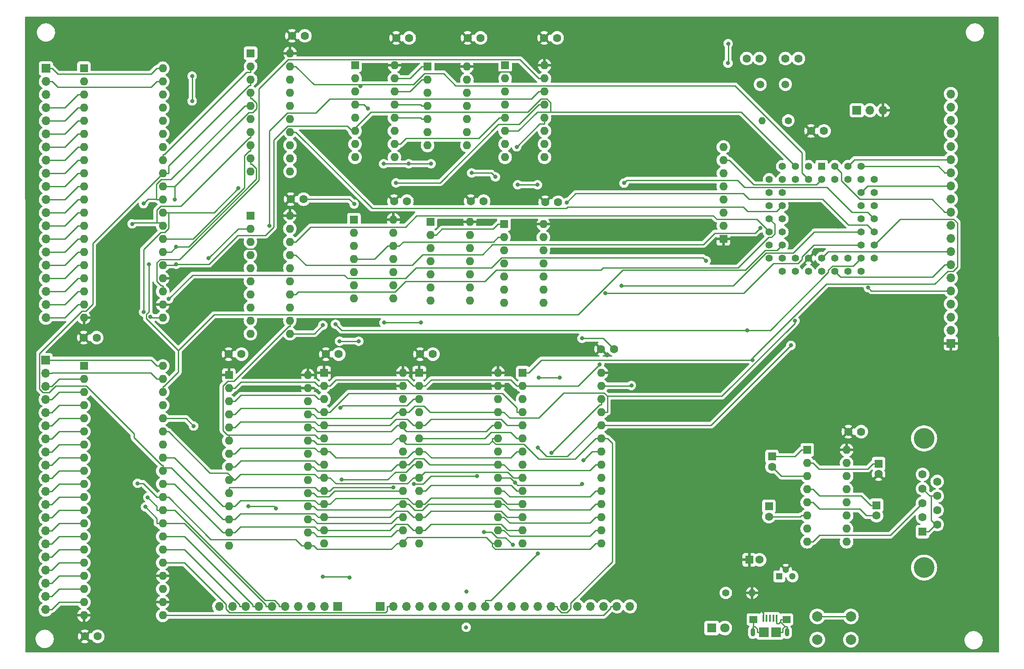
<source format=gbr>
%TF.GenerationSoftware,KiCad,Pcbnew,6.0.2+dfsg-1*%
%TF.CreationDate,2022-08-31T22:20:18-04:00*%
%TF.ProjectId,68hc11,36386863-3131-42e6-9b69-6361645f7063,1.03*%
%TF.SameCoordinates,Original*%
%TF.FileFunction,Copper,L1,Top*%
%TF.FilePolarity,Positive*%
%FSLAX46Y46*%
G04 Gerber Fmt 4.6, Leading zero omitted, Abs format (unit mm)*
G04 Created by KiCad (PCBNEW 6.0.2+dfsg-1) date 2022-08-31 22:20:18*
%MOMM*%
%LPD*%
G01*
G04 APERTURE LIST*
%TA.AperFunction,ComponentPad*%
%ADD10C,1.600000*%
%TD*%
%TA.AperFunction,ComponentPad*%
%ADD11R,1.600000X1.600000*%
%TD*%
%TA.AperFunction,ComponentPad*%
%ADD12O,1.600000X1.600000*%
%TD*%
%TA.AperFunction,ComponentPad*%
%ADD13R,1.700000X1.700000*%
%TD*%
%TA.AperFunction,ComponentPad*%
%ADD14O,1.700000X1.700000*%
%TD*%
%TA.AperFunction,ComponentPad*%
%ADD15C,1.400000*%
%TD*%
%TA.AperFunction,ComponentPad*%
%ADD16O,1.400000X1.400000*%
%TD*%
%TA.AperFunction,SMDPad,CuDef*%
%ADD17R,0.400000X1.350000*%
%TD*%
%TA.AperFunction,SMDPad,CuDef*%
%ADD18R,1.600000X1.400000*%
%TD*%
%TA.AperFunction,ComponentPad*%
%ADD19O,0.900000X1.600000*%
%TD*%
%TA.AperFunction,SMDPad,CuDef*%
%ADD20R,1.900000X1.900000*%
%TD*%
%TA.AperFunction,ComponentPad*%
%ADD21R,1.422400X1.422400*%
%TD*%
%TA.AperFunction,ComponentPad*%
%ADD22C,1.422400*%
%TD*%
%TA.AperFunction,ComponentPad*%
%ADD23C,2.000000*%
%TD*%
%TA.AperFunction,ComponentPad*%
%ADD24C,4.000000*%
%TD*%
%TA.AperFunction,ComponentPad*%
%ADD25C,1.500000*%
%TD*%
%TA.AperFunction,ComponentPad*%
%ADD26R,1.300000X1.300000*%
%TD*%
%TA.AperFunction,ComponentPad*%
%ADD27C,1.300000*%
%TD*%
%TA.AperFunction,ComponentPad*%
%ADD28R,1.800000X1.800000*%
%TD*%
%TA.AperFunction,ComponentPad*%
%ADD29C,1.800000*%
%TD*%
%TA.AperFunction,ViaPad*%
%ADD30C,0.800000*%
%TD*%
%TA.AperFunction,Conductor*%
%ADD31C,0.250000*%
%TD*%
G04 APERTURE END LIST*
D10*
%TO.P,C23,1*%
%TO.N,VCC*%
X42550000Y-145800000D03*
%TO.P,C23,2*%
%TO.N,GND*%
X45050000Y-145800000D03*
%TD*%
D11*
%TO.P,U8,1,A14*%
%TO.N,/A14*%
X127200000Y-94800000D03*
D12*
%TO.P,U8,2,A12*%
%TO.N,/A12*%
X127200000Y-97340000D03*
%TO.P,U8,3,A7*%
%TO.N,/A7*%
X127200000Y-99880000D03*
%TO.P,U8,4,A6*%
%TO.N,/A6*%
X127200000Y-102420000D03*
%TO.P,U8,5,A5*%
%TO.N,/A5*%
X127200000Y-104960000D03*
%TO.P,U8,6,A4*%
%TO.N,/A4*%
X127200000Y-107500000D03*
%TO.P,U8,7,A3*%
%TO.N,/A3*%
X127200000Y-110040000D03*
%TO.P,U8,8,A2*%
%TO.N,/A2*%
X127200000Y-112580000D03*
%TO.P,U8,9,A1*%
%TO.N,/A1*%
X127200000Y-115120000D03*
%TO.P,U8,10,A0*%
%TO.N,/A0*%
X127200000Y-117660000D03*
%TO.P,U8,11,Q0*%
%TO.N,/D0*%
X127200000Y-120200000D03*
%TO.P,U8,12,Q1*%
%TO.N,/D1*%
X127200000Y-122740000D03*
%TO.P,U8,13,Q2*%
%TO.N,/D2*%
X127200000Y-125280000D03*
%TO.P,U8,14,GND*%
%TO.N,GND*%
X127200000Y-127820000D03*
%TO.P,U8,15,Q3*%
%TO.N,/D3*%
X142440000Y-127820000D03*
%TO.P,U8,16,Q4*%
%TO.N,/D4*%
X142440000Y-125280000D03*
%TO.P,U8,17,Q5*%
%TO.N,/D5*%
X142440000Y-122740000D03*
%TO.P,U8,18,Q6*%
%TO.N,/D6*%
X142440000Y-120200000D03*
%TO.P,U8,19,Q7*%
%TO.N,/D7*%
X142440000Y-117660000D03*
%TO.P,U8,20,~{CS}*%
%TO.N,/\u002ARAM*%
X142440000Y-115120000D03*
%TO.P,U8,21,A10*%
%TO.N,/A10*%
X142440000Y-112580000D03*
%TO.P,U8,22,~{OE}*%
%TO.N,GND*%
X142440000Y-110040000D03*
%TO.P,U8,23,A11*%
%TO.N,/A11*%
X142440000Y-107500000D03*
%TO.P,U8,24,A9*%
%TO.N,/A9*%
X142440000Y-104960000D03*
%TO.P,U8,25,A8*%
%TO.N,/A8*%
X142440000Y-102420000D03*
%TO.P,U8,26,A13*%
%TO.N,/A13*%
X142440000Y-99880000D03*
%TO.P,U8,27,~{WE}*%
%TO.N,/R{slash}\u002AW*%
X142440000Y-97340000D03*
%TO.P,U8,28,VCC*%
%TO.N,VCC*%
X142440000Y-94800000D03*
%TD*%
D10*
%TO.P,C12,1*%
%TO.N,/EXTAL*%
X178000000Y-34000000D03*
%TO.P,C12,2*%
%TO.N,GND*%
X180500000Y-34000000D03*
%TD*%
D13*
%TO.P,JP4,1,A*%
%TO.N,GND*%
X191800000Y-44000000D03*
D14*
%TO.P,JP4,2,C*%
%TO.N,/PE0*%
X194340000Y-44000000D03*
%TO.P,JP4,3,B*%
%TO.N,VCC*%
X196880000Y-44000000D03*
%TD*%
D10*
%TO.P,C5,1*%
%TO.N,VCC*%
X182950000Y-48000000D03*
%TO.P,C5,2*%
%TO.N,GND*%
X185450000Y-48000000D03*
%TD*%
D11*
%TO.P,U7,1,VPP*%
%TO.N,VCC*%
X107200000Y-94800000D03*
D12*
%TO.P,U7,2,A12*%
%TO.N,/A12*%
X107200000Y-97340000D03*
%TO.P,U7,3,A7*%
%TO.N,/A7*%
X107200000Y-99880000D03*
%TO.P,U7,4,A6*%
%TO.N,/A6*%
X107200000Y-102420000D03*
%TO.P,U7,5,A5*%
%TO.N,/A5*%
X107200000Y-104960000D03*
%TO.P,U7,6,A4*%
%TO.N,/A4*%
X107200000Y-107500000D03*
%TO.P,U7,7,A3*%
%TO.N,/A3*%
X107200000Y-110040000D03*
%TO.P,U7,8,A2*%
%TO.N,/A2*%
X107200000Y-112580000D03*
%TO.P,U7,9,A1*%
%TO.N,/A1*%
X107200000Y-115120000D03*
%TO.P,U7,10,A0*%
%TO.N,/A0*%
X107200000Y-117660000D03*
%TO.P,U7,11,D0*%
%TO.N,/D0*%
X107200000Y-120200000D03*
%TO.P,U7,12,D1*%
%TO.N,/D1*%
X107200000Y-122740000D03*
%TO.P,U7,13,D2*%
%TO.N,/D2*%
X107200000Y-125280000D03*
%TO.P,U7,14,GND*%
%TO.N,GND*%
X107200000Y-127820000D03*
%TO.P,U7,15,D3*%
%TO.N,/D3*%
X122440000Y-127820000D03*
%TO.P,U7,16,D4*%
%TO.N,/D4*%
X122440000Y-125280000D03*
%TO.P,U7,17,D5*%
%TO.N,/D5*%
X122440000Y-122740000D03*
%TO.P,U7,18,D6*%
%TO.N,/D6*%
X122440000Y-120200000D03*
%TO.P,U7,19,D7*%
%TO.N,/D7*%
X122440000Y-117660000D03*
%TO.P,U7,20,~{CE}*%
%TO.N,GND*%
X122440000Y-115120000D03*
%TO.P,U7,21,A10*%
%TO.N,/A10*%
X122440000Y-112580000D03*
%TO.P,U7,22,~{OE}*%
%TO.N,/\u002ASPARE*%
X122440000Y-110040000D03*
%TO.P,U7,23,A11*%
%TO.N,/A11*%
X122440000Y-107500000D03*
%TO.P,U7,24,A9*%
%TO.N,/A9*%
X122440000Y-104960000D03*
%TO.P,U7,25,A8*%
%TO.N,/A8*%
X122440000Y-102420000D03*
%TO.P,U7,26,NC*%
%TO.N,unconnected-(U7-Pad26)*%
X122440000Y-99880000D03*
%TO.P,U7,27,~{PGM}*%
%TO.N,VCC*%
X122440000Y-97340000D03*
%TO.P,U7,28,VCC*%
X122440000Y-94800000D03*
%TD*%
D13*
%TO.P,J11,1,Pin_1*%
%TO.N,/AS*%
X99680000Y-140000000D03*
D14*
%TO.P,J11,2,Pin_2*%
%TO.N,/E*%
X102220000Y-140000000D03*
%TO.P,J11,3,Pin_3*%
%TO.N,/A0*%
X104760000Y-140000000D03*
%TO.P,J11,4,Pin_4*%
%TO.N,/A1*%
X107300000Y-140000000D03*
%TO.P,J11,5,Pin_5*%
%TO.N,/A2*%
X109840000Y-140000000D03*
%TO.P,J11,6,Pin_6*%
%TO.N,/A3*%
X112380000Y-140000000D03*
%TO.P,J11,7,Pin_7*%
%TO.N,/A4*%
X114920000Y-140000000D03*
%TO.P,J11,8,Pin_8*%
%TO.N,/A5*%
X117460000Y-140000000D03*
%TO.P,J11,9,Pin_9*%
%TO.N,/A6*%
X120000000Y-140000000D03*
%TO.P,J11,10,Pin_10*%
%TO.N,/A7*%
X122540000Y-140000000D03*
%TO.P,J11,11,Pin_11*%
%TO.N,/A8*%
X125080000Y-140000000D03*
%TO.P,J11,12,Pin_12*%
%TO.N,/A9*%
X127620000Y-140000000D03*
%TO.P,J11,13,Pin_13*%
%TO.N,/A10*%
X130160000Y-140000000D03*
%TO.P,J11,14,Pin_14*%
%TO.N,/A11*%
X132700000Y-140000000D03*
%TO.P,J11,15,Pin_15*%
%TO.N,/A12*%
X135240000Y-140000000D03*
%TO.P,J11,16,Pin_16*%
%TO.N,/A13*%
X137780000Y-140000000D03*
%TO.P,J11,17,Pin_17*%
%TO.N,/A14*%
X140320000Y-140000000D03*
%TO.P,J11,18,Pin_18*%
%TO.N,/A15*%
X142860000Y-140000000D03*
%TO.P,J11,19,Pin_19*%
%TO.N,/R{slash}\u002AW*%
X145400000Y-140000000D03*
%TO.P,J11,20,Pin_20*%
%TO.N,GND*%
X147940000Y-140000000D03*
%TD*%
D10*
%TO.P,C4,1*%
%TO.N,VCC*%
X82600000Y-29600000D03*
%TO.P,C4,2*%
%TO.N,GND*%
X85100000Y-29600000D03*
%TD*%
%TO.P,C19,1*%
%TO.N,VCC*%
X117150000Y-61600000D03*
%TO.P,C19,2*%
%TO.N,GND*%
X119650000Y-61600000D03*
%TD*%
%TO.P,C10,1*%
%TO.N,VCC*%
X102750000Y-30000000D03*
%TO.P,C10,2*%
%TO.N,GND*%
X105250000Y-30000000D03*
%TD*%
%TO.P,C9,1*%
%TO.N,VCC*%
X190150000Y-106200000D03*
%TO.P,C9,2*%
%TO.N,GND*%
X192650000Y-106200000D03*
%TD*%
D11*
%TO.P,U12,1*%
%TO.N,Net-(U12-Pad1)*%
X108800000Y-35575000D03*
D12*
%TO.P,U12,2*%
%TO.N,Net-(U12-Pad2)*%
X108800000Y-38115000D03*
%TO.P,U12,3*%
%TO.N,N/C*%
X108800000Y-40655000D03*
%TO.P,U12,4*%
%TO.N,Net-(U12-Pad4)*%
X108800000Y-43195000D03*
%TO.P,U12,5*%
%TO.N,Net-(U12-Pad5)*%
X108800000Y-45735000D03*
%TO.P,U12,6*%
%TO.N,/\u002ARAM*%
X108800000Y-48275000D03*
%TO.P,U12,7,GND*%
%TO.N,GND*%
X108800000Y-50815000D03*
%TO.P,U12,8*%
%TO.N,N/C*%
X116420000Y-50815000D03*
%TO.P,U12,9*%
X116420000Y-48275000D03*
%TO.P,U12,10*%
X116420000Y-45735000D03*
%TO.P,U12,11*%
X116420000Y-43195000D03*
%TO.P,U12,12*%
X116420000Y-40655000D03*
%TO.P,U12,13*%
X116420000Y-38115000D03*
%TO.P,U12,14,VCC*%
%TO.N,VCC*%
X116420000Y-35575000D03*
%TD*%
D15*
%TO.P,R2,1*%
%TO.N,/EXTAL*%
X178540000Y-46000000D03*
D16*
%TO.P,R2,2*%
%TO.N,/XTAL*%
X173460000Y-46000000D03*
%TD*%
D10*
%TO.P,C21,1*%
%TO.N,VCC*%
X116550000Y-30000000D03*
%TO.P,C21,2*%
%TO.N,GND*%
X119050000Y-30000000D03*
%TD*%
%TO.P,C18,1*%
%TO.N,VCC*%
X102330000Y-61600000D03*
%TO.P,C18,2*%
%TO.N,GND*%
X104830000Y-61600000D03*
%TD*%
%TO.P,C6,1*%
%TO.N,VCC*%
X70350000Y-91200000D03*
%TO.P,C6,2*%
%TO.N,GND*%
X72850000Y-91200000D03*
%TD*%
D11*
%TO.P,U9,1,C1+*%
%TO.N,/C1+*%
X182200000Y-109725000D03*
D12*
%TO.P,U9,2,VS+*%
%TO.N,/VS+*%
X182200000Y-112265000D03*
%TO.P,U9,3,C1-*%
%TO.N,/C1-*%
X182200000Y-114805000D03*
%TO.P,U9,4,C2+*%
%TO.N,/C2+*%
X182200000Y-117345000D03*
%TO.P,U9,5,C2-*%
%TO.N,/C2-*%
X182200000Y-119885000D03*
%TO.P,U9,6,VS-*%
%TO.N,/VS-*%
X182200000Y-122425000D03*
%TO.P,U9,7,T2OUT*%
%TO.N,/T2OUT*%
X182200000Y-124965000D03*
%TO.P,U9,8,R2IN*%
%TO.N,/R2IN*%
X182200000Y-127505000D03*
%TO.P,U9,9,R2OUT*%
%TO.N,/RxD*%
X189820000Y-127505000D03*
%TO.P,U9,10,T2IN*%
%TO.N,/TxD*%
X189820000Y-124965000D03*
%TO.P,U9,11,T1IN*%
%TO.N,GND*%
X189820000Y-122425000D03*
%TO.P,U9,12,R1OUT*%
%TO.N,unconnected-(U9-Pad12)*%
X189820000Y-119885000D03*
%TO.P,U9,13,R1IN*%
%TO.N,unconnected-(U9-Pad13)*%
X189820000Y-117345000D03*
%TO.P,U9,14,T1OUT*%
%TO.N,unconnected-(U9-Pad14)*%
X189820000Y-114805000D03*
%TO.P,U9,15,GND*%
%TO.N,GND*%
X189820000Y-112265000D03*
%TO.P,U9,16,VCC*%
%TO.N,VCC*%
X189820000Y-109725000D03*
%TD*%
D11*
%TO.P,C13,1*%
%TO.N,/VS+*%
X196000000Y-112400000D03*
D10*
%TO.P,C13,2*%
%TO.N,VCC*%
X196000000Y-114400000D03*
%TD*%
D11*
%TO.P,RN1,1,common*%
%TO.N,VCC*%
X166000000Y-68900000D03*
D12*
%TO.P,RN1,2,R1*%
%TO.N,/\u002AIRQ*%
X166000000Y-66360000D03*
%TO.P,RN1,3,R2*%
%TO.N,/\u002AXIRQ*%
X166000000Y-63820000D03*
%TO.P,RN1,4,R3*%
%TO.N,/\u002ARESET*%
X166000000Y-61280000D03*
%TO.P,RN1,5,R4*%
%TO.N,unconnected-(RN1-Pad5)*%
X166000000Y-58740000D03*
%TO.P,RN1,6,R5*%
%TO.N,unconnected-(RN1-Pad6)*%
X166000000Y-56200000D03*
%TO.P,RN1,7,R6*%
%TO.N,/MODB*%
X166000000Y-53660000D03*
%TO.P,RN1,8,R7*%
%TO.N,/MODA*%
X166000000Y-51120000D03*
%TD*%
D11*
%TO.P,C1,1*%
%TO.N,VCC*%
X171000000Y-131000000D03*
D10*
%TO.P,C1,2*%
%TO.N,GND*%
X173000000Y-131000000D03*
%TD*%
D17*
%TO.P,J1,1,VBUS*%
%TO.N,VCC*%
X173700000Y-142325000D03*
%TO.P,J1,2,D-*%
%TO.N,unconnected-(J1-Pad2)*%
X174350000Y-142325000D03*
%TO.P,J1,3,D+*%
%TO.N,unconnected-(J1-Pad3)*%
X175000000Y-142325000D03*
%TO.P,J1,4,ID*%
%TO.N,unconnected-(J1-Pad4)*%
X175650000Y-142325000D03*
%TO.P,J1,5,GND*%
%TO.N,GND*%
X176300000Y-142325000D03*
D18*
%TO.P,J1,SH,Shield*%
X171800000Y-142550000D03*
D19*
X171700000Y-145000000D03*
D20*
X173800000Y-145000000D03*
D19*
X178300000Y-145000000D03*
D18*
X178200000Y-142550000D03*
D20*
X176200000Y-145000000D03*
%TD*%
D11*
%TO.P,C15,1*%
%TO.N,/C2+*%
X195600000Y-120444900D03*
D10*
%TO.P,C15,2*%
%TO.N,/C2-*%
X195600000Y-122444900D03*
%TD*%
D21*
%TO.P,U1,1,VSS*%
%TO.N,GND*%
X185000000Y-54840000D03*
D22*
%TO.P,U1,2,MODB*%
%TO.N,/MODB*%
X185000000Y-57380000D03*
%TO.P,U1,3,MODA*%
%TO.N,/MODA*%
X182460000Y-54840000D03*
%TO.P,U1,4,AS*%
%TO.N,/AS*%
X182460000Y-57380000D03*
%TO.P,U1,5,E*%
%TO.N,/E*%
X179920000Y-54840000D03*
%TO.P,U1,6,R/W*%
%TO.N,/R{slash}\u002AW*%
X179920000Y-57380000D03*
%TO.P,U1,7,EXTAL*%
%TO.N,/EXTAL*%
X177380000Y-54840000D03*
%TO.P,U1,8,XTAL*%
%TO.N,/XTAL*%
X174840000Y-57380000D03*
%TO.P,U1,9,AD0/PC0*%
%TO.N,/AD0*%
X177380000Y-57380000D03*
%TO.P,U1,10,AD1/PC1*%
%TO.N,/AD1*%
X174840000Y-59920000D03*
%TO.P,U1,11,AD2/PC2*%
%TO.N,/AD2*%
X177380000Y-59920000D03*
%TO.P,U1,12,AD3/PC3*%
%TO.N,/AD3*%
X174840000Y-62460000D03*
%TO.P,U1,13,AD4/PC4*%
%TO.N,/AD4*%
X177380000Y-62460000D03*
%TO.P,U1,14,AD5/PC5*%
%TO.N,/AD5*%
X174840000Y-65000000D03*
%TO.P,U1,15,AD6/PC6*%
%TO.N,/AD6*%
X177380000Y-65000000D03*
%TO.P,U1,16,AD7/PC7*%
%TO.N,/AD7*%
X174840000Y-67540000D03*
%TO.P,U1,17,~{RESET}*%
%TO.N,/\u002ARESET*%
X177380000Y-67540000D03*
%TO.P,U1,18,~{XIRQ}*%
%TO.N,/\u002AXIRQ*%
X174840000Y-70080000D03*
%TO.P,U1,19,~{IRQ}*%
%TO.N,/\u002AIRQ*%
X177380000Y-70080000D03*
%TO.P,U1,20,RXD/PD0*%
%TO.N,/RxD*%
X174840000Y-72620000D03*
%TO.P,U1,21,TXD/PD1*%
%TO.N,/TxD*%
X177380000Y-75160000D03*
%TO.P,U1,22,MIS/PD2*%
%TO.N,/MIS*%
X177380000Y-72620000D03*
%TO.P,U1,23,MOS/PD3*%
%TO.N,/MOS*%
X179920000Y-75160000D03*
%TO.P,U1,24,SCK/PD4*%
%TO.N,/SCK*%
X179920000Y-72620000D03*
%TO.P,U1,25,SS/PD5*%
%TO.N,/SS*%
X182460000Y-75160000D03*
%TO.P,U1,26,VDD*%
%TO.N,VCC*%
X182460000Y-72620000D03*
%TO.P,U1,27,PA7*%
%TO.N,/PA7*%
X185000000Y-75160000D03*
%TO.P,U1,28,PA6*%
%TO.N,/PA6*%
X185000000Y-72620000D03*
%TO.P,U1,29,PA5*%
%TO.N,/PA5*%
X187540000Y-75160000D03*
%TO.P,U1,30,PA4*%
%TO.N,/PA4*%
X187540000Y-72620000D03*
%TO.P,U1,31,PA3*%
%TO.N,/PA3*%
X190080000Y-75160000D03*
%TO.P,U1,32,PA2*%
%TO.N,/PA2*%
X190080000Y-72620000D03*
%TO.P,U1,33,PA1*%
%TO.N,/PA1*%
X192620000Y-75160000D03*
%TO.P,U1,34,PA0*%
%TO.N,/PA0*%
X195160000Y-72620000D03*
%TO.P,U1,35,A15/PB7*%
%TO.N,/A15*%
X192620000Y-72620000D03*
%TO.P,U1,36,A14/PB6*%
%TO.N,/A14*%
X195160000Y-70080000D03*
%TO.P,U1,37,A13/PB5*%
%TO.N,/A13*%
X192620000Y-70080000D03*
%TO.P,U1,38,A12/PB4*%
%TO.N,/A12*%
X195160000Y-67540000D03*
%TO.P,U1,39,A11/PB3*%
%TO.N,/A11*%
X192620000Y-67540000D03*
%TO.P,U1,40,A10/PB2*%
%TO.N,/A10*%
X195160000Y-65000000D03*
%TO.P,U1,41,A9/PB1*%
%TO.N,/A9*%
X192620000Y-65000000D03*
%TO.P,U1,42,A8/PB0*%
%TO.N,/A8*%
X195160000Y-62460000D03*
%TO.P,U1,43,PE0*%
%TO.N,/PE0*%
X192620000Y-62460000D03*
%TO.P,U1,44,PE4*%
%TO.N,/PE4*%
X195160000Y-59920000D03*
%TO.P,U1,45,PE1*%
%TO.N,/PE1*%
X192620000Y-59920000D03*
%TO.P,U1,46,PE5*%
%TO.N,/PE5*%
X195160000Y-57380000D03*
%TO.P,U1,47,PE2*%
%TO.N,/PE2*%
X192620000Y-54840000D03*
%TO.P,U1,48,PE6*%
%TO.N,/PE6*%
X192620000Y-57380000D03*
%TO.P,U1,49,PE3*%
%TO.N,/PE3*%
X190080000Y-54840000D03*
%TO.P,U1,50,PE7*%
%TO.N,/PE7*%
X190080000Y-57380000D03*
%TO.P,U1,51,VRL*%
%TO.N,/VRL*%
X187540000Y-54840000D03*
%TO.P,U1,52,VRH*%
%TO.N,/VRH*%
X187540000Y-57380000D03*
%TD*%
D10*
%TO.P,C22,1*%
%TO.N,VCC*%
X89150000Y-91200000D03*
%TO.P,C22,2*%
%TO.N,GND*%
X91650000Y-91200000D03*
%TD*%
%TO.P,C2,1*%
%TO.N,VCC*%
X42350000Y-88000000D03*
%TO.P,C2,2*%
%TO.N,GND*%
X44850000Y-88000000D03*
%TD*%
D11*
%TO.P,U3,1,OE*%
%TO.N,GND*%
X74580000Y-64375000D03*
D12*
%TO.P,U3,2,O0*%
%TO.N,/A0*%
X74580000Y-66915000D03*
%TO.P,U3,3,D0*%
%TO.N,/AD0*%
X74580000Y-69455000D03*
%TO.P,U3,4,D1*%
%TO.N,/AD1*%
X74580000Y-71995000D03*
%TO.P,U3,5,O1*%
%TO.N,/A1*%
X74580000Y-74535000D03*
%TO.P,U3,6,O2*%
%TO.N,/A2*%
X74580000Y-77075000D03*
%TO.P,U3,7,D2*%
%TO.N,/AD2*%
X74580000Y-79615000D03*
%TO.P,U3,8,D3*%
%TO.N,/AD3*%
X74580000Y-82155000D03*
%TO.P,U3,9,O3*%
%TO.N,/A3*%
X74580000Y-84695000D03*
%TO.P,U3,10,GND*%
%TO.N,GND*%
X74580000Y-87235000D03*
%TO.P,U3,11,LE*%
%TO.N,/AS*%
X82200000Y-87235000D03*
%TO.P,U3,12,O4*%
%TO.N,/A4*%
X82200000Y-84695000D03*
%TO.P,U3,13,D4*%
%TO.N,/AD4*%
X82200000Y-82155000D03*
%TO.P,U3,14,D5*%
%TO.N,/AD5*%
X82200000Y-79615000D03*
%TO.P,U3,15,O5*%
%TO.N,/A5*%
X82200000Y-77075000D03*
%TO.P,U3,16,O6*%
%TO.N,/A6*%
X82200000Y-74535000D03*
%TO.P,U3,17,D6*%
%TO.N,/AD6*%
X82200000Y-71995000D03*
%TO.P,U3,18,D7*%
%TO.N,/AD7*%
X82200000Y-69455000D03*
%TO.P,U3,19,O7*%
%TO.N,/A7*%
X82200000Y-66915000D03*
%TO.P,U3,20,VCC*%
%TO.N,VCC*%
X82200000Y-64375000D03*
%TD*%
D10*
%TO.P,C20,1*%
%TO.N,VCC*%
X131550000Y-61800000D03*
%TO.P,C20,2*%
%TO.N,GND*%
X134050000Y-61800000D03*
%TD*%
D11*
%TO.P,C14,1*%
%TO.N,/C1+*%
X175400000Y-111000000D03*
D10*
%TO.P,C14,2*%
%TO.N,/C1-*%
X175400000Y-113000000D03*
%TD*%
D23*
%TO.P,SW1,1,1*%
%TO.N,/\u002ARESET*%
X190650000Y-141950000D03*
X184150000Y-141950000D03*
%TO.P,SW1,2,2*%
%TO.N,GND*%
X184150000Y-146450000D03*
X190650000Y-146450000D03*
%TD*%
D13*
%TO.P,J5,1,Pin_1*%
%TO.N,/CA1*%
X35025000Y-35900000D03*
D14*
%TO.P,J5,2,Pin_2*%
%TO.N,/CA2*%
X35025000Y-38440000D03*
%TO.P,J5,3,Pin_3*%
%TO.N,/PPA0*%
X35025000Y-40980000D03*
%TO.P,J5,4,Pin_4*%
%TO.N,/PPA1*%
X35025000Y-43520000D03*
%TO.P,J5,5,Pin_5*%
%TO.N,/PPA2*%
X35025000Y-46060000D03*
%TO.P,J5,6,Pin_6*%
%TO.N,/PPA3*%
X35025000Y-48600000D03*
%TO.P,J5,7,Pin_7*%
%TO.N,/PPA4*%
X35025000Y-51140000D03*
%TO.P,J5,8,Pin_8*%
%TO.N,/PPA5*%
X35025000Y-53680000D03*
%TO.P,J5,9,Pin_9*%
%TO.N,/PPA6*%
X35025000Y-56220000D03*
%TO.P,J5,10,Pin_10*%
%TO.N,/PPA7*%
X35025000Y-58760000D03*
%TO.P,J5,11,Pin_11*%
%TO.N,/PPB0*%
X35025000Y-61300000D03*
%TO.P,J5,12,Pin_12*%
%TO.N,/PPB1*%
X35025000Y-63840000D03*
%TO.P,J5,13,Pin_13*%
%TO.N,/PPB2*%
X35025000Y-66380000D03*
%TO.P,J5,14,Pin_14*%
%TO.N,/PPB3*%
X35025000Y-68920000D03*
%TO.P,J5,15,Pin_15*%
%TO.N,/PPB4*%
X35025000Y-71460000D03*
%TO.P,J5,16,Pin_16*%
%TO.N,/PPB5*%
X35025000Y-74000000D03*
%TO.P,J5,17,Pin_17*%
%TO.N,/PPB6*%
X35025000Y-76540000D03*
%TO.P,J5,18,Pin_18*%
%TO.N,/PPB7*%
X35025000Y-79080000D03*
%TO.P,J5,19,Pin_19*%
%TO.N,/CB1*%
X35025000Y-81620000D03*
%TO.P,J5,20,Pin_20*%
%TO.N,/CB2*%
X35025000Y-84160000D03*
%TD*%
D13*
%TO.P,J4,1,Pin_1*%
%TO.N,VCC*%
X209975000Y-89100000D03*
D14*
%TO.P,J4,2,Pin_2*%
%TO.N,/PA0*%
X209975000Y-86560000D03*
%TO.P,J4,3,Pin_3*%
%TO.N,/PA1*%
X209975000Y-84020000D03*
%TO.P,J4,4,Pin_4*%
%TO.N,/PA2*%
X209975000Y-81480000D03*
%TO.P,J4,5,Pin_5*%
%TO.N,/PA3*%
X209975000Y-78940000D03*
%TO.P,J4,6,Pin_6*%
%TO.N,/PA4*%
X209975000Y-76400000D03*
%TO.P,J4,7,Pin_7*%
%TO.N,/PA5*%
X209975000Y-73860000D03*
%TO.P,J4,8,Pin_8*%
%TO.N,/PA6*%
X209975000Y-71320000D03*
%TO.P,J4,9,Pin_9*%
%TO.N,/PA7*%
X209975000Y-68780000D03*
%TO.P,J4,10,Pin_10*%
%TO.N,GND*%
X209975000Y-66240000D03*
%TO.P,J4,11,Pin_11*%
%TO.N,/VRL*%
X209975000Y-63700000D03*
%TO.P,J4,12,Pin_12*%
%TO.N,unconnected-(J4-Pad12)*%
X209975000Y-61160000D03*
%TO.P,J4,13,Pin_13*%
%TO.N,/PE1*%
X209975000Y-58620000D03*
%TO.P,J4,14,Pin_14*%
%TO.N,/PE2*%
X209975000Y-56080000D03*
%TO.P,J4,15,Pin_15*%
%TO.N,/PE3*%
X209975000Y-53540000D03*
%TO.P,J4,16,Pin_16*%
%TO.N,/PE4*%
X209975000Y-51000000D03*
%TO.P,J4,17,Pin_17*%
%TO.N,/PE5*%
X209975000Y-48460000D03*
%TO.P,J4,18,Pin_18*%
%TO.N,/PE6*%
X209975000Y-45920000D03*
%TO.P,J4,19,Pin_19*%
%TO.N,/PE7*%
X209975000Y-43380000D03*
%TO.P,J4,20,Pin_20*%
%TO.N,/VRH*%
X209975000Y-40840000D03*
%TD*%
D24*
%TO.P,J2,0,PAD*%
%TO.N,GND*%
X204794700Y-107510000D03*
X204794700Y-132510000D03*
D11*
%TO.P,J2,1,1*%
%TO.N,/CTS*%
X204494700Y-125550000D03*
D10*
%TO.P,J2,2,2*%
%TO.N,/T2OUT*%
X204494700Y-122780000D03*
%TO.P,J2,3,3*%
%TO.N,/R2IN*%
X204494700Y-120010000D03*
%TO.P,J2,4,4*%
%TO.N,/CTS*%
X204494700Y-117240000D03*
%TO.P,J2,5,5*%
%TO.N,GND*%
X204494700Y-114470000D03*
%TO.P,J2,6,6*%
%TO.N,/CTS*%
X207334700Y-124165000D03*
%TO.P,J2,7,7*%
%TO.N,unconnected-(J2-Pad7)*%
X207334700Y-121395000D03*
%TO.P,J2,8,8*%
%TO.N,/CTS*%
X207334700Y-118625000D03*
%TO.P,J2,9,9*%
%TO.N,unconnected-(J2-Pad9)*%
X207334700Y-115855000D03*
%TD*%
D11*
%TO.P,U11,1,A0*%
%TO.N,/A10*%
X123800000Y-35325000D03*
D12*
%TO.P,U11,2,A1*%
%TO.N,/A11*%
X123800000Y-37865000D03*
%TO.P,U11,3,A2*%
%TO.N,/A12*%
X123800000Y-40405000D03*
%TO.P,U11,4,E1*%
%TO.N,Net-(U11-Pad4)*%
X123800000Y-42945000D03*
%TO.P,U11,5,E2*%
X123800000Y-45485000D03*
%TO.P,U11,6,E3*%
%TO.N,/E*%
X123800000Y-48025000D03*
%TO.P,U11,7,O7*%
%TO.N,unconnected-(U11-Pad7)*%
X123800000Y-50565000D03*
%TO.P,U11,8,GND*%
%TO.N,GND*%
X123800000Y-53105000D03*
%TO.P,U11,9,O6*%
%TO.N,unconnected-(U11-Pad9)*%
X131420000Y-53105000D03*
%TO.P,U11,10,O5*%
%TO.N,unconnected-(U11-Pad10)*%
X131420000Y-50565000D03*
%TO.P,U11,11,O4*%
%TO.N,unconnected-(U11-Pad11)*%
X131420000Y-48025000D03*
%TO.P,U11,12,O3*%
%TO.N,Net-(U11-Pad12)*%
X131420000Y-45485000D03*
%TO.P,U11,13,O2*%
%TO.N,Net-(U11-Pad13)*%
X131420000Y-42945000D03*
%TO.P,U11,14,O1*%
%TO.N,/\u002APIA2*%
X131420000Y-40405000D03*
%TO.P,U11,15,O0*%
%TO.N,/\u002APIA1*%
X131420000Y-37865000D03*
%TO.P,U11,16,VCC*%
%TO.N,VCC*%
X131420000Y-35325000D03*
%TD*%
D10*
%TO.P,C17,1*%
%TO.N,VCC*%
X131350000Y-30000000D03*
%TO.P,C17,2*%
%TO.N,GND*%
X133850000Y-30000000D03*
%TD*%
D13*
%TO.P,J8,1,Pin_1*%
%TO.N,/P2CA1*%
X35000000Y-92360000D03*
D14*
%TO.P,J8,2,Pin_2*%
%TO.N,/P2CA2*%
X35000000Y-94900000D03*
%TO.P,J8,3,Pin_3*%
%TO.N,/P2PA0*%
X35000000Y-97440000D03*
%TO.P,J8,4,Pin_4*%
%TO.N,/P2PA1*%
X35000000Y-99980000D03*
%TO.P,J8,5,Pin_5*%
%TO.N,/P2PA2*%
X35000000Y-102520000D03*
%TO.P,J8,6,Pin_6*%
%TO.N,/P2PA3*%
X35000000Y-105060000D03*
%TO.P,J8,7,Pin_7*%
%TO.N,/P2PA4*%
X35000000Y-107600000D03*
%TO.P,J8,8,Pin_8*%
%TO.N,/P2PA5*%
X35000000Y-110140000D03*
%TO.P,J8,9,Pin_9*%
%TO.N,/P2PA6*%
X35000000Y-112680000D03*
%TO.P,J8,10,Pin_10*%
%TO.N,/P2PA7*%
X35000000Y-115220000D03*
%TO.P,J8,11,Pin_11*%
%TO.N,/P2PB0*%
X35000000Y-117760000D03*
%TO.P,J8,12,Pin_12*%
%TO.N,/P2PB1*%
X35000000Y-120300000D03*
%TO.P,J8,13,Pin_13*%
%TO.N,/P2PB2*%
X35000000Y-122840000D03*
%TO.P,J8,14,Pin_14*%
%TO.N,/P2PB3*%
X35000000Y-125380000D03*
%TO.P,J8,15,Pin_15*%
%TO.N,/P2PB4*%
X35000000Y-127920000D03*
%TO.P,J8,16,Pin_16*%
%TO.N,/P2PB5*%
X35000000Y-130460000D03*
%TO.P,J8,17,Pin_17*%
%TO.N,/P2PB6*%
X35000000Y-133000000D03*
%TO.P,J8,18,Pin_18*%
%TO.N,/P2PB7*%
X35000000Y-135540000D03*
%TO.P,J8,19,Pin_19*%
%TO.N,/P2CB1*%
X35000000Y-138080000D03*
%TO.P,J8,20,Pin_20*%
%TO.N,/P2CB2*%
X35000000Y-140620000D03*
%TD*%
D10*
%TO.P,C8,1*%
%TO.N,VCC*%
X142350000Y-90200000D03*
%TO.P,C8,2*%
%TO.N,GND*%
X144850000Y-90200000D03*
%TD*%
D11*
%TO.P,U16,1,VPP*%
%TO.N,VCC*%
X88800000Y-94800000D03*
D12*
%TO.P,U16,2,A12*%
%TO.N,/A12*%
X88800000Y-97340000D03*
%TO.P,U16,3,A7*%
%TO.N,/A7*%
X88800000Y-99880000D03*
%TO.P,U16,4,A6*%
%TO.N,/A6*%
X88800000Y-102420000D03*
%TO.P,U16,5,A5*%
%TO.N,/A5*%
X88800000Y-104960000D03*
%TO.P,U16,6,A4*%
%TO.N,/A4*%
X88800000Y-107500000D03*
%TO.P,U16,7,A3*%
%TO.N,/A3*%
X88800000Y-110040000D03*
%TO.P,U16,8,A2*%
%TO.N,/A2*%
X88800000Y-112580000D03*
%TO.P,U16,9,A1*%
%TO.N,/A1*%
X88800000Y-115120000D03*
%TO.P,U16,10,A0*%
%TO.N,/A0*%
X88800000Y-117660000D03*
%TO.P,U16,11,D0*%
%TO.N,/D0*%
X88800000Y-120200000D03*
%TO.P,U16,12,D1*%
%TO.N,/D1*%
X88800000Y-122740000D03*
%TO.P,U16,13,D2*%
%TO.N,/D2*%
X88800000Y-125280000D03*
%TO.P,U16,14,GND*%
%TO.N,GND*%
X88800000Y-127820000D03*
%TO.P,U16,15,D3*%
%TO.N,/D3*%
X104040000Y-127820000D03*
%TO.P,U16,16,D4*%
%TO.N,/D4*%
X104040000Y-125280000D03*
%TO.P,U16,17,D5*%
%TO.N,/D5*%
X104040000Y-122740000D03*
%TO.P,U16,18,D6*%
%TO.N,/D6*%
X104040000Y-120200000D03*
%TO.P,U16,19,D7*%
%TO.N,/D7*%
X104040000Y-117660000D03*
%TO.P,U16,20,~{CE}*%
%TO.N,GND*%
X104040000Y-115120000D03*
%TO.P,U16,21,A10*%
%TO.N,/A10*%
X104040000Y-112580000D03*
%TO.P,U16,22,~{OE}*%
%TO.N,/\u002AEXTRA*%
X104040000Y-110040000D03*
%TO.P,U16,23,A11*%
%TO.N,/A11*%
X104040000Y-107500000D03*
%TO.P,U16,24,A9*%
%TO.N,/A9*%
X104040000Y-104960000D03*
%TO.P,U16,25,A8*%
%TO.N,/A8*%
X104040000Y-102420000D03*
%TO.P,U16,26,NC*%
%TO.N,unconnected-(U16-Pad26)*%
X104040000Y-99880000D03*
%TO.P,U16,27,~{PGM}*%
%TO.N,VCC*%
X104040000Y-97340000D03*
%TO.P,U16,28,VCC*%
X104040000Y-94800000D03*
%TD*%
D11*
%TO.P,U6,1,VPP*%
%TO.N,VCC*%
X70400000Y-95250000D03*
D12*
%TO.P,U6,2,A12*%
%TO.N,/A12*%
X70400000Y-97790000D03*
%TO.P,U6,3,A7*%
%TO.N,/A7*%
X70400000Y-100330000D03*
%TO.P,U6,4,A6*%
%TO.N,/A6*%
X70400000Y-102870000D03*
%TO.P,U6,5,A5*%
%TO.N,/A5*%
X70400000Y-105410000D03*
%TO.P,U6,6,A4*%
%TO.N,/A4*%
X70400000Y-107950000D03*
%TO.P,U6,7,A3*%
%TO.N,/A3*%
X70400000Y-110490000D03*
%TO.P,U6,8,A2*%
%TO.N,/A2*%
X70400000Y-113030000D03*
%TO.P,U6,9,A1*%
%TO.N,/A1*%
X70400000Y-115570000D03*
%TO.P,U6,10,A0*%
%TO.N,/A0*%
X70400000Y-118110000D03*
%TO.P,U6,11,D0*%
%TO.N,/D0*%
X70400000Y-120650000D03*
%TO.P,U6,12,D1*%
%TO.N,/D1*%
X70400000Y-123190000D03*
%TO.P,U6,13,D2*%
%TO.N,/D2*%
X70400000Y-125730000D03*
%TO.P,U6,14,GND*%
%TO.N,GND*%
X70400000Y-128270000D03*
%TO.P,U6,15,D3*%
%TO.N,/D3*%
X85640000Y-128270000D03*
%TO.P,U6,16,D4*%
%TO.N,/D4*%
X85640000Y-125730000D03*
%TO.P,U6,17,D5*%
%TO.N,/D5*%
X85640000Y-123190000D03*
%TO.P,U6,18,D6*%
%TO.N,/D6*%
X85640000Y-120650000D03*
%TO.P,U6,19,D7*%
%TO.N,/D7*%
X85640000Y-118110000D03*
%TO.P,U6,20,~{CE}*%
%TO.N,GND*%
X85640000Y-115570000D03*
%TO.P,U6,21,A10*%
%TO.N,/A10*%
X85640000Y-113030000D03*
%TO.P,U6,22,~{OE}*%
%TO.N,/\u002ABOOT*%
X85640000Y-110490000D03*
%TO.P,U6,23,A11*%
%TO.N,/A11*%
X85640000Y-107950000D03*
%TO.P,U6,24,A9*%
%TO.N,/A9*%
X85640000Y-105410000D03*
%TO.P,U6,25,A8*%
%TO.N,/A8*%
X85640000Y-102870000D03*
%TO.P,U6,26,NC*%
%TO.N,unconnected-(U6-Pad26)*%
X85640000Y-100330000D03*
%TO.P,U6,27,~{PGM}*%
%TO.N,VCC*%
X85640000Y-97790000D03*
%TO.P,U6,28,VCC*%
X85640000Y-95250000D03*
%TD*%
D11*
%TO.P,U4,1,A->B*%
%TO.N,/R{slash}\u002AW*%
X74600000Y-32960000D03*
D12*
%TO.P,U4,2,A0*%
%TO.N,/D0*%
X74600000Y-35500000D03*
%TO.P,U4,3,A1*%
%TO.N,/D1*%
X74600000Y-38040000D03*
%TO.P,U4,4,A2*%
%TO.N,/D2*%
X74600000Y-40580000D03*
%TO.P,U4,5,A3*%
%TO.N,/D3*%
X74600000Y-43120000D03*
%TO.P,U4,6,A4*%
%TO.N,/D4*%
X74600000Y-45660000D03*
%TO.P,U4,7,A5*%
%TO.N,/D5*%
X74600000Y-48200000D03*
%TO.P,U4,8,A6*%
%TO.N,/D6*%
X74600000Y-50740000D03*
%TO.P,U4,9,A7*%
%TO.N,/D7*%
X74600000Y-53280000D03*
%TO.P,U4,10,GND*%
%TO.N,GND*%
X74600000Y-55820000D03*
%TO.P,U4,11,B7*%
%TO.N,/AD7*%
X82220000Y-55820000D03*
%TO.P,U4,12,B6*%
%TO.N,/AD6*%
X82220000Y-53280000D03*
%TO.P,U4,13,B5*%
%TO.N,/AD5*%
X82220000Y-50740000D03*
%TO.P,U4,14,B4*%
%TO.N,/AD4*%
X82220000Y-48200000D03*
%TO.P,U4,15,B3*%
%TO.N,/AD3*%
X82220000Y-45660000D03*
%TO.P,U4,16,B2*%
%TO.N,/AD2*%
X82220000Y-43120000D03*
%TO.P,U4,17,B1*%
%TO.N,/AD1*%
X82220000Y-40580000D03*
%TO.P,U4,18,B0*%
%TO.N,/AD0*%
X82220000Y-38040000D03*
%TO.P,U4,19,CE*%
%TO.N,/AS*%
X82220000Y-35500000D03*
%TO.P,U4,20,VCC*%
%TO.N,VCC*%
X82220000Y-32960000D03*
%TD*%
D11*
%TO.P,U17,1,VSS*%
%TO.N,GND*%
X42375000Y-93475000D03*
D12*
%TO.P,U17,2,PA0*%
%TO.N,/P2PA0*%
X42375000Y-96015000D03*
%TO.P,U17,3,PA1*%
%TO.N,/P2PA1*%
X42375000Y-98555000D03*
%TO.P,U17,4,PA2*%
%TO.N,/P2PA2*%
X42375000Y-101095000D03*
%TO.P,U17,5,PA3*%
%TO.N,/P2PA3*%
X42375000Y-103635000D03*
%TO.P,U17,6,PA4*%
%TO.N,/P2PA4*%
X42375000Y-106175000D03*
%TO.P,U17,7,PA5*%
%TO.N,/P2PA5*%
X42375000Y-108715000D03*
%TO.P,U17,8,PA6*%
%TO.N,/P2PA6*%
X42375000Y-111255000D03*
%TO.P,U17,9,PA7*%
%TO.N,/P2PA7*%
X42375000Y-113795000D03*
%TO.P,U17,10,PB0*%
%TO.N,/P2PB0*%
X42375000Y-116335000D03*
%TO.P,U17,11,PB1*%
%TO.N,/P2PB1*%
X42375000Y-118875000D03*
%TO.P,U17,12,PB2*%
%TO.N,/P2PB2*%
X42375000Y-121415000D03*
%TO.P,U17,13,PB3*%
%TO.N,/P2PB3*%
X42375000Y-123955000D03*
%TO.P,U17,14,PB4*%
%TO.N,/P2PB4*%
X42375000Y-126495000D03*
%TO.P,U17,15,PB5*%
%TO.N,/P2PB5*%
X42375000Y-129035000D03*
%TO.P,U17,16,PB6*%
%TO.N,/P2PB6*%
X42375000Y-131575000D03*
%TO.P,U17,17,PB7*%
%TO.N,/P2PB7*%
X42375000Y-134115000D03*
%TO.P,U17,18,CB1*%
%TO.N,/P2CB1*%
X42375000Y-136655000D03*
%TO.P,U17,19,CB2*%
%TO.N,/P2CB2*%
X42375000Y-139195000D03*
%TO.P,U17,20,VCC*%
%TO.N,VCC*%
X42375000Y-141735000D03*
%TO.P,U17,21,R/~{W}*%
%TO.N,/R{slash}\u002AW*%
X57615000Y-141735000D03*
%TO.P,U17,22,CS0*%
%TO.N,VCC*%
X57615000Y-139195000D03*
%TO.P,U17,23,~{CS2}*%
%TO.N,/\u002APIA2*%
X57615000Y-136655000D03*
%TO.P,U17,24,CS1*%
%TO.N,VCC*%
X57615000Y-134115000D03*
%TO.P,U17,25,ENABLE*%
%TO.N,/E*%
X57615000Y-131575000D03*
%TO.P,U17,26,D7*%
%TO.N,/D7*%
X57615000Y-129035000D03*
%TO.P,U17,27,D6*%
%TO.N,/D6*%
X57615000Y-126495000D03*
%TO.P,U17,28,D5*%
%TO.N,/D5*%
X57615000Y-123955000D03*
%TO.P,U17,29,D4*%
%TO.N,/D4*%
X57615000Y-121415000D03*
%TO.P,U17,30,D3*%
%TO.N,/D3*%
X57615000Y-118875000D03*
%TO.P,U17,31,D2*%
%TO.N,/D2*%
X57615000Y-116335000D03*
%TO.P,U17,32,D1*%
%TO.N,/D1*%
X57615000Y-113795000D03*
%TO.P,U17,33,D0*%
%TO.N,/D0*%
X57615000Y-111255000D03*
%TO.P,U17,34,~{RESET}*%
%TO.N,/\u002ARESET*%
X57615000Y-108715000D03*
%TO.P,U17,35,RS1*%
%TO.N,/A1*%
X57615000Y-106175000D03*
%TO.P,U17,36,RS0*%
%TO.N,/A0*%
X57615000Y-103635000D03*
%TO.P,U17,37,~{IRQB}*%
%TO.N,/\u002AIRQ*%
X57615000Y-101095000D03*
%TO.P,U17,38,~{IRQA}*%
X57615000Y-98555000D03*
%TO.P,U17,39,CA2*%
%TO.N,/P2CA2*%
X57615000Y-96015000D03*
%TO.P,U17,40,CA1*%
%TO.N,/P2CA1*%
X57615000Y-93475000D03*
%TD*%
D11*
%TO.P,C16,1*%
%TO.N,GND*%
X174800000Y-120644900D03*
D10*
%TO.P,C16,2*%
%TO.N,/VS-*%
X174800000Y-122644900D03*
%TD*%
%TO.P,C3,1*%
%TO.N,VCC*%
X82350000Y-61200000D03*
%TO.P,C3,2*%
%TO.N,GND*%
X84850000Y-61200000D03*
%TD*%
D15*
%TO.P,R1,1*%
%TO.N,Net-(D1-Pad2)*%
X166460000Y-137400000D03*
D16*
%TO.P,R1,2*%
%TO.N,VCC*%
X171540000Y-137400000D03*
%TD*%
D10*
%TO.P,C7,1*%
%TO.N,VCC*%
X107350000Y-91200000D03*
%TO.P,C7,2*%
%TO.N,GND*%
X109850000Y-91200000D03*
%TD*%
D25*
%TO.P,Y1,1,1*%
%TO.N,/XTAL*%
X173120000Y-39000000D03*
%TO.P,Y1,2,2*%
%TO.N,/EXTAL*%
X178000000Y-39000000D03*
%TD*%
D10*
%TO.P,C11,1*%
%TO.N,/XTAL*%
X173000000Y-34000000D03*
%TO.P,C11,2*%
%TO.N,GND*%
X170500000Y-34000000D03*
%TD*%
D13*
%TO.P,J7,1,Pin_1*%
%TO.N,/D0*%
X91400000Y-140025000D03*
D14*
%TO.P,J7,2,Pin_2*%
%TO.N,/D1*%
X88860000Y-140025000D03*
%TO.P,J7,3,Pin_3*%
%TO.N,/D2*%
X86320000Y-140025000D03*
%TO.P,J7,4,Pin_4*%
%TO.N,/D3*%
X83780000Y-140025000D03*
%TO.P,J7,5,Pin_5*%
%TO.N,/D4*%
X81240000Y-140025000D03*
%TO.P,J7,6,Pin_6*%
%TO.N,/D5*%
X78700000Y-140025000D03*
%TO.P,J7,7,Pin_7*%
%TO.N,/D6*%
X76160000Y-140025000D03*
%TO.P,J7,8,Pin_8*%
%TO.N,/D7*%
X73620000Y-140025000D03*
%TO.P,J7,9,Pin_9*%
%TO.N,unconnected-(J7-Pad9)*%
X71080000Y-140025000D03*
%TO.P,J7,10,Pin_10*%
%TO.N,unconnected-(J7-Pad10)*%
X68540000Y-140025000D03*
%TD*%
D11*
%TO.P,U2,1,VSS*%
%TO.N,GND*%
X42375000Y-35875000D03*
D12*
%TO.P,U2,2,PA0*%
%TO.N,/PPA0*%
X42375000Y-38415000D03*
%TO.P,U2,3,PA1*%
%TO.N,/PPA1*%
X42375000Y-40955000D03*
%TO.P,U2,4,PA2*%
%TO.N,/PPA2*%
X42375000Y-43495000D03*
%TO.P,U2,5,PA3*%
%TO.N,/PPA3*%
X42375000Y-46035000D03*
%TO.P,U2,6,PA4*%
%TO.N,/PPA4*%
X42375000Y-48575000D03*
%TO.P,U2,7,PA5*%
%TO.N,/PPA5*%
X42375000Y-51115000D03*
%TO.P,U2,8,PA6*%
%TO.N,/PPA6*%
X42375000Y-53655000D03*
%TO.P,U2,9,PA7*%
%TO.N,/PPA7*%
X42375000Y-56195000D03*
%TO.P,U2,10,PB0*%
%TO.N,/PPB0*%
X42375000Y-58735000D03*
%TO.P,U2,11,PB1*%
%TO.N,/PPB1*%
X42375000Y-61275000D03*
%TO.P,U2,12,PB2*%
%TO.N,/PPB2*%
X42375000Y-63815000D03*
%TO.P,U2,13,PB3*%
%TO.N,/PPB3*%
X42375000Y-66355000D03*
%TO.P,U2,14,PB4*%
%TO.N,/PPB4*%
X42375000Y-68895000D03*
%TO.P,U2,15,PB5*%
%TO.N,/PPB5*%
X42375000Y-71435000D03*
%TO.P,U2,16,PB6*%
%TO.N,/PPB6*%
X42375000Y-73975000D03*
%TO.P,U2,17,PB7*%
%TO.N,/PPB7*%
X42375000Y-76515000D03*
%TO.P,U2,18,CB1*%
%TO.N,/CB1*%
X42375000Y-79055000D03*
%TO.P,U2,19,CB2*%
%TO.N,/CB2*%
X42375000Y-81595000D03*
%TO.P,U2,20,VCC*%
%TO.N,VCC*%
X42375000Y-84135000D03*
%TO.P,U2,21,R/~{W}*%
%TO.N,/R{slash}\u002AW*%
X57615000Y-84135000D03*
%TO.P,U2,22,CS0*%
%TO.N,VCC*%
X57615000Y-81595000D03*
%TO.P,U2,23,~{CS2}*%
%TO.N,/\u002APIA1*%
X57615000Y-79055000D03*
%TO.P,U2,24,CS1*%
%TO.N,VCC*%
X57615000Y-76515000D03*
%TO.P,U2,25,ENABLE*%
%TO.N,/E*%
X57615000Y-73975000D03*
%TO.P,U2,26,D7*%
%TO.N,/D7*%
X57615000Y-71435000D03*
%TO.P,U2,27,D6*%
%TO.N,/D6*%
X57615000Y-68895000D03*
%TO.P,U2,28,D5*%
%TO.N,/D5*%
X57615000Y-66355000D03*
%TO.P,U2,29,D4*%
%TO.N,/D4*%
X57615000Y-63815000D03*
%TO.P,U2,30,D3*%
%TO.N,/D3*%
X57615000Y-61275000D03*
%TO.P,U2,31,D2*%
%TO.N,/D2*%
X57615000Y-58735000D03*
%TO.P,U2,32,D1*%
%TO.N,/D1*%
X57615000Y-56195000D03*
%TO.P,U2,33,D0*%
%TO.N,/D0*%
X57615000Y-53655000D03*
%TO.P,U2,34,~{RESET}*%
%TO.N,/\u002ARESET*%
X57615000Y-51115000D03*
%TO.P,U2,35,RS1*%
%TO.N,/A1*%
X57615000Y-48575000D03*
%TO.P,U2,36,RS0*%
%TO.N,/A0*%
X57615000Y-46035000D03*
%TO.P,U2,37,~{IRQB}*%
%TO.N,/\u002AIRQ*%
X57615000Y-43495000D03*
%TO.P,U2,38,~{IRQA}*%
X57615000Y-40955000D03*
%TO.P,U2,39,CA2*%
%TO.N,/CA2*%
X57615000Y-38415000D03*
%TO.P,U2,40,CA1*%
%TO.N,/CA1*%
X57615000Y-35875000D03*
%TD*%
D11*
%TO.P,U13,1*%
%TO.N,/\u002AR{slash}W*%
X94580000Y-65175000D03*
D12*
%TO.P,U13,2*%
%TO.N,Net-(U13-Pad2)*%
X94580000Y-67715000D03*
%TO.P,U13,3*%
%TO.N,/\u002ABOOT*%
X94580000Y-70255000D03*
%TO.P,U13,4*%
%TO.N,/\u002AR{slash}W*%
X94580000Y-72795000D03*
%TO.P,U13,5*%
%TO.N,Net-(U13-Pad5)*%
X94580000Y-75335000D03*
%TO.P,U13,6*%
%TO.N,/\u002ASPARE*%
X94580000Y-77875000D03*
%TO.P,U13,7,GND*%
%TO.N,GND*%
X94580000Y-80415000D03*
%TO.P,U13,8*%
%TO.N,/\u002AEXTRA*%
X102200000Y-80415000D03*
%TO.P,U13,9*%
%TO.N,/\u002AR{slash}W*%
X102200000Y-77875000D03*
%TO.P,U13,10*%
%TO.N,Net-(U13-Pad10)*%
X102200000Y-75335000D03*
%TO.P,U13,11*%
%TO.N,/\u002ARDIO*%
X102200000Y-72795000D03*
%TO.P,U13,12*%
%TO.N,/\u002AR{slash}W*%
X102200000Y-70255000D03*
%TO.P,U13,13*%
%TO.N,Net-(U11-Pad13)*%
X102200000Y-67715000D03*
%TO.P,U13,14,VCC*%
%TO.N,VCC*%
X102200000Y-65175000D03*
%TD*%
D11*
%TO.P,U15,1*%
%TO.N,/R{slash}\u002AW*%
X123580000Y-66060000D03*
D12*
%TO.P,U15,2*%
%TO.N,/\u002AR{slash}W*%
X123580000Y-68600000D03*
%TO.P,U15,3*%
%TO.N,N/C*%
X123580000Y-71140000D03*
%TO.P,U15,4*%
X123580000Y-73680000D03*
%TO.P,U15,5*%
X123580000Y-76220000D03*
%TO.P,U15,6*%
X123580000Y-78760000D03*
%TO.P,U15,7,GND*%
%TO.N,GND*%
X123580000Y-81300000D03*
%TO.P,U15,8*%
%TO.N,N/C*%
X131200000Y-81300000D03*
%TO.P,U15,9*%
X131200000Y-78760000D03*
%TO.P,U15,10*%
X131200000Y-76220000D03*
%TO.P,U15,11*%
X131200000Y-73680000D03*
%TO.P,U15,12*%
X131200000Y-71140000D03*
%TO.P,U15,13*%
X131200000Y-68600000D03*
%TO.P,U15,14,VCC*%
%TO.N,VCC*%
X131200000Y-66060000D03*
%TD*%
D26*
%TO.P,U10,1,~{RST}*%
%TO.N,/\u002ARESET*%
X176800000Y-134200000D03*
D27*
%TO.P,U10,2,VDD*%
%TO.N,VCC*%
X178070000Y-132930000D03*
%TO.P,U10,3,VSS*%
%TO.N,GND*%
X179340000Y-134200000D03*
%TD*%
D28*
%TO.P,D1,1,K*%
%TO.N,GND*%
X163725000Y-144200000D03*
D29*
%TO.P,D1,2,A*%
%TO.N,Net-(D1-Pad2)*%
X166265000Y-144200000D03*
%TD*%
D11*
%TO.P,U14,1*%
%TO.N,Net-(U11-Pad12)*%
X109380000Y-65575000D03*
D12*
%TO.P,U14,2*%
%TO.N,/R{slash}\u002AW*%
X109380000Y-68115000D03*
%TO.P,U14,3*%
%TO.N,/\u002AWRIO*%
X109380000Y-70655000D03*
%TO.P,U14,4*%
%TO.N,N/C*%
X109380000Y-73195000D03*
%TO.P,U14,5*%
X109380000Y-75735000D03*
%TO.P,U14,6*%
X109380000Y-78275000D03*
%TO.P,U14,7,GND*%
%TO.N,GND*%
X109380000Y-80815000D03*
%TO.P,U14,8*%
%TO.N,N/C*%
X117000000Y-80815000D03*
%TO.P,U14,9*%
X117000000Y-78275000D03*
%TO.P,U14,10*%
X117000000Y-75735000D03*
%TO.P,U14,11*%
X117000000Y-73195000D03*
%TO.P,U14,12*%
X117000000Y-70655000D03*
%TO.P,U14,13*%
X117000000Y-68115000D03*
%TO.P,U14,14,VCC*%
%TO.N,VCC*%
X117000000Y-65575000D03*
%TD*%
D11*
%TO.P,U5,1,A0*%
%TO.N,/A13*%
X94800000Y-35325000D03*
D12*
%TO.P,U5,2,A1*%
%TO.N,/A14*%
X94800000Y-37865000D03*
%TO.P,U5,3,A2*%
%TO.N,/A15*%
X94800000Y-40405000D03*
%TO.P,U5,4,E1*%
%TO.N,GND*%
X94800000Y-42945000D03*
%TO.P,U5,5,E2*%
X94800000Y-45485000D03*
%TO.P,U5,6,E3*%
%TO.N,/E*%
X94800000Y-48025000D03*
%TO.P,U5,7,O7*%
%TO.N,Net-(U13-Pad2)*%
X94800000Y-50565000D03*
%TO.P,U5,8,GND*%
%TO.N,GND*%
X94800000Y-53105000D03*
%TO.P,U5,9,O6*%
%TO.N,Net-(U13-Pad5)*%
X102420000Y-53105000D03*
%TO.P,U5,10,O5*%
%TO.N,Net-(U11-Pad4)*%
X102420000Y-50565000D03*
%TO.P,U5,11,O4*%
%TO.N,Net-(U13-Pad10)*%
X102420000Y-48025000D03*
%TO.P,U5,12,O3*%
%TO.N,Net-(U12-Pad5)*%
X102420000Y-45485000D03*
%TO.P,U5,13,O2*%
%TO.N,Net-(U12-Pad4)*%
X102420000Y-42945000D03*
%TO.P,U5,14,O1*%
%TO.N,Net-(U12-Pad2)*%
X102420000Y-40405000D03*
%TO.P,U5,15,O0*%
%TO.N,Net-(U12-Pad1)*%
X102420000Y-37865000D03*
%TO.P,U5,16,VCC*%
%TO.N,VCC*%
X102420000Y-35325000D03*
%TD*%
D30*
%TO.N,GND*%
X130302000Y-95758000D03*
X125730000Y-116078000D03*
X91800000Y-88700000D03*
X116325000Y-137100000D03*
X138938000Y-111760000D03*
X105156000Y-54356000D03*
X166875000Y-34900000D03*
X125300000Y-128100000D03*
X100400000Y-85100000D03*
X74150000Y-120625000D03*
X126238000Y-58420000D03*
X166925000Y-31125000D03*
X95500000Y-88700000D03*
X100330000Y-54356000D03*
X109474000Y-54356000D03*
X116275000Y-144050000D03*
X106172000Y-116332000D03*
X63300000Y-42200000D03*
X93750000Y-134425000D03*
X117348000Y-56134000D03*
X119700000Y-125600000D03*
X79525000Y-121025000D03*
X121920000Y-56896000D03*
X130048000Y-58420000D03*
X107500000Y-85100000D03*
X63300000Y-37400000D03*
X138684000Y-88138000D03*
X118364000Y-114808000D03*
X138684000Y-116332000D03*
X94625000Y-62150000D03*
X97282000Y-43688000D03*
X134366000Y-95758000D03*
X88600000Y-134250000D03*
%TO.N,/AD6*%
X173142100Y-66793900D03*
%TO.N,VCC*%
X163375000Y-37075000D03*
X117856000Y-97536000D03*
X150900000Y-66000000D03*
X71500000Y-82000000D03*
X57912000Y-86106000D03*
X126238000Y-36576000D03*
X121920000Y-36576000D03*
X70600000Y-77600000D03*
X70600000Y-74400000D03*
X122975000Y-61200000D03*
X80250000Y-97900000D03*
X144018000Y-93726000D03*
X163450000Y-46500000D03*
X188214000Y-66548000D03*
X86940000Y-54370000D03*
X98600000Y-97400000D03*
X57404000Y-89408000D03*
X71500000Y-85200000D03*
X183642000Y-71120000D03*
X104902000Y-35814000D03*
X185420000Y-66040000D03*
X150725000Y-59100000D03*
X113538000Y-35814000D03*
X117856000Y-94488000D03*
X143510000Y-91440000D03*
X75625000Y-89875000D03*
X80300000Y-94600000D03*
X150950000Y-71300000D03*
X76200000Y-70866000D03*
X129540000Y-35814000D03*
X183388000Y-51054000D03*
X120075000Y-65675000D03*
X98600000Y-94300000D03*
X87040000Y-49360000D03*
X72898000Y-70866000D03*
X76100000Y-93900000D03*
X173700000Y-140600000D03*
%TO.N,/PA3*%
X194004400Y-78340200D03*
%TO.N,/A15*%
X91016400Y-85402400D03*
X170568800Y-86584300D03*
%TO.N,/A14*%
X171621900Y-92328100D03*
%TO.N,/A13*%
X132774500Y-110294800D03*
X143138200Y-79398700D03*
%TO.N,/A12*%
X142060600Y-93226500D03*
X135696300Y-61861000D03*
%TO.N,/A11*%
X146326400Y-77941000D03*
%TO.N,/A10*%
X146793800Y-58094300D03*
%TO.N,/A9*%
X179050000Y-89516300D03*
X130108600Y-109290900D03*
%TO.N,/A8*%
X179827400Y-84731200D03*
%TO.N,/D2*%
X59980200Y-61266200D03*
%TO.N,/D3*%
X52746900Y-116205000D03*
X53901200Y-62068700D03*
%TO.N,/D4*%
X54732000Y-118900000D03*
X53901200Y-83048700D03*
X72257900Y-59077800D03*
%TO.N,/D5*%
X54278900Y-120756200D03*
X51693800Y-65981200D03*
%TO.N,/D7*%
X60232600Y-70435000D03*
%TO.N,/A0*%
X102232500Y-116978600D03*
X66495700Y-72615200D03*
X63581300Y-105106200D03*
%TO.N,/A2*%
X92205200Y-115508000D03*
%TO.N,/A6*%
X130130700Y-129803800D03*
%TO.N,/A7*%
X91919200Y-101598000D03*
%TO.N,/\u002AIRQ*%
X54980500Y-73806200D03*
%TO.N,/E*%
X60232600Y-73806200D03*
%TO.N,/R{slash}\u002AW*%
X55185100Y-83981400D03*
X148210400Y-97267000D03*
%TO.N,/\u002ARESET*%
X58793400Y-80500700D03*
X162643800Y-73112400D03*
%TO.N,/AS*%
X95827600Y-39383200D03*
X88568700Y-85595000D03*
%TO.N,Net-(U11-Pad12)*%
X126037500Y-51083200D03*
%TO.N,Net-(U11-Pad13)*%
X102713600Y-58051300D03*
%TO.N,/\u002APIA2*%
X78231900Y-66358800D03*
%TD*%
D31*
%TO.N,GND*%
X171700000Y-145000000D02*
X171700000Y-143874900D01*
X84850000Y-61200000D02*
X93675000Y-61200000D01*
X126187489Y-116535489D02*
X138480511Y-116535489D01*
X177012600Y-143000000D02*
X177074900Y-142937700D01*
X177887500Y-143874900D02*
X177475100Y-144287300D01*
X94800000Y-42945000D02*
X96539000Y-42945000D01*
X93675000Y-61200000D02*
X94625000Y-62150000D01*
X121169700Y-125600000D02*
X122265189Y-126695489D01*
X91800000Y-88700000D02*
X95500000Y-88700000D01*
X124772000Y-115120000D02*
X122440000Y-115120000D01*
X142788000Y-88138000D02*
X144850000Y-90200000D01*
X126238000Y-58420000D02*
X130048000Y-58420000D01*
X176200000Y-145000000D02*
X177475100Y-145000000D01*
X74150000Y-120625000D02*
X79125000Y-120625000D01*
X138684000Y-88138000D02*
X142788000Y-88138000D01*
X171800000Y-143874900D02*
X171800000Y-142550000D01*
X125730000Y-116078000D02*
X124772000Y-115120000D01*
X88600000Y-134250000D02*
X93575000Y-134250000D01*
X171700000Y-143874900D02*
X171800000Y-143874900D01*
X172524900Y-144365400D02*
X172524900Y-145000000D01*
X178300000Y-145000000D02*
X178300000Y-143874900D01*
X178300000Y-143874900D02*
X177887500Y-143874900D01*
X130302000Y-95758000D02*
X134366000Y-95758000D01*
X79125000Y-120625000D02*
X79525000Y-121025000D01*
X100330000Y-54356000D02*
X105156000Y-54356000D01*
X121158000Y-56134000D02*
X121920000Y-56896000D01*
X117348000Y-56134000D02*
X121158000Y-56134000D01*
X125730000Y-116078000D02*
X126187489Y-116535489D01*
X173800000Y-145000000D02*
X172524900Y-145000000D01*
X106172000Y-116332000D02*
X107950000Y-116332000D01*
X171800000Y-143874900D02*
X172034400Y-143874900D01*
X100400000Y-85100000D02*
X107500000Y-85100000D01*
X166925000Y-34850000D02*
X166875000Y-34900000D01*
X140658000Y-110040000D02*
X142440000Y-110040000D01*
X138480511Y-116535489D02*
X138684000Y-116332000D01*
X105156000Y-54356000D02*
X109474000Y-54356000D01*
X177887500Y-143874900D02*
X177012600Y-143000000D01*
X176300000Y-143325100D02*
X176687500Y-143325100D01*
X178200000Y-142550000D02*
X177074900Y-142550000D01*
X93575000Y-134250000D02*
X93750000Y-134425000D01*
X63300000Y-37400000D02*
X63300000Y-42200000D01*
X172034400Y-143874900D02*
X172524900Y-144365400D01*
X96539000Y-42945000D02*
X97282000Y-43688000D01*
X166925000Y-31125000D02*
X166925000Y-34850000D01*
X109474000Y-114808000D02*
X118364000Y-114808000D01*
X119700000Y-125600000D02*
X121169700Y-125600000D01*
X107950000Y-116332000D02*
X109474000Y-114808000D01*
X122265189Y-126695489D02*
X123895489Y-126695489D01*
X176300000Y-142325000D02*
X176300000Y-143325100D01*
X177074900Y-142937700D02*
X177074900Y-142550000D01*
X138938000Y-111760000D02*
X140658000Y-110040000D01*
X123895489Y-126695489D02*
X125300000Y-128100000D01*
X176687500Y-143325100D02*
X177012600Y-143000000D01*
X177475100Y-144287300D02*
X177475100Y-145000000D01*
%TO.N,/AD4*%
X169873500Y-62689900D02*
X170718600Y-63535000D01*
X83345100Y-48200000D02*
X98119700Y-62974600D01*
X135608300Y-62974600D02*
X135893000Y-62689900D01*
X98119700Y-62974600D02*
X135608300Y-62974600D01*
X170718600Y-63535000D02*
X176305000Y-63535000D01*
X176305000Y-63535000D02*
X177380000Y-62460000D01*
X82220000Y-48200000D02*
X83345100Y-48200000D01*
X135893000Y-62689900D02*
X169873500Y-62689900D01*
%TO.N,/AD5*%
X122081800Y-74950200D02*
X142290700Y-74950200D01*
X174712600Y-68585000D02*
X175268900Y-68585000D01*
X102543300Y-79145000D02*
X104562300Y-77126000D01*
X83795100Y-79145000D02*
X102543300Y-79145000D01*
X142741100Y-74499800D02*
X168797800Y-74499800D01*
X142290700Y-74950200D02*
X142741100Y-74499800D01*
X104562300Y-77126000D02*
X119906000Y-77126000D01*
X119906000Y-77126000D02*
X122081800Y-74950200D01*
X82200000Y-79615000D02*
X83325100Y-79615000D01*
X168797800Y-74499800D02*
X174712600Y-68585000D01*
X175899700Y-67954200D02*
X175899700Y-66059700D01*
X83325100Y-79615000D02*
X83795100Y-79145000D01*
X175268900Y-68585000D02*
X175899700Y-67954200D01*
X175899700Y-66059700D02*
X174840000Y-65000000D01*
%TO.N,/AD6*%
X107882000Y-71925000D02*
X119438800Y-71925000D01*
X162103800Y-69997600D02*
X164326600Y-67774800D01*
X82200000Y-71995000D02*
X83325100Y-71995000D01*
X85311400Y-73981300D02*
X105825700Y-73981300D01*
X105825700Y-73981300D02*
X107882000Y-71925000D01*
X172161200Y-67774800D02*
X173142100Y-66793900D01*
X83325100Y-71995000D02*
X85311400Y-73981300D01*
X121366200Y-69997600D02*
X162103800Y-69997600D01*
X119438800Y-71925000D02*
X121366200Y-69997600D01*
X164326600Y-67774800D02*
X172161200Y-67774800D01*
%TO.N,/AD7*%
X106710800Y-64386800D02*
X104525000Y-66572600D01*
X104525000Y-66572600D02*
X86207500Y-66572600D01*
X82200000Y-69455000D02*
X83325100Y-69455000D01*
X172463700Y-65090000D02*
X164735000Y-65090000D01*
X164735000Y-65090000D02*
X164031800Y-64386800D01*
X164031800Y-64386800D02*
X106710800Y-64386800D01*
X174840000Y-67466300D02*
X172463700Y-65090000D01*
X86207500Y-66572600D02*
X83325100Y-69455000D01*
X174840000Y-67540000D02*
X174840000Y-67466300D01*
%TO.N,/VS+*%
X184453200Y-113393100D02*
X183325100Y-112265000D01*
X196000000Y-112400000D02*
X194874900Y-112400000D01*
X193881800Y-113393100D02*
X184453200Y-113393100D01*
X194874900Y-112400000D02*
X193881800Y-113393100D01*
X182200000Y-112265000D02*
X183325100Y-112265000D01*
%TO.N,VCC*%
X126238000Y-36576000D02*
X121920000Y-36576000D01*
X187706000Y-66040000D02*
X188214000Y-66548000D01*
X72898000Y-70866000D02*
X76200000Y-70866000D01*
X173700000Y-142325000D02*
X173700000Y-140600000D01*
X185420000Y-66040000D02*
X187706000Y-66040000D01*
%TO.N,/C1+*%
X175400000Y-111000000D02*
X179799900Y-111000000D01*
X182200000Y-109725000D02*
X181074900Y-109725000D01*
X179799900Y-111000000D02*
X181074900Y-109725000D01*
%TO.N,/C1-*%
X177205000Y-114805000D02*
X182200000Y-114805000D01*
X175400000Y-113000000D02*
X177205000Y-114805000D01*
%TO.N,/C2+*%
X194474900Y-120444900D02*
X192645000Y-118615000D01*
X195600000Y-120444900D02*
X194474900Y-120444900D01*
X182200000Y-117345000D02*
X183325100Y-117345000D01*
X184595100Y-118615000D02*
X183325100Y-117345000D01*
X192645000Y-118615000D02*
X184595100Y-118615000D01*
%TO.N,/C2-*%
X192324200Y-121155000D02*
X184595100Y-121155000D01*
X195600000Y-122444900D02*
X193614100Y-122444900D01*
X193614100Y-122444900D02*
X192324200Y-121155000D01*
X182200000Y-119885000D02*
X183325100Y-119885000D01*
X184595100Y-121155000D02*
X183325100Y-119885000D01*
%TO.N,/PA6*%
X209975000Y-71320000D02*
X186300000Y-71320000D01*
X186300000Y-71320000D02*
X185000000Y-72620000D01*
%TO.N,/PA5*%
X188618100Y-76238100D02*
X187540000Y-75160000D01*
X208799900Y-73860000D02*
X206421800Y-76238100D01*
X206421800Y-76238100D02*
X188618100Y-76238100D01*
X209975000Y-73860000D02*
X208799900Y-73860000D01*
%TO.N,/PA3*%
X194604200Y-78940000D02*
X194004400Y-78340200D01*
X209975000Y-78940000D02*
X194604200Y-78940000D01*
%TO.N,/A15*%
X170568800Y-86584300D02*
X175052500Y-86584300D01*
X187099500Y-74117200D02*
X191122800Y-74117200D01*
X186270000Y-74946700D02*
X187099500Y-74117200D01*
X186270000Y-75366800D02*
X186270000Y-74946700D01*
X175052500Y-86584300D02*
X186270000Y-75366800D01*
X92198300Y-86584300D02*
X170568800Y-86584300D01*
X191122800Y-74117200D02*
X192620000Y-72620000D01*
X91016400Y-85402400D02*
X92198300Y-86584300D01*
%TO.N,/A14*%
X195160000Y-70080000D02*
X200175200Y-65064800D01*
X185918200Y-77615000D02*
X171621900Y-91911300D01*
X209345000Y-75130000D02*
X206860000Y-77615000D01*
X200175200Y-65064800D02*
X210508200Y-65064800D01*
X206860000Y-77615000D02*
X185918200Y-77615000D01*
X171621900Y-91911300D02*
X171621900Y-92328100D01*
X128325100Y-94800000D02*
X130797000Y-92328100D01*
X211212000Y-74309100D02*
X210391100Y-75130000D01*
X210508200Y-65064800D02*
X211212000Y-65768600D01*
X130797000Y-92328100D02*
X171621900Y-92328100D01*
X127200000Y-94800000D02*
X128325100Y-94800000D01*
X211212000Y-65768600D02*
X211212000Y-74309100D01*
X210391100Y-75130000D02*
X209345000Y-75130000D01*
%TO.N,/A13*%
X183497800Y-70080000D02*
X192620000Y-70080000D01*
X169941600Y-79398700D02*
X175683900Y-73656400D01*
X142064200Y-101005100D02*
X132774500Y-110294800D01*
X143138200Y-79398700D02*
X169941600Y-79398700D01*
X175683900Y-73656400D02*
X180404100Y-73656400D01*
X180404100Y-73656400D02*
X181190000Y-72870500D01*
X181190000Y-72870500D02*
X181190000Y-72387800D01*
X142440000Y-101005100D02*
X142064200Y-101005100D01*
X142440000Y-99880000D02*
X142440000Y-101005100D01*
X181190000Y-72387800D02*
X183497800Y-70080000D01*
%TO.N,/A12*%
X107200000Y-97340000D02*
X108325100Y-97340000D01*
X107200000Y-97340000D02*
X106074900Y-97340000D01*
X109515700Y-96149400D02*
X124884300Y-96149400D01*
X70400000Y-97790000D02*
X71525100Y-97790000D01*
X170913600Y-61190000D02*
X185195700Y-61190000D01*
X108325100Y-97340000D02*
X109515700Y-96149400D01*
X86957400Y-96622500D02*
X87674900Y-97340000D01*
X104884300Y-96149400D02*
X106074900Y-97340000D01*
X135696300Y-61861000D02*
X137443700Y-60113600D01*
X127200000Y-97340000D02*
X137947100Y-97340000D01*
X91115700Y-96149400D02*
X104884300Y-96149400D01*
X72692600Y-96622500D02*
X86957400Y-96622500D01*
X124884300Y-96149400D02*
X126074900Y-97340000D01*
X88800000Y-97340000D02*
X87674900Y-97340000D01*
X89925100Y-97340000D02*
X91115700Y-96149400D01*
X137947100Y-97340000D02*
X142060600Y-93226500D01*
X71525100Y-97790000D02*
X72692600Y-96622500D01*
X137443700Y-60113600D02*
X169837200Y-60113600D01*
X126637500Y-97340000D02*
X127200000Y-97340000D01*
X169837200Y-60113600D02*
X170913600Y-61190000D01*
X126637500Y-97340000D02*
X126074900Y-97340000D01*
X185195700Y-61190000D02*
X190159700Y-66154000D01*
X88800000Y-97340000D02*
X89925100Y-97340000D01*
X193774000Y-66154000D02*
X195160000Y-67540000D01*
X190159700Y-66154000D02*
X193774000Y-66154000D01*
%TO.N,/A11*%
X103477500Y-107500000D02*
X103551500Y-107500000D01*
X143565100Y-107500000D02*
X144511900Y-108446800D01*
X85640000Y-107950000D02*
X86765100Y-107950000D01*
X101765400Y-108649500D02*
X102914900Y-107500000D01*
X104040000Y-107500000D02*
X103551500Y-107500000D01*
X104681400Y-108629900D02*
X120688000Y-108629900D01*
X132700000Y-140000000D02*
X133875100Y-140000000D01*
X130274300Y-111516700D02*
X137298200Y-111516700D01*
X142068900Y-107500000D02*
X141314900Y-107500000D01*
X121314900Y-108003000D02*
X121961400Y-108649500D01*
X146326400Y-77941000D02*
X167876600Y-77941000D01*
X86765100Y-107950000D02*
X87464600Y-108649500D01*
X121961400Y-108649500D02*
X127407100Y-108649500D01*
X87464600Y-108649500D02*
X101765400Y-108649500D01*
X122440000Y-107500000D02*
X121314900Y-107500000D01*
X137298200Y-111516700D02*
X141314900Y-107500000D01*
X103551500Y-107500000D02*
X104681400Y-108629900D01*
X127407100Y-108649500D02*
X130274300Y-111516700D01*
X144511900Y-108446800D02*
X144511900Y-131368000D01*
X134687500Y-141177700D02*
X133875100Y-140365300D01*
X136510000Y-140427900D02*
X135760200Y-141177700D01*
X142440000Y-107500000D02*
X143565100Y-107500000D01*
X167876600Y-77941000D02*
X174234000Y-71583600D01*
X120688000Y-108629900D02*
X121314900Y-108003000D01*
X103477500Y-107500000D02*
X102914900Y-107500000D01*
X144511900Y-131368000D02*
X136510000Y-139369900D01*
X133875100Y-140365300D02*
X133875100Y-140000000D01*
X135760200Y-141177700D02*
X134687500Y-141177700D01*
X183566300Y-67540000D02*
X192620000Y-67540000D01*
X179522700Y-71583600D02*
X183566300Y-67540000D01*
X121314900Y-107500000D02*
X121314900Y-108003000D01*
X174234000Y-71583600D02*
X179522700Y-71583600D01*
X136510000Y-139369900D02*
X136510000Y-140427900D01*
X142068900Y-107500000D02*
X142440000Y-107500000D01*
%TO.N,/A10*%
X147340100Y-57548000D02*
X168762300Y-57548000D01*
X146793800Y-58094300D02*
X147340100Y-57548000D01*
X104040000Y-112580000D02*
X105165100Y-112580000D01*
X140165900Y-113729000D02*
X124714100Y-113729000D01*
X85640000Y-113030000D02*
X86765100Y-113030000D01*
X109224400Y-112580000D02*
X122440000Y-112580000D01*
X170089500Y-58875200D02*
X186024800Y-58875200D01*
X103477500Y-112580000D02*
X104040000Y-112580000D01*
X122440000Y-112580000D02*
X123565100Y-112580000D01*
X87482600Y-113747500D02*
X101747400Y-113747500D01*
X168762300Y-57548000D02*
X170089500Y-58875200D01*
X190879600Y-63730000D02*
X193890000Y-63730000D01*
X186024800Y-58875200D02*
X190879600Y-63730000D01*
X108047100Y-111402700D02*
X109224400Y-112580000D01*
X86765100Y-113030000D02*
X87482600Y-113747500D01*
X101747400Y-113747500D02*
X102914900Y-112580000D01*
X124714100Y-113729000D02*
X123565100Y-112580000D01*
X105165100Y-112580000D02*
X106342400Y-111402700D01*
X106342400Y-111402700D02*
X108047100Y-111402700D01*
X141314900Y-112580000D02*
X140165900Y-113729000D01*
X193890000Y-63730000D02*
X195160000Y-65000000D01*
X142440000Y-112580000D02*
X141314900Y-112580000D01*
X103477500Y-112580000D02*
X102914900Y-112580000D01*
%TO.N,/A9*%
X142440000Y-104960000D02*
X163606300Y-104960000D01*
X130108600Y-109290900D02*
X131837700Y-111020000D01*
X87488700Y-106133600D02*
X101741300Y-106133600D01*
X142158800Y-104960000D02*
X142440000Y-104960000D01*
X86765100Y-105410000D02*
X87488700Y-106133600D01*
X120124300Y-106150600D02*
X121314900Y-104960000D01*
X85640000Y-105410000D02*
X86765100Y-105410000D01*
X163606300Y-104960000D02*
X179050000Y-89516300D01*
X122440000Y-104960000D02*
X121314900Y-104960000D01*
X104742100Y-106150600D02*
X120124300Y-106150600D01*
X103477500Y-104960000D02*
X102914900Y-104960000D01*
X142158800Y-104960000D02*
X141877500Y-104960000D01*
X101741300Y-106133600D02*
X102914900Y-104960000D01*
X135817500Y-111020000D02*
X141877500Y-104960000D01*
X103551500Y-104960000D02*
X104742100Y-106150600D01*
X104040000Y-104960000D02*
X103551500Y-104960000D01*
X103477500Y-104960000D02*
X103551500Y-104960000D01*
X131837700Y-111020000D02*
X135817500Y-111020000D01*
%TO.N,/A8*%
X86765100Y-102870000D02*
X87495600Y-103600500D01*
X105165100Y-102420000D02*
X106301500Y-101283600D01*
X143565100Y-99334000D02*
X142931600Y-98700500D01*
X104040000Y-102420000D02*
X105165100Y-102420000D01*
X135155400Y-98700500D02*
X130286400Y-103569500D01*
X179827400Y-85212100D02*
X179827400Y-84731200D01*
X104040000Y-102420000D02*
X102914900Y-102420000D01*
X106301500Y-101283600D02*
X108153400Y-101283600D01*
X143565100Y-102420000D02*
X143565100Y-99334000D01*
X142440000Y-102420000D02*
X143565100Y-102420000D01*
X109289800Y-102420000D02*
X122440000Y-102420000D01*
X165705500Y-99334000D02*
X179827400Y-85212100D01*
X101734400Y-103600500D02*
X102914900Y-102420000D01*
X108153400Y-101283600D02*
X109289800Y-102420000D01*
X130286400Y-103569500D02*
X124714600Y-103569500D01*
X85640000Y-102870000D02*
X86765100Y-102870000D01*
X122440000Y-102420000D02*
X123565100Y-102420000D01*
X124714600Y-103569500D02*
X123565100Y-102420000D01*
X87495600Y-103600500D02*
X101734400Y-103600500D01*
X143565100Y-99334000D02*
X165705500Y-99334000D01*
X142931600Y-98700500D02*
X135155400Y-98700500D01*
%TO.N,/PE1*%
X193920000Y-58620000D02*
X192620000Y-59920000D01*
X208799900Y-58620000D02*
X193920000Y-58620000D01*
X209975000Y-58620000D02*
X208799900Y-58620000D01*
%TO.N,/PE2*%
X208799900Y-56080000D02*
X207559900Y-54840000D01*
X207559900Y-54840000D02*
X192620000Y-54840000D01*
X209975000Y-56080000D02*
X208799900Y-56080000D01*
%TO.N,/PE3*%
X191380000Y-53540000D02*
X190080000Y-54840000D01*
X209975000Y-53540000D02*
X191380000Y-53540000D01*
%TO.N,/VRL*%
X208799900Y-63700000D02*
X206289900Y-61190000D01*
X209975000Y-63700000D02*
X208799900Y-63700000D01*
X188810000Y-56110000D02*
X187540000Y-54840000D01*
X192360200Y-61190000D02*
X188810000Y-57639800D01*
X188810000Y-57639800D02*
X188810000Y-56110000D01*
X206289900Y-61190000D02*
X192360200Y-61190000D01*
%TO.N,/MODB*%
X166000000Y-53660000D02*
X167125100Y-53660000D01*
X185000000Y-57380000D02*
X183955000Y-58425000D01*
X171890100Y-58425000D02*
X167125100Y-53660000D01*
X183955000Y-58425000D02*
X171890100Y-58425000D01*
%TO.N,/D0*%
X57615000Y-111255000D02*
X59879900Y-111255000D01*
X91059500Y-119065600D02*
X104940500Y-119065600D01*
X73801200Y-36625100D02*
X74600000Y-36625100D01*
X108325100Y-120200000D02*
X109502700Y-119022400D01*
X86983200Y-119508300D02*
X87674900Y-120200000D01*
X74600000Y-35500000D02*
X74600000Y-36625100D01*
X72666800Y-119508300D02*
X86983200Y-119508300D01*
X57615000Y-53655000D02*
X57615000Y-52529900D01*
X57615000Y-52529900D02*
X57896400Y-52529900D01*
X89925100Y-120200000D02*
X91059500Y-119065600D01*
X88237500Y-120200000D02*
X88800000Y-120200000D01*
X107200000Y-120200000D02*
X106074900Y-120200000D01*
X70400000Y-120650000D02*
X71525100Y-120650000D01*
X59879900Y-111255000D02*
X69274900Y-120650000D01*
X69837500Y-120650000D02*
X69274900Y-120650000D01*
X107200000Y-120200000D02*
X108325100Y-120200000D01*
X88237500Y-120200000D02*
X87674900Y-120200000D01*
X88800000Y-120200000D02*
X89925100Y-120200000D01*
X124201800Y-120200000D02*
X127200000Y-120200000D01*
X123024200Y-119022400D02*
X124201800Y-120200000D01*
X71525100Y-120650000D02*
X72666800Y-119508300D01*
X69837500Y-120650000D02*
X70400000Y-120650000D01*
X109502700Y-119022400D02*
X123024200Y-119022400D01*
X57896400Y-52529900D02*
X73801200Y-36625100D01*
X104940500Y-119065600D02*
X106074900Y-120200000D01*
%TO.N,/D1*%
X104890800Y-121555900D02*
X106074900Y-122740000D01*
X36882800Y-97369000D02*
X42830300Y-97369000D01*
X34456300Y-98629800D02*
X35622000Y-98629800D01*
X88800000Y-122740000D02*
X101504900Y-122740000D01*
X57896500Y-56195000D02*
X58740100Y-56195000D01*
X124201800Y-122740000D02*
X127200000Y-122740000D01*
X109502700Y-121562400D02*
X123024200Y-121562400D01*
X74600000Y-38040000D02*
X74600000Y-39165100D01*
X69837500Y-123190000D02*
X69274900Y-123190000D01*
X33782600Y-91068700D02*
X33782600Y-97956100D01*
X72683000Y-122032100D02*
X86967000Y-122032100D01*
X74366800Y-39165100D02*
X74600000Y-39165100D01*
X41986300Y-82865000D02*
X33782600Y-91068700D01*
X57896500Y-56195000D02*
X57615000Y-56195000D01*
X88237500Y-122740000D02*
X87674900Y-122740000D01*
X102689000Y-121555900D02*
X104890800Y-121555900D01*
X107200000Y-122740000D02*
X106074900Y-122740000D01*
X52067100Y-106605800D02*
X52067100Y-107358600D01*
X57615000Y-113210900D02*
X57615000Y-112669900D01*
X42830300Y-97369000D02*
X52067100Y-106605800D01*
X44104100Y-69705900D02*
X44104100Y-81483600D01*
X101504900Y-122740000D02*
X102689000Y-121555900D01*
X59295800Y-113210900D02*
X69274900Y-123190000D01*
X107200000Y-122740000D02*
X108325100Y-122740000D01*
X52067100Y-107358600D02*
X57378400Y-112669900D01*
X57615000Y-113795000D02*
X57615000Y-113210900D01*
X71525100Y-123190000D02*
X72683000Y-122032100D01*
X42722700Y-82865000D02*
X41986300Y-82865000D01*
X58740100Y-54791800D02*
X74366800Y-39165100D01*
X33782600Y-97956100D02*
X34456300Y-98629800D01*
X70400000Y-123190000D02*
X71525100Y-123190000D01*
X57615000Y-113210900D02*
X59295800Y-113210900D01*
X69837500Y-123190000D02*
X70400000Y-123190000D01*
X108325100Y-122740000D02*
X109502700Y-121562400D01*
X58740100Y-56195000D02*
X58740100Y-54791800D01*
X88237500Y-122740000D02*
X88800000Y-122740000D01*
X86967000Y-122032100D02*
X87674900Y-122740000D01*
X123024200Y-121562400D02*
X124201800Y-122740000D01*
X35622000Y-98629800D02*
X36882800Y-97369000D01*
X57615000Y-56195000D02*
X44104100Y-69705900D01*
X57378400Y-112669900D02*
X57615000Y-112669900D01*
X44104100Y-81483600D02*
X42722700Y-82865000D01*
%TO.N,/D2*%
X74833100Y-41705100D02*
X74600000Y-41705100D01*
X57615000Y-58735000D02*
X59927600Y-58735000D01*
X75760800Y-43628100D02*
X75760800Y-42632800D01*
X59879900Y-116335000D02*
X58740100Y-116335000D01*
X88800000Y-125280000D02*
X101504900Y-125280000D01*
X74600000Y-40580000D02*
X74600000Y-41705100D01*
X88800000Y-125280000D02*
X87674900Y-125280000D01*
X101504900Y-125280000D02*
X102695500Y-124089400D01*
X123024200Y-124102400D02*
X124201800Y-125280000D01*
X104884300Y-124089400D02*
X106074900Y-125280000D01*
X57615000Y-116335000D02*
X58740100Y-116335000D01*
X59927600Y-58735000D02*
X74272600Y-44390000D01*
X59927600Y-58735000D02*
X59927600Y-61213600D01*
X72662300Y-124592800D02*
X86987700Y-124592800D01*
X124201800Y-125280000D02*
X127200000Y-125280000D01*
X69837500Y-125730000D02*
X70400000Y-125730000D01*
X107200000Y-125280000D02*
X106074900Y-125280000D01*
X75760800Y-42632800D02*
X74833100Y-41705100D01*
X86987700Y-124592800D02*
X87674900Y-125280000D01*
X109502700Y-124102400D02*
X123024200Y-124102400D01*
X69837500Y-125730000D02*
X69274900Y-125730000D01*
X102695500Y-124089400D02*
X104884300Y-124089400D01*
X107200000Y-125280000D02*
X108325100Y-125280000D01*
X59927600Y-61213600D02*
X59980200Y-61266200D01*
X74272600Y-44390000D02*
X74998900Y-44390000D01*
X69274900Y-125730000D02*
X59879900Y-116335000D01*
X70400000Y-125730000D02*
X71525100Y-125730000D01*
X71525100Y-125730000D02*
X72662300Y-124592800D01*
X108325100Y-125280000D02*
X109502700Y-124102400D01*
X74998900Y-44390000D02*
X75760800Y-43628100D01*
%TO.N,/D3*%
X85077500Y-128270000D02*
X84514900Y-128270000D01*
X121877400Y-128945200D02*
X140189700Y-128945200D01*
X104924300Y-126654500D02*
X120149400Y-126654500D01*
X57300000Y-57391100D02*
X56400000Y-58291100D01*
X83289700Y-127044800D02*
X84514900Y-128270000D01*
X56400000Y-61185100D02*
X54784800Y-61185100D01*
X101767200Y-128967700D02*
X102914900Y-127820000D01*
X57615000Y-61275000D02*
X56489900Y-61275000D01*
X85640000Y-128270000D02*
X86765100Y-128270000D01*
X66909900Y-127044800D02*
X83289700Y-127044800D01*
X56400000Y-58291100D02*
X56400000Y-61185100D01*
X54784800Y-61185100D02*
X53901200Y-62068700D01*
X52746900Y-116205000D02*
X53819900Y-116205000D01*
X85077500Y-128270000D02*
X85640000Y-128270000D01*
X142440000Y-127820000D02*
X141314900Y-127820000D01*
X59203800Y-57391100D02*
X57300000Y-57391100D01*
X57615000Y-118875000D02*
X56489900Y-118875000D01*
X104040000Y-127820000D02*
X103758800Y-127820000D01*
X73474900Y-43120000D02*
X59203800Y-57391100D01*
X121314900Y-128382700D02*
X121877400Y-128945200D01*
X103758800Y-127820000D02*
X102914900Y-127820000D01*
X56400000Y-61185100D02*
X56489900Y-61275000D01*
X140189700Y-128945200D02*
X141314900Y-127820000D01*
X103758800Y-127820000D02*
X104924300Y-126654500D01*
X86765100Y-128270000D02*
X87462800Y-128967700D01*
X53819900Y-116205000D02*
X56489900Y-118875000D01*
X120149400Y-126654500D02*
X121314900Y-127820000D01*
X58740100Y-118875000D02*
X66909900Y-127044800D01*
X87462800Y-128967700D02*
X101767200Y-128967700D01*
X74600000Y-43120000D02*
X73474900Y-43120000D01*
X121314900Y-127820000D02*
X121314900Y-128382700D01*
X57615000Y-118875000D02*
X58740100Y-118875000D01*
X122440000Y-127820000D02*
X121314900Y-127820000D01*
%TO.N,/D4*%
X57052500Y-121415000D02*
X56489900Y-121415000D01*
X87484600Y-126449500D02*
X101745400Y-126449500D01*
X67520700Y-63815000D02*
X58750700Y-63815000D01*
X57052500Y-121415000D02*
X57615000Y-121415000D01*
X57249700Y-67625000D02*
X53901200Y-70973500D01*
X79207700Y-138802600D02*
X80064900Y-139659800D01*
X140174700Y-126420200D02*
X141314900Y-125280000D01*
X81240000Y-140025000D02*
X80064900Y-140025000D01*
X86765100Y-125730000D02*
X87484600Y-126449500D01*
X56489900Y-120657900D02*
X56489900Y-121415000D01*
X54732000Y-118900000D02*
X56489900Y-120657900D01*
X122440000Y-125280000D02*
X123565100Y-125280000D01*
X77342300Y-138802600D02*
X79207700Y-138802600D01*
X58750700Y-63815000D02*
X58750700Y-66874600D01*
X57615000Y-121415000D02*
X59954700Y-121415000D01*
X53901200Y-70973500D02*
X53901200Y-83048700D01*
X85640000Y-125730000D02*
X86765100Y-125730000D01*
X72257900Y-59077800D02*
X67520700Y-63815000D01*
X101745400Y-126449500D02*
X102914900Y-125280000D01*
X142440000Y-125280000D02*
X141314900Y-125280000D01*
X58000300Y-67625000D02*
X57249700Y-67625000D01*
X123565100Y-125280000D02*
X124705300Y-126420200D01*
X80064900Y-139659800D02*
X80064900Y-140025000D01*
X59954700Y-121415000D02*
X77342300Y-138802600D01*
X104040000Y-125280000D02*
X102914900Y-125280000D01*
X58750700Y-66874600D02*
X58000300Y-67625000D01*
X58750700Y-63815000D02*
X57615000Y-63815000D01*
X124705300Y-126420200D02*
X140174700Y-126420200D01*
%TO.N,/D5*%
X56469800Y-65792400D02*
X57615000Y-65792400D01*
X78700000Y-140025000D02*
X77524900Y-140025000D01*
X51693800Y-65981200D02*
X51882600Y-65792400D01*
X57615000Y-123955000D02*
X56489900Y-123955000D01*
X123565100Y-122740000D02*
X124714600Y-123889500D01*
X142440000Y-122740000D02*
X141314900Y-122740000D01*
X54278900Y-120756200D02*
X56489900Y-122967200D01*
X74366800Y-49325100D02*
X74600000Y-49325100D01*
X56469800Y-65792400D02*
X56469800Y-63306100D01*
X85640000Y-123190000D02*
X86765100Y-123190000D01*
X86765100Y-123190000D02*
X87488700Y-123913600D01*
X56489900Y-122967200D02*
X56489900Y-123955000D01*
X124714600Y-123889500D02*
X140165400Y-123889500D01*
X103477500Y-122740000D02*
X102914900Y-122740000D01*
X104040000Y-122740000D02*
X103551500Y-122740000D01*
X57615000Y-66355000D02*
X57615000Y-65792400D01*
X103477500Y-122740000D02*
X103551500Y-122740000D01*
X61820100Y-123955000D02*
X77524900Y-139659800D01*
X101741300Y-123913600D02*
X102914900Y-122740000D01*
X77524900Y-139659800D02*
X77524900Y-140025000D01*
X74600000Y-48200000D02*
X74600000Y-49325100D01*
X51882600Y-65792400D02*
X56469800Y-65792400D01*
X61146900Y-62545000D02*
X74366800Y-49325100D01*
X57615000Y-123955000D02*
X61820100Y-123955000D01*
X56469800Y-63306100D02*
X57230900Y-62545000D01*
X140165400Y-123889500D02*
X141314900Y-122740000D01*
X57230900Y-62545000D02*
X61146900Y-62545000D01*
X122440000Y-122740000D02*
X123565100Y-122740000D01*
X87488700Y-123913600D02*
X101741300Y-123913600D01*
%TO.N,/D6*%
X107798300Y-121363500D02*
X108961800Y-120200000D01*
X123565100Y-120200000D02*
X124714600Y-121349500D01*
X73383300Y-52848600D02*
X74366800Y-51865100D01*
X140165400Y-121349500D02*
X141314900Y-120200000D01*
X108961800Y-120200000D02*
X122440000Y-120200000D01*
X122440000Y-120200000D02*
X123565100Y-120200000D01*
X104040000Y-120200000D02*
X102914900Y-120200000D01*
X142440000Y-120200000D02*
X141314900Y-120200000D01*
X76160000Y-140025000D02*
X74984900Y-140025000D01*
X104040000Y-120200000D02*
X105165100Y-120200000D01*
X105165100Y-120200000D02*
X106328600Y-121363500D01*
X106328600Y-121363500D02*
X107798300Y-121363500D01*
X61820100Y-126495000D02*
X74984900Y-139659800D01*
X86765100Y-120650000D02*
X87461000Y-121345900D01*
X101769000Y-121345900D02*
X102914900Y-120200000D01*
X85640000Y-120650000D02*
X86765100Y-120650000D01*
X63472600Y-68895000D02*
X73383300Y-58984300D01*
X73383300Y-58984300D02*
X73383300Y-52848600D01*
X74366800Y-51865100D02*
X74600000Y-51865100D01*
X57615000Y-68895000D02*
X63472600Y-68895000D01*
X87461000Y-121345900D02*
X101769000Y-121345900D01*
X74600000Y-50740000D02*
X74600000Y-51865100D01*
X57615000Y-126495000D02*
X61820100Y-126495000D01*
X124714600Y-121349500D02*
X140165400Y-121349500D01*
X74984900Y-139659800D02*
X74984900Y-140025000D01*
%TO.N,/D7*%
X73620000Y-140025000D02*
X72444900Y-140025000D01*
X72444900Y-139659800D02*
X72444900Y-140025000D01*
X57615000Y-71435000D02*
X59232600Y-71435000D01*
X85640000Y-118110000D02*
X86765100Y-118110000D01*
X61820100Y-129035000D02*
X72444900Y-139659800D01*
X104040000Y-117660000D02*
X102914900Y-117660000D01*
X74833100Y-54405100D02*
X74600000Y-54405100D01*
X90836900Y-117703700D02*
X102871200Y-117703700D01*
X124714600Y-118809500D02*
X140165400Y-118809500D01*
X89748300Y-118792300D02*
X90836900Y-117703700D01*
X86765100Y-118110000D02*
X87447400Y-118792300D01*
X140165400Y-118809500D02*
X141314900Y-117660000D01*
X60232600Y-70435000D02*
X62620000Y-70435000D01*
X75725200Y-57329800D02*
X75725200Y-55297200D01*
X123565100Y-117660000D02*
X124714600Y-118809500D01*
X142440000Y-117660000D02*
X141314900Y-117660000D01*
X74600000Y-53280000D02*
X74600000Y-54405100D01*
X87447400Y-118792300D02*
X89748300Y-118792300D01*
X59232600Y-71435000D02*
X60232600Y-70435000D01*
X75725200Y-55297200D02*
X74833100Y-54405100D01*
X123002600Y-117660000D02*
X123565100Y-117660000D01*
X102871200Y-117703700D02*
X102914900Y-117660000D01*
X123002600Y-117660000D02*
X122440000Y-117660000D01*
X57615000Y-129035000D02*
X61820100Y-129035000D01*
X62620000Y-70435000D02*
X75725200Y-57329800D01*
%TO.N,/A0*%
X109463859Y-116527511D02*
X124936141Y-116527511D01*
X62110100Y-103635000D02*
X57615000Y-103635000D01*
X88800000Y-117660000D02*
X89925100Y-117660000D01*
X90606500Y-116978600D02*
X102232500Y-116978600D01*
X70512500Y-116984900D02*
X86999800Y-116984900D01*
X63581300Y-105106200D02*
X62110100Y-103635000D01*
X88800000Y-117660000D02*
X87674900Y-117660000D01*
X72195900Y-66915000D02*
X66495700Y-72615200D01*
X108331370Y-117660000D02*
X109463859Y-116527511D01*
X124936141Y-116527511D02*
X126068630Y-117660000D01*
X74580000Y-66915000D02*
X72195900Y-66915000D01*
X89925100Y-117660000D02*
X90606500Y-116978600D01*
X107200000Y-117660000D02*
X108331370Y-117660000D01*
X126068630Y-117660000D02*
X127200000Y-117660000D01*
X70400000Y-118110000D02*
X70400000Y-117097400D01*
X86999800Y-116984900D02*
X87674900Y-117660000D01*
X70400000Y-117097400D02*
X70512500Y-116984900D01*
%TO.N,/A1*%
X72666800Y-114428300D02*
X86983200Y-114428300D01*
X88800000Y-115120000D02*
X89925100Y-115120000D01*
X86983200Y-114428300D02*
X87674900Y-115120000D01*
X104941400Y-116253500D02*
X91058600Y-116253500D01*
X107200000Y-115120000D02*
X106074900Y-115120000D01*
X88800000Y-115120000D02*
X87674900Y-115120000D01*
X70110300Y-114155200D02*
X71525100Y-115570000D01*
X124282604Y-113994900D02*
X125407704Y-115120000D01*
X91058600Y-116253500D02*
X89925100Y-115120000D01*
X66720300Y-114155200D02*
X70110300Y-114155200D01*
X106074900Y-115120000D02*
X104941400Y-116253500D01*
X125407704Y-115120000D02*
X127200000Y-115120000D01*
X108325100Y-113994900D02*
X124282604Y-113994900D01*
X70400000Y-115570000D02*
X71525100Y-115570000D01*
X107200000Y-115120000D02*
X108325100Y-113994900D01*
X58740100Y-106175000D02*
X66720300Y-114155200D01*
X57615000Y-106175000D02*
X58740100Y-106175000D01*
X71525100Y-115570000D02*
X72666800Y-114428300D01*
%TO.N,/A2*%
X102630100Y-113994800D02*
X104660100Y-113994800D01*
X88800000Y-112580000D02*
X87674900Y-112580000D01*
X71525100Y-113030000D02*
X72698800Y-111856300D01*
X70400000Y-113030000D02*
X71525100Y-113030000D01*
X107200000Y-112580000D02*
X106074900Y-112580000D01*
X101116900Y-115508000D02*
X102630100Y-113994800D01*
X104660100Y-113994800D02*
X106074900Y-112580000D01*
X86951200Y-111856300D02*
X87674900Y-112580000D01*
X92205200Y-115508000D02*
X101116900Y-115508000D01*
X72698800Y-111856300D02*
X86951200Y-111856300D01*
%TO.N,/A3*%
X88237500Y-110040000D02*
X88800000Y-110040000D01*
X107200000Y-110040000D02*
X106074900Y-110040000D01*
X108325100Y-110040000D02*
X109515700Y-111230600D01*
X72666800Y-109348300D02*
X86983200Y-109348300D01*
X88800000Y-110040000D02*
X89925100Y-110040000D01*
X107200000Y-110040000D02*
X108325100Y-110040000D01*
X71525100Y-110490000D02*
X72666800Y-109348300D01*
X109515700Y-111230600D02*
X124884300Y-111230600D01*
X124884300Y-111230600D02*
X126074900Y-110040000D01*
X91105700Y-111220600D02*
X104894300Y-111220600D01*
X86983200Y-109348300D02*
X87674900Y-110040000D01*
X104894300Y-111220600D02*
X106074900Y-110040000D01*
X127200000Y-110040000D02*
X126074900Y-110040000D01*
X88237500Y-110040000D02*
X87674900Y-110040000D01*
X70400000Y-110490000D02*
X71525100Y-110490000D01*
X89925100Y-110040000D02*
X91105700Y-111220600D01*
%TO.N,/A4*%
X69244900Y-105951100D02*
X69244900Y-97350500D01*
X82200000Y-84695000D02*
X82200000Y-85820100D01*
X70400000Y-106824900D02*
X70118700Y-106824900D01*
X107200000Y-107500000D02*
X119904900Y-107500000D01*
X127200000Y-107500000D02*
X126074900Y-107500000D01*
X81945600Y-85820100D02*
X82200000Y-85820100D01*
X70220200Y-96375200D02*
X71390500Y-96375200D01*
X69244900Y-97350500D02*
X70220200Y-96375200D01*
X70400000Y-106824900D02*
X86999800Y-106824900D01*
X121095500Y-106309400D02*
X124884300Y-106309400D01*
X70400000Y-106937400D02*
X70400000Y-106824900D01*
X124884300Y-106309400D02*
X126074900Y-107500000D01*
X70118700Y-106824900D02*
X69244900Y-105951100D01*
X119904900Y-107500000D02*
X121095500Y-106309400D01*
X86999800Y-106824900D02*
X87674900Y-107500000D01*
X70400000Y-107950000D02*
X70400000Y-106937400D01*
X71390500Y-96375200D02*
X81945600Y-85820100D01*
X88800000Y-107500000D02*
X87674900Y-107500000D01*
%TO.N,/A5*%
X102695500Y-103769400D02*
X104884300Y-103769400D01*
X88800000Y-104960000D02*
X101504900Y-104960000D01*
X72657100Y-104278000D02*
X86992900Y-104278000D01*
X86992900Y-104278000D02*
X87674900Y-104960000D01*
X123034200Y-103822600D02*
X124171600Y-104960000D01*
X124171600Y-104960000D02*
X127200000Y-104960000D01*
X109462500Y-103822600D02*
X123034200Y-103822600D01*
X107200000Y-104960000D02*
X108325100Y-104960000D01*
X101504900Y-104960000D02*
X102695500Y-103769400D01*
X108325100Y-104960000D02*
X109462500Y-103822600D01*
X70400000Y-105410000D02*
X71525100Y-105410000D01*
X104884300Y-103769400D02*
X106074900Y-104960000D01*
X107200000Y-104960000D02*
X106074900Y-104960000D01*
X71525100Y-105410000D02*
X72657100Y-104278000D01*
X88800000Y-104960000D02*
X87674900Y-104960000D01*
%TO.N,/A6*%
X93593100Y-98752000D02*
X123284900Y-98752000D01*
X88800000Y-102420000D02*
X89925100Y-102420000D01*
X127200000Y-102420000D02*
X126074900Y-102420000D01*
X72698800Y-101696300D02*
X86951200Y-101696300D01*
X71525100Y-102870000D02*
X72698800Y-101696300D01*
X86951200Y-101696300D02*
X87674900Y-102420000D01*
X126074900Y-101542000D02*
X126074900Y-102420000D01*
X121109600Y-138824900D02*
X120000000Y-138824900D01*
X88800000Y-102420000D02*
X87674900Y-102420000D01*
X70400000Y-102870000D02*
X71525100Y-102870000D01*
X120000000Y-140000000D02*
X120000000Y-138824900D01*
X89925100Y-102420000D02*
X93593100Y-98752000D01*
X130130700Y-129803800D02*
X121109600Y-138824900D01*
X123284900Y-98752000D02*
X126074900Y-101542000D01*
%TO.N,/A7*%
X86957400Y-99162500D02*
X87674900Y-99880000D01*
X107200000Y-99880000D02*
X106064400Y-99880000D01*
X104794400Y-101150000D02*
X92367200Y-101150000D01*
X92367200Y-101150000D02*
X91919200Y-101598000D01*
X70400000Y-100330000D02*
X71525100Y-100330000D01*
X72692600Y-99162500D02*
X86957400Y-99162500D01*
X106064400Y-99880000D02*
X104794400Y-101150000D01*
X71525100Y-100330000D02*
X72692600Y-99162500D01*
X88800000Y-99880000D02*
X87674900Y-99880000D01*
%TO.N,/VS-*%
X182200000Y-122425000D02*
X181074900Y-122425000D01*
X180855000Y-122644900D02*
X181074900Y-122425000D01*
X174800000Y-122644900D02*
X180855000Y-122644900D01*
%TO.N,/\u002AIRQ*%
X146561500Y-74950000D02*
X137946400Y-83565100D01*
X54980500Y-82994900D02*
X54980500Y-73806200D01*
X57615000Y-97429900D02*
X57848100Y-97429900D01*
X54442100Y-84273100D02*
X54442100Y-83533300D01*
X177380000Y-70080000D02*
X176335000Y-71125000D01*
X60632800Y-94645200D02*
X60632800Y-90463800D01*
X137946400Y-83565100D02*
X67531500Y-83565100D01*
X176335000Y-71125000D02*
X174055900Y-71125000D01*
X170230900Y-74950000D02*
X146561500Y-74950000D01*
X60632800Y-90463800D02*
X54442100Y-84273100D01*
X67531500Y-83565100D02*
X60632800Y-90463800D01*
X57615000Y-98555000D02*
X57615000Y-97429900D01*
X174055900Y-71125000D02*
X170230900Y-74950000D01*
X57848100Y-97429900D02*
X60632800Y-94645200D01*
X54442100Y-83533300D02*
X54980500Y-82994900D01*
%TO.N,/CTS*%
X207004800Y-124165000D02*
X205619800Y-125550000D01*
X204494700Y-125550000D02*
X205619800Y-125550000D01*
X206164200Y-118625000D02*
X206164200Y-123324400D01*
X207334700Y-118625000D02*
X206164200Y-118625000D01*
X206164200Y-123324400D02*
X207004800Y-124165000D01*
X206164200Y-118625000D02*
X205879700Y-118625000D01*
X205879700Y-118625000D02*
X204494700Y-117240000D01*
X207334700Y-124165000D02*
X207004800Y-124165000D01*
%TO.N,/PPA2*%
X41249900Y-43495000D02*
X38684900Y-46060000D01*
X42375000Y-43495000D02*
X41249900Y-43495000D01*
X38684900Y-46060000D02*
X35025000Y-46060000D01*
%TO.N,/PPA3*%
X38684900Y-48600000D02*
X35025000Y-48600000D01*
X42375000Y-46035000D02*
X41249900Y-46035000D01*
X41249900Y-46035000D02*
X38684900Y-48600000D01*
%TO.N,/PPA4*%
X41249900Y-48575000D02*
X38684900Y-51140000D01*
X38684900Y-51140000D02*
X35025000Y-51140000D01*
X42375000Y-48575000D02*
X41249900Y-48575000D01*
%TO.N,/PPA5*%
X42375000Y-51115000D02*
X41249900Y-51115000D01*
X41249900Y-51115000D02*
X38684900Y-53680000D01*
X38684900Y-53680000D02*
X35025000Y-53680000D01*
%TO.N,/PPA6*%
X41249900Y-53655000D02*
X38684900Y-56220000D01*
X38684900Y-56220000D02*
X35025000Y-56220000D01*
X42375000Y-53655000D02*
X41249900Y-53655000D01*
%TO.N,/PPA7*%
X38684900Y-58760000D02*
X35025000Y-58760000D01*
X42375000Y-56195000D02*
X41249900Y-56195000D01*
X41249900Y-56195000D02*
X38684900Y-58760000D01*
%TO.N,/PPB0*%
X38684900Y-61300000D02*
X35025000Y-61300000D01*
X42375000Y-58735000D02*
X41249900Y-58735000D01*
X41249900Y-58735000D02*
X38684900Y-61300000D01*
%TO.N,/PPB1*%
X38684900Y-63840000D02*
X35025000Y-63840000D01*
X42375000Y-61275000D02*
X41249900Y-61275000D01*
X41249900Y-61275000D02*
X38684900Y-63840000D01*
%TO.N,/PPB2*%
X38684900Y-66380000D02*
X35025000Y-66380000D01*
X42375000Y-63815000D02*
X41249900Y-63815000D01*
X41249900Y-63815000D02*
X38684900Y-66380000D01*
%TO.N,/PPB3*%
X38684900Y-68920000D02*
X35025000Y-68920000D01*
X42375000Y-66355000D02*
X41249900Y-66355000D01*
X41249900Y-66355000D02*
X38684900Y-68920000D01*
%TO.N,/PPB4*%
X42375000Y-68895000D02*
X41249900Y-68895000D01*
X38684900Y-71460000D02*
X35025000Y-71460000D01*
X41249900Y-68895000D02*
X38684900Y-71460000D01*
%TO.N,/PPB5*%
X38684900Y-74000000D02*
X35025000Y-74000000D01*
X41249900Y-71435000D02*
X38684900Y-74000000D01*
X42375000Y-71435000D02*
X41249900Y-71435000D01*
%TO.N,/PPB6*%
X38684900Y-76540000D02*
X35025000Y-76540000D01*
X41249900Y-73975000D02*
X38684900Y-76540000D01*
X42375000Y-73975000D02*
X41249900Y-73975000D01*
%TO.N,/PPB7*%
X41249900Y-76515000D02*
X38684900Y-79080000D01*
X38684900Y-79080000D02*
X35025000Y-79080000D01*
X42375000Y-76515000D02*
X41249900Y-76515000D01*
%TO.N,/CB1*%
X41249900Y-79055000D02*
X38684900Y-81620000D01*
X42375000Y-79055000D02*
X41249900Y-79055000D01*
X38684900Y-81620000D02*
X35025000Y-81620000D01*
%TO.N,/CB2*%
X41249900Y-81595000D02*
X38684900Y-84160000D01*
X38684900Y-84160000D02*
X35025000Y-84160000D01*
X42375000Y-81595000D02*
X41249900Y-81595000D01*
%TO.N,/CA2*%
X57615000Y-38415000D02*
X56489900Y-38415000D01*
X55356100Y-39548800D02*
X37308900Y-39548800D01*
X35025000Y-38440000D02*
X36200100Y-38440000D01*
X56489900Y-38415000D02*
X55356100Y-39548800D01*
X37308900Y-39548800D02*
X36200100Y-38440000D01*
%TO.N,/CA1*%
X35025000Y-35900000D02*
X36200100Y-35900000D01*
X37300300Y-37000200D02*
X36200100Y-35900000D01*
X57615000Y-35875000D02*
X56489900Y-35875000D01*
X56489900Y-35875000D02*
X55364700Y-37000200D01*
X55364700Y-37000200D02*
X37300300Y-37000200D01*
%TO.N,/E*%
X169414300Y-44334300D02*
X132599400Y-44334300D01*
X94237500Y-48025000D02*
X93274800Y-47062300D01*
X101044900Y-140831000D02*
X101044900Y-140000000D01*
X77487200Y-68185000D02*
X72151100Y-68185000D01*
X130747700Y-41817300D02*
X131883900Y-41817300D01*
X66529900Y-73806200D02*
X60232600Y-73806200D01*
X93274800Y-47062300D02*
X81748400Y-47062300D01*
X72151100Y-68185000D02*
X66529900Y-73806200D01*
X130035700Y-44334300D02*
X126345000Y-48025000D01*
X131883900Y-41817300D02*
X132599400Y-42532800D01*
X69810000Y-140508900D02*
X70501300Y-141200200D01*
X79059800Y-66612400D02*
X77487200Y-68185000D01*
X179920000Y-54840000D02*
X169414300Y-44334300D01*
X132599400Y-42532800D02*
X132599400Y-44334300D01*
X126345000Y-48025000D02*
X123800000Y-48025000D01*
X70501300Y-141200200D02*
X100675700Y-141200200D01*
X79059800Y-49750900D02*
X79059800Y-66612400D01*
X94237500Y-48025000D02*
X97902700Y-44359800D01*
X60063800Y-73975000D02*
X60232600Y-73806200D01*
X97902700Y-44359800D02*
X128205200Y-44359800D01*
X94800000Y-48025000D02*
X94237500Y-48025000D01*
X57615000Y-131575000D02*
X61765100Y-131575000D01*
X100675700Y-141200200D02*
X101044900Y-140831000D01*
X61765100Y-131575000D02*
X69810000Y-139619900D01*
X57615000Y-73975000D02*
X60063800Y-73975000D01*
X132599400Y-44334300D02*
X130035700Y-44334300D01*
X128205200Y-44359800D02*
X130747700Y-41817300D01*
X102220000Y-140000000D02*
X101044900Y-140000000D01*
X81748400Y-47062300D02*
X79059800Y-49750900D01*
X69810000Y-139619900D02*
X69810000Y-140508900D01*
%TO.N,/R2IN*%
X182200000Y-127505000D02*
X183325100Y-127505000D01*
X198269700Y-126235000D02*
X184595100Y-126235000D01*
X184595100Y-126235000D02*
X183325100Y-127505000D01*
X204494700Y-120010000D02*
X198269700Y-126235000D01*
%TO.N,/R{slash}\u002AW*%
X109942600Y-68115000D02*
X109380000Y-68115000D01*
X148137400Y-97340000D02*
X148210400Y-97267000D01*
X121525000Y-66989900D02*
X122454900Y-66060000D01*
X123580000Y-66060000D02*
X122454900Y-66060000D01*
X55338700Y-84135000D02*
X55185100Y-83981400D01*
X57615000Y-141735000D02*
X142855100Y-141735000D01*
X145400000Y-140000000D02*
X144224900Y-140000000D01*
X111630200Y-66989900D02*
X121525000Y-66989900D01*
X57615000Y-84135000D02*
X55338700Y-84135000D01*
X142440000Y-97340000D02*
X148137400Y-97340000D01*
X110505100Y-68115000D02*
X111630200Y-66989900D01*
X142855100Y-141735000D02*
X144224900Y-140365200D01*
X109942600Y-68115000D02*
X110505100Y-68115000D01*
X144224900Y-140365200D02*
X144224900Y-140000000D01*
%TO.N,/\u002ARESET*%
X162036300Y-72504900D02*
X123125200Y-72504900D01*
X121165100Y-74465000D02*
X106586600Y-74465000D01*
X162643800Y-73112400D02*
X162036300Y-72504900D01*
X63401600Y-75892500D02*
X58793400Y-80500700D01*
X123125200Y-72504900D02*
X121165100Y-74465000D01*
X184150000Y-141950000D02*
X190650000Y-141950000D01*
X106586600Y-74465000D02*
X104546600Y-76505000D01*
X93354800Y-76505000D02*
X92742300Y-75892500D01*
X92742300Y-75892500D02*
X63401600Y-75892500D01*
X104546600Y-76505000D02*
X93354800Y-76505000D01*
%TO.N,/\u002APIA1*%
X57129500Y-72849800D02*
X60903600Y-72849800D01*
X57615000Y-79055000D02*
X57615000Y-77929900D01*
X56489600Y-73489700D02*
X57129500Y-72849800D01*
X81896700Y-34196700D02*
X126626600Y-34196700D01*
X131420000Y-37865000D02*
X130294900Y-37865000D01*
X60903600Y-72849800D02*
X76211000Y-57542400D01*
X57615000Y-77929900D02*
X57333700Y-77929900D01*
X57333700Y-77929900D02*
X56489600Y-77085800D01*
X126626600Y-34196700D02*
X130294900Y-37865000D01*
X76211000Y-57542400D02*
X76211000Y-39882400D01*
X76211000Y-39882400D02*
X81896700Y-34196700D01*
X56489600Y-77085800D02*
X56489600Y-73489700D01*
%TO.N,/PPA1*%
X38684900Y-43520000D02*
X35025000Y-43520000D01*
X41249900Y-40955000D02*
X38684900Y-43520000D01*
X42375000Y-40955000D02*
X41249900Y-40955000D01*
%TO.N,/AS*%
X114255500Y-39279700D02*
X111911100Y-36935300D01*
X168264000Y-39279700D02*
X114255500Y-39279700D01*
X182460000Y-57380000D02*
X181190000Y-56110000D01*
X86872600Y-39027500D02*
X83345100Y-35500000D01*
X95827600Y-39027500D02*
X95827600Y-39383200D01*
X88568700Y-85595000D02*
X86928700Y-87235000D01*
X181190000Y-56110000D02*
X181190000Y-52205700D01*
X106087500Y-39027500D02*
X95827600Y-39027500D01*
X86928700Y-87235000D02*
X82200000Y-87235000D01*
X108179700Y-36935300D02*
X106087500Y-39027500D01*
X181190000Y-52205700D02*
X168264000Y-39279700D01*
X111911100Y-36935300D02*
X108179700Y-36935300D01*
X82220000Y-35500000D02*
X83345100Y-35500000D01*
X95827600Y-39027500D02*
X86872600Y-39027500D01*
%TO.N,Net-(U11-Pad4)*%
X102420000Y-50565000D02*
X103545100Y-50565000D01*
X118720000Y-49439900D02*
X122674900Y-45485000D01*
X123800000Y-45485000D02*
X122674900Y-45485000D01*
X103545100Y-50565000D02*
X104670200Y-49439900D01*
X104670200Y-49439900D02*
X118720000Y-49439900D01*
%TO.N,Net-(U12-Pad5)*%
X107424900Y-45485000D02*
X107674900Y-45735000D01*
X102420000Y-45485000D02*
X107424900Y-45485000D01*
X108800000Y-45735000D02*
X107674900Y-45735000D01*
%TO.N,Net-(U12-Pad4)*%
X108800000Y-43195000D02*
X107674900Y-43195000D01*
X107424900Y-42945000D02*
X107674900Y-43195000D01*
X102420000Y-42945000D02*
X107424900Y-42945000D01*
%TO.N,Net-(U12-Pad2)*%
X102420000Y-40405000D02*
X105384900Y-40405000D01*
X105384900Y-40405000D02*
X107674900Y-38115000D01*
X108800000Y-38115000D02*
X107674900Y-38115000D01*
%TO.N,Net-(U12-Pad1)*%
X105384900Y-37865000D02*
X107674900Y-35575000D01*
X102420000Y-37865000D02*
X105384900Y-37865000D01*
X108800000Y-35575000D02*
X107674900Y-35575000D01*
%TO.N,Net-(U11-Pad12)*%
X131420000Y-45485000D02*
X131420000Y-46610100D01*
X130510600Y-46610100D02*
X131420000Y-46610100D01*
X126037500Y-51083200D02*
X130510600Y-46610100D01*
%TO.N,Net-(U11-Pad13)*%
X126457900Y-46755000D02*
X130267900Y-42945000D01*
X111238700Y-58051300D02*
X122535000Y-46755000D01*
X130267900Y-42945000D02*
X131420000Y-42945000D01*
X122535000Y-46755000D02*
X126457900Y-46755000D01*
X102713600Y-58051300D02*
X111238700Y-58051300D01*
%TO.N,/\u002APIA2*%
X130294900Y-40405000D02*
X128880200Y-41819700D01*
X78231900Y-48009900D02*
X78231900Y-66358800D01*
X87209400Y-44534800D02*
X81707000Y-44534800D01*
X131420000Y-40405000D02*
X130294900Y-40405000D01*
X128880200Y-41819700D02*
X89924500Y-41819700D01*
X89924500Y-41819700D02*
X87209400Y-44534800D01*
X81707000Y-44534800D02*
X78231900Y-48009900D01*
%TO.N,/\u002AR{slash}W*%
X122454900Y-68600000D02*
X121595500Y-69459400D01*
X121595500Y-69459400D02*
X104120700Y-69459400D01*
X102200000Y-70255000D02*
X103325100Y-70255000D01*
X98534900Y-72795000D02*
X101074900Y-70255000D01*
X102200000Y-70255000D02*
X101074900Y-70255000D01*
X123580000Y-68600000D02*
X122454900Y-68600000D01*
X104120700Y-69459400D02*
X103325100Y-70255000D01*
X94580000Y-72795000D02*
X98534900Y-72795000D01*
%TO.N,/P2PA0*%
X42375000Y-96015000D02*
X37600100Y-96015000D01*
X37600100Y-96015000D02*
X36175100Y-97440000D01*
X35000000Y-97440000D02*
X36175100Y-97440000D01*
%TO.N,/P2PA1*%
X42375000Y-98555000D02*
X37600100Y-98555000D01*
X37600100Y-98555000D02*
X36175100Y-99980000D01*
X35000000Y-99980000D02*
X36175100Y-99980000D01*
%TO.N,/P2PA2*%
X42375000Y-101095000D02*
X37600100Y-101095000D01*
X35000000Y-102520000D02*
X36175100Y-102520000D01*
X37600100Y-101095000D02*
X36175100Y-102520000D01*
%TO.N,/P2PA3*%
X35000000Y-105060000D02*
X36175100Y-105060000D01*
X37600100Y-103635000D02*
X36175100Y-105060000D01*
X42375000Y-103635000D02*
X37600100Y-103635000D01*
%TO.N,/P2PA4*%
X37600100Y-106175000D02*
X36175100Y-107600000D01*
X42375000Y-106175000D02*
X37600100Y-106175000D01*
X35000000Y-107600000D02*
X36175100Y-107600000D01*
%TO.N,/P2PA5*%
X35000000Y-110140000D02*
X36175100Y-110140000D01*
X37600100Y-108715000D02*
X36175100Y-110140000D01*
X42375000Y-108715000D02*
X37600100Y-108715000D01*
%TO.N,/P2PA6*%
X42375000Y-111255000D02*
X37600100Y-111255000D01*
X37600100Y-111255000D02*
X36175100Y-112680000D01*
X35000000Y-112680000D02*
X36175100Y-112680000D01*
%TO.N,/P2PA7*%
X42375000Y-113795000D02*
X37600100Y-113795000D01*
X35000000Y-115220000D02*
X36175100Y-115220000D01*
X37600100Y-113795000D02*
X36175100Y-115220000D01*
%TO.N,/P2CA1*%
X57615000Y-93475000D02*
X56489900Y-93475000D01*
X55364700Y-92349800D02*
X36185300Y-92349800D01*
X35000000Y-92360000D02*
X36175100Y-92360000D01*
X36185300Y-92349800D02*
X36175100Y-92360000D01*
X56489900Y-93475000D02*
X55364700Y-92349800D01*
%TO.N,/P2CA2*%
X56489900Y-96015000D02*
X55299900Y-94825000D01*
X55299900Y-94825000D02*
X36250100Y-94825000D01*
X36250100Y-94825000D02*
X36175100Y-94900000D01*
X57615000Y-96015000D02*
X56489900Y-96015000D01*
X35000000Y-94900000D02*
X36175100Y-94900000D01*
%TO.N,/P2PB0*%
X42375000Y-116335000D02*
X37600100Y-116335000D01*
X37600100Y-116335000D02*
X36175100Y-117760000D01*
X35000000Y-117760000D02*
X36175100Y-117760000D01*
%TO.N,/P2PB1*%
X37600100Y-118875000D02*
X36175100Y-120300000D01*
X35000000Y-120300000D02*
X36175100Y-120300000D01*
X42375000Y-118875000D02*
X37600100Y-118875000D01*
%TO.N,/P2PB2*%
X35000000Y-122840000D02*
X36175100Y-122840000D01*
X42375000Y-121415000D02*
X37600100Y-121415000D01*
X37600100Y-121415000D02*
X36175100Y-122840000D01*
%TO.N,/P2PB3*%
X35000000Y-125380000D02*
X36175100Y-125380000D01*
X42375000Y-123955000D02*
X37600100Y-123955000D01*
X37600100Y-123955000D02*
X36175100Y-125380000D01*
%TO.N,/P2PB4*%
X37600100Y-126495000D02*
X36175100Y-127920000D01*
X42375000Y-126495000D02*
X37600100Y-126495000D01*
X35000000Y-127920000D02*
X36175100Y-127920000D01*
%TO.N,/P2PB5*%
X35000000Y-130460000D02*
X36175100Y-130460000D01*
X42375000Y-129035000D02*
X37600100Y-129035000D01*
X37600100Y-129035000D02*
X36175100Y-130460000D01*
%TO.N,/P2PB6*%
X35000000Y-133000000D02*
X36175100Y-133000000D01*
X42375000Y-131575000D02*
X37600100Y-131575000D01*
X37600100Y-131575000D02*
X36175100Y-133000000D01*
%TO.N,/P2PB7*%
X37600100Y-134115000D02*
X36175100Y-135540000D01*
X42375000Y-134115000D02*
X37600100Y-134115000D01*
X35000000Y-135540000D02*
X36175100Y-135540000D01*
%TO.N,/P2CB1*%
X35000000Y-138080000D02*
X36175100Y-138080000D01*
X42375000Y-136655000D02*
X37600100Y-136655000D01*
X37600100Y-136655000D02*
X36175100Y-138080000D01*
%TO.N,/P2CB2*%
X35000000Y-140620000D02*
X36175100Y-140620000D01*
X42375000Y-139195000D02*
X37600100Y-139195000D01*
X37600100Y-139195000D02*
X36175100Y-140620000D01*
%TD*%
%TA.AperFunction,Conductor*%
%TO.N,VCC*%
G36*
X219142223Y-25920002D02*
G01*
X219188716Y-25973658D01*
X219200102Y-26025898D01*
X219299897Y-148773912D01*
X219279950Y-148842049D01*
X219226332Y-148888585D01*
X219173913Y-148900014D01*
X126925527Y-148909917D01*
X31211160Y-148920193D01*
X31143037Y-148900198D01*
X31096538Y-148846548D01*
X31085146Y-148794280D01*
X31083495Y-146411655D01*
X33037858Y-146411655D01*
X33073104Y-146670638D01*
X33074412Y-146675124D01*
X33074412Y-146675126D01*
X33094098Y-146742664D01*
X33146243Y-146921567D01*
X33148203Y-146925820D01*
X33148204Y-146925821D01*
X33154671Y-146939849D01*
X33255668Y-147158928D01*
X33258231Y-147162837D01*
X33396410Y-147373596D01*
X33396414Y-147373601D01*
X33398976Y-147377509D01*
X33573018Y-147572506D01*
X33773970Y-147739637D01*
X33777973Y-147742066D01*
X33993422Y-147872804D01*
X33993426Y-147872806D01*
X33997419Y-147875229D01*
X34238455Y-147976303D01*
X34491783Y-148040641D01*
X34496434Y-148041109D01*
X34496438Y-148041110D01*
X34689308Y-148060531D01*
X34708867Y-148062500D01*
X34864354Y-148062500D01*
X34866679Y-148062327D01*
X34866685Y-148062327D01*
X35054000Y-148048407D01*
X35054004Y-148048406D01*
X35058652Y-148048061D01*
X35063200Y-148047032D01*
X35063206Y-148047031D01*
X35288435Y-147996066D01*
X35313577Y-147990377D01*
X35349769Y-147976303D01*
X35552824Y-147897340D01*
X35552827Y-147897339D01*
X35557177Y-147895647D01*
X35566603Y-147890260D01*
X35727604Y-147798240D01*
X35784098Y-147765951D01*
X35989357Y-147604138D01*
X36168443Y-147413763D01*
X36317424Y-147199009D01*
X36319492Y-147194816D01*
X36430960Y-146968781D01*
X36430961Y-146968778D01*
X36433025Y-146964593D01*
X36448070Y-146917594D01*
X36458163Y-146886062D01*
X41828493Y-146886062D01*
X41837789Y-146898077D01*
X41888994Y-146933931D01*
X41898489Y-146939414D01*
X42095947Y-147031490D01*
X42106239Y-147035236D01*
X42316688Y-147091625D01*
X42327481Y-147093528D01*
X42544525Y-147112517D01*
X42555475Y-147112517D01*
X42772519Y-147093528D01*
X42783312Y-147091625D01*
X42993761Y-147035236D01*
X43004053Y-147031490D01*
X43201511Y-146939414D01*
X43211006Y-146933931D01*
X43263048Y-146897491D01*
X43271424Y-146887012D01*
X43264356Y-146873566D01*
X42562812Y-146172022D01*
X42548868Y-146164408D01*
X42547035Y-146164539D01*
X42540420Y-146168790D01*
X41834923Y-146874287D01*
X41828493Y-146886062D01*
X36458163Y-146886062D01*
X36511280Y-146720123D01*
X36512707Y-146715665D01*
X36554721Y-146457693D01*
X36556993Y-146284130D01*
X36558081Y-146201022D01*
X36558081Y-146201019D01*
X36558142Y-146196345D01*
X36522896Y-145937362D01*
X36513375Y-145904695D01*
X36488695Y-145820025D01*
X36484454Y-145805475D01*
X41237483Y-145805475D01*
X41256472Y-146022519D01*
X41258375Y-146033312D01*
X41314764Y-146243761D01*
X41318510Y-146254053D01*
X41410586Y-146451511D01*
X41416069Y-146461006D01*
X41452509Y-146513048D01*
X41462988Y-146521424D01*
X41476434Y-146514356D01*
X42177978Y-145812812D01*
X42184356Y-145801132D01*
X42914408Y-145801132D01*
X42914539Y-145802965D01*
X42918790Y-145809580D01*
X43624287Y-146515077D01*
X43636062Y-146521507D01*
X43648077Y-146512211D01*
X43683934Y-146461002D01*
X43690591Y-146449472D01*
X43741973Y-146400479D01*
X43811687Y-146387042D01*
X43877598Y-146413429D01*
X43908829Y-146449472D01*
X43910153Y-146451765D01*
X43912477Y-146456749D01*
X44043802Y-146644300D01*
X44205700Y-146806198D01*
X44210208Y-146809355D01*
X44210211Y-146809357D01*
X44288389Y-146864098D01*
X44393251Y-146937523D01*
X44398233Y-146939846D01*
X44398238Y-146939849D01*
X44471740Y-146974123D01*
X44600757Y-147034284D01*
X44606065Y-147035706D01*
X44606067Y-147035707D01*
X44816598Y-147092119D01*
X44816600Y-147092119D01*
X44821913Y-147093543D01*
X45050000Y-147113498D01*
X45278087Y-147093543D01*
X45283400Y-147092119D01*
X45283402Y-147092119D01*
X45493933Y-147035707D01*
X45493935Y-147035706D01*
X45499243Y-147034284D01*
X45628260Y-146974123D01*
X45701762Y-146939849D01*
X45701767Y-146939846D01*
X45706749Y-146937523D01*
X45811611Y-146864098D01*
X45889789Y-146809357D01*
X45889792Y-146809355D01*
X45894300Y-146806198D01*
X46056198Y-146644300D01*
X46187523Y-146456749D01*
X46189846Y-146451767D01*
X46189849Y-146451762D01*
X46281961Y-146254225D01*
X46281961Y-146254224D01*
X46284284Y-146249243D01*
X46293209Y-146215937D01*
X46342119Y-146033402D01*
X46342119Y-146033400D01*
X46343543Y-146028087D01*
X46363498Y-145800000D01*
X46343543Y-145571913D01*
X46341637Y-145564798D01*
X46285707Y-145356067D01*
X46285706Y-145356065D01*
X46284284Y-145350757D01*
X46255717Y-145289494D01*
X46189849Y-145148238D01*
X46189846Y-145148233D01*
X46189800Y-145148134D01*
X162316500Y-145148134D01*
X162323255Y-145210316D01*
X162374385Y-145346705D01*
X162461739Y-145463261D01*
X162578295Y-145550615D01*
X162714684Y-145601745D01*
X162776866Y-145608500D01*
X164673134Y-145608500D01*
X164735316Y-145601745D01*
X164871705Y-145550615D01*
X164988261Y-145463261D01*
X165075615Y-145346705D01*
X165100180Y-145281178D01*
X165142822Y-145224414D01*
X165209383Y-145199714D01*
X165278732Y-145214921D01*
X165298647Y-145228464D01*
X165363724Y-145282492D01*
X165454349Y-145357730D01*
X165654322Y-145474584D01*
X165659147Y-145476426D01*
X165659148Y-145476427D01*
X165690513Y-145488404D01*
X165870694Y-145557209D01*
X165875760Y-145558240D01*
X165875761Y-145558240D01*
X165907995Y-145564798D01*
X166097656Y-145603385D01*
X166227089Y-145608131D01*
X166323949Y-145611683D01*
X166323953Y-145611683D01*
X166329113Y-145611872D01*
X166334233Y-145611216D01*
X166334235Y-145611216D01*
X166408166Y-145601745D01*
X166558847Y-145582442D01*
X166563795Y-145580957D01*
X166563802Y-145580956D01*
X166775747Y-145517369D01*
X166780690Y-145515886D01*
X166836788Y-145488404D01*
X166984049Y-145416262D01*
X166984052Y-145416260D01*
X166988684Y-145413991D01*
X167177243Y-145279494D01*
X167341303Y-145116005D01*
X167476458Y-144927917D01*
X167497325Y-144885697D01*
X167576784Y-144724922D01*
X167576785Y-144724920D01*
X167579078Y-144720280D01*
X167646408Y-144498671D01*
X167676640Y-144269041D01*
X167677198Y-144246206D01*
X167678245Y-144203365D01*
X167678245Y-144203361D01*
X167678327Y-144200000D01*
X167672032Y-144123434D01*
X167659773Y-143974318D01*
X167659772Y-143974312D01*
X167659349Y-143969167D01*
X167610934Y-143776418D01*
X167604184Y-143749544D01*
X167604183Y-143749540D01*
X167602925Y-143744533D01*
X167600866Y-143739797D01*
X167512630Y-143536868D01*
X167512628Y-143536865D01*
X167510570Y-143532131D01*
X167384764Y-143337665D01*
X167350615Y-143300135D01*
X167348794Y-143298134D01*
X170491500Y-143298134D01*
X170498255Y-143360316D01*
X170549385Y-143496705D01*
X170636739Y-143613261D01*
X170753295Y-143700615D01*
X170889684Y-143751745D01*
X170942836Y-143757519D01*
X170946122Y-143757876D01*
X171011684Y-143785118D01*
X171052110Y-143843481D01*
X171054565Y-143914435D01*
X171019087Y-143974688D01*
X170970678Y-144020466D01*
X170858989Y-144179975D01*
X170848867Y-144203365D01*
X170821897Y-144265691D01*
X170781655Y-144358684D01*
X170780350Y-144364931D01*
X170780349Y-144364934D01*
X170750781Y-144506472D01*
X170741835Y-144549293D01*
X170741500Y-144555685D01*
X170741500Y-145398663D01*
X170742975Y-145413184D01*
X170750616Y-145488404D01*
X170756235Y-145543727D01*
X170768573Y-145583099D01*
X170812556Y-145723451D01*
X170812558Y-145723456D01*
X170814465Y-145729541D01*
X170908870Y-145899850D01*
X170913019Y-145904691D01*
X170913022Y-145904695D01*
X170972684Y-145974303D01*
X171035591Y-146047698D01*
X171040633Y-146051609D01*
X171040634Y-146051610D01*
X171051858Y-146060316D01*
X171189453Y-146167046D01*
X171195176Y-146169862D01*
X171195179Y-146169864D01*
X171293458Y-146218223D01*
X171364171Y-146253018D01*
X171370349Y-146254627D01*
X171370351Y-146254628D01*
X171546425Y-146300492D01*
X171546428Y-146300492D01*
X171552607Y-146302102D01*
X171636597Y-146306504D01*
X171740683Y-146311959D01*
X171740687Y-146311959D01*
X171747064Y-146312293D01*
X171902413Y-146288799D01*
X171933285Y-146284130D01*
X171933286Y-146284130D01*
X171939599Y-146283175D01*
X171945585Y-146280972D01*
X171945591Y-146280971D01*
X172116360Y-146218140D01*
X172116365Y-146218138D01*
X172122346Y-146215937D01*
X172205242Y-146164539D01*
X172225077Y-146152241D01*
X172293512Y-146133345D01*
X172361300Y-146154446D01*
X172398922Y-146195469D01*
X172399385Y-146196705D01*
X172486739Y-146313261D01*
X172603295Y-146400615D01*
X172739684Y-146451745D01*
X172801866Y-146458500D01*
X174798134Y-146458500D01*
X174860316Y-146451745D01*
X174867712Y-146448973D01*
X174867718Y-146448971D01*
X174955771Y-146415961D01*
X175026578Y-146410778D01*
X175044229Y-146415961D01*
X175132282Y-146448971D01*
X175132288Y-146448973D01*
X175139684Y-146451745D01*
X175201866Y-146458500D01*
X177198134Y-146458500D01*
X177260316Y-146451745D01*
X177264971Y-146450000D01*
X182636835Y-146450000D01*
X182655465Y-146686711D01*
X182656619Y-146691518D01*
X182656620Y-146691524D01*
X182663486Y-146720123D01*
X182710895Y-146917594D01*
X182712788Y-146922165D01*
X182712789Y-146922167D01*
X182792041Y-147113498D01*
X182801760Y-147136963D01*
X182804346Y-147141183D01*
X182923241Y-147335202D01*
X182923245Y-147335208D01*
X182925824Y-147339416D01*
X183080031Y-147519969D01*
X183260584Y-147674176D01*
X183264792Y-147676755D01*
X183264798Y-147676759D01*
X183458817Y-147795654D01*
X183463037Y-147798240D01*
X183467607Y-147800133D01*
X183467611Y-147800135D01*
X183648906Y-147875229D01*
X183682406Y-147889105D01*
X183762609Y-147908360D01*
X183908476Y-147943380D01*
X183908482Y-147943381D01*
X183913289Y-147944535D01*
X184150000Y-147963165D01*
X184386711Y-147944535D01*
X184391518Y-147943381D01*
X184391524Y-147943380D01*
X184537391Y-147908360D01*
X184617594Y-147889105D01*
X184651094Y-147875229D01*
X184832389Y-147800135D01*
X184832393Y-147800133D01*
X184836963Y-147798240D01*
X184841183Y-147795654D01*
X185035202Y-147676759D01*
X185035208Y-147676755D01*
X185039416Y-147674176D01*
X185219969Y-147519969D01*
X185374176Y-147339416D01*
X185376755Y-147335208D01*
X185376759Y-147335202D01*
X185495654Y-147141183D01*
X185498240Y-147136963D01*
X185507960Y-147113498D01*
X185587211Y-146922167D01*
X185587212Y-146922165D01*
X185589105Y-146917594D01*
X185636514Y-146720123D01*
X185643380Y-146691524D01*
X185643381Y-146691518D01*
X185644535Y-146686711D01*
X185663165Y-146450000D01*
X189136835Y-146450000D01*
X189155465Y-146686711D01*
X189156619Y-146691518D01*
X189156620Y-146691524D01*
X189163486Y-146720123D01*
X189210895Y-146917594D01*
X189212788Y-146922165D01*
X189212789Y-146922167D01*
X189292041Y-147113498D01*
X189301760Y-147136963D01*
X189304346Y-147141183D01*
X189423241Y-147335202D01*
X189423245Y-147335208D01*
X189425824Y-147339416D01*
X189580031Y-147519969D01*
X189760584Y-147674176D01*
X189764792Y-147676755D01*
X189764798Y-147676759D01*
X189958817Y-147795654D01*
X189963037Y-147798240D01*
X189967607Y-147800133D01*
X189967611Y-147800135D01*
X190148906Y-147875229D01*
X190182406Y-147889105D01*
X190262609Y-147908360D01*
X190408476Y-147943380D01*
X190408482Y-147943381D01*
X190413289Y-147944535D01*
X190650000Y-147963165D01*
X190886711Y-147944535D01*
X190891518Y-147943381D01*
X190891524Y-147943380D01*
X191037391Y-147908360D01*
X191117594Y-147889105D01*
X191151094Y-147875229D01*
X191332389Y-147800135D01*
X191332393Y-147800133D01*
X191336963Y-147798240D01*
X191341183Y-147795654D01*
X191535202Y-147676759D01*
X191535208Y-147676755D01*
X191539416Y-147674176D01*
X191719969Y-147519969D01*
X191874176Y-147339416D01*
X191876755Y-147335208D01*
X191876759Y-147335202D01*
X191995654Y-147141183D01*
X191998240Y-147136963D01*
X192007960Y-147113498D01*
X192087211Y-146922167D01*
X192087212Y-146922165D01*
X192089105Y-146917594D01*
X192136514Y-146720123D01*
X192143380Y-146691524D01*
X192143381Y-146691518D01*
X192144535Y-146686711D01*
X192146192Y-146665655D01*
X212615858Y-146665655D01*
X212651104Y-146924638D01*
X212652412Y-146929124D01*
X212652412Y-146929126D01*
X212672098Y-146996664D01*
X212724243Y-147175567D01*
X212833668Y-147412928D01*
X212836231Y-147416837D01*
X212974410Y-147627596D01*
X212974414Y-147627601D01*
X212976976Y-147631509D01*
X213151018Y-147826506D01*
X213351970Y-147993637D01*
X213355973Y-147996066D01*
X213571422Y-148126804D01*
X213571426Y-148126806D01*
X213575419Y-148129229D01*
X213816455Y-148230303D01*
X214069783Y-148294641D01*
X214074434Y-148295109D01*
X214074438Y-148295110D01*
X214267308Y-148314531D01*
X214286867Y-148316500D01*
X214442354Y-148316500D01*
X214444679Y-148316327D01*
X214444685Y-148316327D01*
X214632000Y-148302407D01*
X214632004Y-148302406D01*
X214636652Y-148302061D01*
X214641200Y-148301032D01*
X214641206Y-148301031D01*
X214827601Y-148258853D01*
X214891577Y-148244377D01*
X214927769Y-148230303D01*
X215130824Y-148151340D01*
X215130827Y-148151339D01*
X215135177Y-148149647D01*
X215362098Y-148019951D01*
X215567357Y-147858138D01*
X215746443Y-147667763D01*
X215895424Y-147453009D01*
X215897492Y-147448816D01*
X216008960Y-147222781D01*
X216008961Y-147222778D01*
X216011025Y-147218593D01*
X216090707Y-146969665D01*
X216132721Y-146711693D01*
X216135332Y-146512211D01*
X216136081Y-146455022D01*
X216136081Y-146455019D01*
X216136142Y-146450345D01*
X216100896Y-146191362D01*
X216092668Y-146163131D01*
X216051683Y-146022519D01*
X216027757Y-145940433D01*
X215918332Y-145703072D01*
X215852974Y-145603385D01*
X215777590Y-145488404D01*
X215777586Y-145488399D01*
X215775024Y-145484491D01*
X215600982Y-145289494D01*
X215400030Y-145122363D01*
X215327871Y-145078576D01*
X215180578Y-144989196D01*
X215180574Y-144989194D01*
X215176581Y-144986771D01*
X214935545Y-144885697D01*
X214682217Y-144821359D01*
X214677566Y-144820891D01*
X214677562Y-144820890D01*
X214468271Y-144799816D01*
X214465133Y-144799500D01*
X214309646Y-144799500D01*
X214307321Y-144799673D01*
X214307315Y-144799673D01*
X214120000Y-144813593D01*
X214119996Y-144813594D01*
X214115348Y-144813939D01*
X214110800Y-144814968D01*
X214110794Y-144814969D01*
X213924399Y-144857147D01*
X213860423Y-144871623D01*
X213856071Y-144873315D01*
X213856069Y-144873316D01*
X213621176Y-144964660D01*
X213621173Y-144964661D01*
X213616823Y-144966353D01*
X213389902Y-145096049D01*
X213184643Y-145257862D01*
X213005557Y-145448237D01*
X212915958Y-145577393D01*
X212871613Y-145641316D01*
X212856576Y-145662991D01*
X212854510Y-145667181D01*
X212854508Y-145667184D01*
X212745675Y-145887877D01*
X212740975Y-145897407D01*
X212739553Y-145901850D01*
X212739552Y-145901852D01*
X212690024Y-146056579D01*
X212661293Y-146146335D01*
X212619279Y-146404307D01*
X212618570Y-146458500D01*
X212616087Y-146648197D01*
X212615858Y-146665655D01*
X192146192Y-146665655D01*
X192163165Y-146450000D01*
X192144535Y-146213289D01*
X192142279Y-146203889D01*
X192108360Y-146062609D01*
X192089105Y-145982406D01*
X192072366Y-145941993D01*
X192000135Y-145767611D01*
X192000133Y-145767607D01*
X191998240Y-145763037D01*
X191939501Y-145667184D01*
X191876759Y-145564798D01*
X191876755Y-145564792D01*
X191874176Y-145560584D01*
X191719969Y-145380031D01*
X191539416Y-145225824D01*
X191535208Y-145223245D01*
X191535202Y-145223241D01*
X191341183Y-145104346D01*
X191336963Y-145101760D01*
X191332393Y-145099867D01*
X191332389Y-145099865D01*
X191122167Y-145012789D01*
X191122165Y-145012788D01*
X191117594Y-145010895D01*
X191009575Y-144984962D01*
X190891524Y-144956620D01*
X190891518Y-144956619D01*
X190886711Y-144955465D01*
X190650000Y-144936835D01*
X190413289Y-144955465D01*
X190408482Y-144956619D01*
X190408476Y-144956620D01*
X190290425Y-144984962D01*
X190182406Y-145010895D01*
X190177835Y-145012788D01*
X190177833Y-145012789D01*
X189967611Y-145099865D01*
X189967607Y-145099867D01*
X189963037Y-145101760D01*
X189958817Y-145104346D01*
X189764798Y-145223241D01*
X189764792Y-145223245D01*
X189760584Y-145225824D01*
X189580031Y-145380031D01*
X189425824Y-145560584D01*
X189423245Y-145564792D01*
X189423241Y-145564798D01*
X189360499Y-145667184D01*
X189301760Y-145763037D01*
X189299867Y-145767607D01*
X189299865Y-145767611D01*
X189227634Y-145941993D01*
X189210895Y-145982406D01*
X189191640Y-146062609D01*
X189157722Y-146203889D01*
X189155465Y-146213289D01*
X189136835Y-146450000D01*
X185663165Y-146450000D01*
X185644535Y-146213289D01*
X185642279Y-146203889D01*
X185608360Y-146062609D01*
X185589105Y-145982406D01*
X185572366Y-145941993D01*
X185500135Y-145767611D01*
X185500133Y-145767607D01*
X185498240Y-145763037D01*
X185439501Y-145667184D01*
X185376759Y-145564798D01*
X185376755Y-145564792D01*
X185374176Y-145560584D01*
X185219969Y-145380031D01*
X185039416Y-145225824D01*
X185035208Y-145223245D01*
X185035202Y-145223241D01*
X184841183Y-145104346D01*
X184836963Y-145101760D01*
X184832393Y-145099867D01*
X184832389Y-145099865D01*
X184622167Y-145012789D01*
X184622165Y-145012788D01*
X184617594Y-145010895D01*
X184509575Y-144984962D01*
X184391524Y-144956620D01*
X184391518Y-144956619D01*
X184386711Y-144955465D01*
X184150000Y-144936835D01*
X183913289Y-144955465D01*
X183908482Y-144956619D01*
X183908476Y-144956620D01*
X183790425Y-144984962D01*
X183682406Y-145010895D01*
X183677835Y-145012788D01*
X183677833Y-145012789D01*
X183467611Y-145099865D01*
X183467607Y-145099867D01*
X183463037Y-145101760D01*
X183458817Y-145104346D01*
X183264798Y-145223241D01*
X183264792Y-145223245D01*
X183260584Y-145225824D01*
X183080031Y-145380031D01*
X182925824Y-145560584D01*
X182923245Y-145564792D01*
X182923241Y-145564798D01*
X182860499Y-145667184D01*
X182801760Y-145763037D01*
X182799867Y-145767607D01*
X182799865Y-145767611D01*
X182727634Y-145941993D01*
X182710895Y-145982406D01*
X182691640Y-146062609D01*
X182657722Y-146203889D01*
X182655465Y-146213289D01*
X182636835Y-146450000D01*
X177264971Y-146450000D01*
X177396705Y-146400615D01*
X177513261Y-146313261D01*
X177600615Y-146196705D01*
X177601139Y-146197097D01*
X177646574Y-146151766D01*
X177715965Y-146136753D01*
X177778409Y-146160695D01*
X177778998Y-146159752D01*
X177783836Y-146162775D01*
X177784056Y-146162860D01*
X177789453Y-146167046D01*
X177795176Y-146169862D01*
X177795179Y-146169864D01*
X177893458Y-146218223D01*
X177964171Y-146253018D01*
X177970349Y-146254627D01*
X177970351Y-146254628D01*
X178146425Y-146300492D01*
X178146428Y-146300492D01*
X178152607Y-146302102D01*
X178236597Y-146306504D01*
X178340683Y-146311959D01*
X178340687Y-146311959D01*
X178347064Y-146312293D01*
X178502413Y-146288799D01*
X178533285Y-146284130D01*
X178533286Y-146284130D01*
X178539599Y-146283175D01*
X178545585Y-146280972D01*
X178545591Y-146280971D01*
X178716360Y-146218140D01*
X178716365Y-146218138D01*
X178722346Y-146215937D01*
X178820659Y-146154980D01*
X178882418Y-146116688D01*
X178882419Y-146116687D01*
X178887840Y-146113326D01*
X178962362Y-146042855D01*
X179024685Y-145983919D01*
X179029322Y-145979534D01*
X179053551Y-145944932D01*
X179137346Y-145825259D01*
X179141011Y-145820025D01*
X179182802Y-145723451D01*
X179215810Y-145647175D01*
X179215811Y-145647171D01*
X179218345Y-145641316D01*
X179226434Y-145602598D01*
X179257176Y-145455443D01*
X179257177Y-145455438D01*
X179258165Y-145450707D01*
X179258500Y-145444315D01*
X179258500Y-144601337D01*
X179248864Y-144506472D01*
X179244410Y-144462622D01*
X179244410Y-144462621D01*
X179243765Y-144456273D01*
X179226111Y-144399939D01*
X179187444Y-144276549D01*
X179187442Y-144276544D01*
X179185535Y-144270459D01*
X179091130Y-144100150D01*
X179086981Y-144095309D01*
X179086978Y-144095305D01*
X178975104Y-143964780D01*
X178945960Y-143900041D01*
X178956442Y-143829822D01*
X179003224Y-143776418D01*
X179057164Y-143757519D01*
X179110316Y-143751745D01*
X179246705Y-143700615D01*
X179363261Y-143613261D01*
X179450615Y-143496705D01*
X179501745Y-143360316D01*
X179508500Y-143298134D01*
X179508500Y-141950000D01*
X182636835Y-141950000D01*
X182655465Y-142186711D01*
X182656619Y-142191518D01*
X182656620Y-142191524D01*
X182683145Y-142302006D01*
X182710895Y-142417594D01*
X182712788Y-142422165D01*
X182712789Y-142422167D01*
X182784807Y-142596034D01*
X182801760Y-142636963D01*
X182804346Y-142641183D01*
X182923241Y-142835202D01*
X182923245Y-142835208D01*
X182925824Y-142839416D01*
X183004350Y-142931358D01*
X183069089Y-143007157D01*
X183080031Y-143019969D01*
X183260584Y-143174176D01*
X183264792Y-143176755D01*
X183264798Y-143176759D01*
X183392938Y-143255283D01*
X183463037Y-143298240D01*
X183467607Y-143300133D01*
X183467611Y-143300135D01*
X183650876Y-143376045D01*
X183682406Y-143389105D01*
X183762609Y-143408360D01*
X183908476Y-143443380D01*
X183908482Y-143443381D01*
X183913289Y-143444535D01*
X184150000Y-143463165D01*
X184386711Y-143444535D01*
X184391518Y-143443381D01*
X184391524Y-143443380D01*
X184537391Y-143408360D01*
X184617594Y-143389105D01*
X184649124Y-143376045D01*
X184832389Y-143300135D01*
X184832393Y-143300133D01*
X184836963Y-143298240D01*
X184907062Y-143255283D01*
X185035202Y-143176759D01*
X185035208Y-143176755D01*
X185039416Y-143174176D01*
X185219969Y-143019969D01*
X185230912Y-143007157D01*
X185295650Y-142931358D01*
X185374176Y-142839416D01*
X185376755Y-142835208D01*
X185376759Y-142835202D01*
X185494133Y-142643665D01*
X185546781Y-142596034D01*
X185601566Y-142583500D01*
X189198434Y-142583500D01*
X189266555Y-142603502D01*
X189305867Y-142643665D01*
X189423241Y-142835202D01*
X189423245Y-142835208D01*
X189425824Y-142839416D01*
X189504350Y-142931358D01*
X189569089Y-143007157D01*
X189580031Y-143019969D01*
X189760584Y-143174176D01*
X189764792Y-143176755D01*
X189764798Y-143176759D01*
X189892938Y-143255283D01*
X189963037Y-143298240D01*
X189967607Y-143300133D01*
X189967611Y-143300135D01*
X190150876Y-143376045D01*
X190182406Y-143389105D01*
X190262609Y-143408360D01*
X190408476Y-143443380D01*
X190408482Y-143443381D01*
X190413289Y-143444535D01*
X190650000Y-143463165D01*
X190886711Y-143444535D01*
X190891518Y-143443381D01*
X190891524Y-143443380D01*
X191037391Y-143408360D01*
X191117594Y-143389105D01*
X191149124Y-143376045D01*
X191332389Y-143300135D01*
X191332393Y-143300133D01*
X191336963Y-143298240D01*
X191407062Y-143255283D01*
X191535202Y-143176759D01*
X191535208Y-143176755D01*
X191539416Y-143174176D01*
X191719969Y-143019969D01*
X191730912Y-143007157D01*
X191795650Y-142931358D01*
X191874176Y-142839416D01*
X191876755Y-142835208D01*
X191876759Y-142835202D01*
X191995654Y-142641183D01*
X191998240Y-142636963D01*
X192015194Y-142596034D01*
X192087211Y-142422167D01*
X192087212Y-142422165D01*
X192089105Y-142417594D01*
X192116855Y-142302006D01*
X192143380Y-142191524D01*
X192143381Y-142191518D01*
X192144535Y-142186711D01*
X192163165Y-141950000D01*
X192144535Y-141713289D01*
X192131149Y-141657529D01*
X192102856Y-141539684D01*
X192089105Y-141482406D01*
X192073641Y-141445073D01*
X192000135Y-141267611D01*
X192000133Y-141267607D01*
X191998240Y-141263037D01*
X191983797Y-141239468D01*
X191876759Y-141064798D01*
X191876755Y-141064792D01*
X191874176Y-141060584D01*
X191719969Y-140880031D01*
X191539416Y-140725824D01*
X191535208Y-140723245D01*
X191535202Y-140723241D01*
X191341183Y-140604346D01*
X191336963Y-140601760D01*
X191332393Y-140599867D01*
X191332389Y-140599865D01*
X191122167Y-140512789D01*
X191122165Y-140512788D01*
X191117594Y-140510895D01*
X191024491Y-140488543D01*
X190891524Y-140456620D01*
X190891518Y-140456619D01*
X190886711Y-140455465D01*
X190660796Y-140437685D01*
X190654930Y-140437223D01*
X190650000Y-140436835D01*
X190645070Y-140437223D01*
X190639204Y-140437685D01*
X190413289Y-140455465D01*
X190408482Y-140456619D01*
X190408476Y-140456620D01*
X190275509Y-140488543D01*
X190182406Y-140510895D01*
X190177835Y-140512788D01*
X190177833Y-140512789D01*
X189967611Y-140599865D01*
X189967607Y-140599867D01*
X189963037Y-140601760D01*
X189958817Y-140604346D01*
X189764798Y-140723241D01*
X189764792Y-140723245D01*
X189760584Y-140725824D01*
X189580031Y-140880031D01*
X189425824Y-141060584D01*
X189423245Y-141064792D01*
X189423241Y-141064798D01*
X189305867Y-141256335D01*
X189253219Y-141303966D01*
X189198434Y-141316500D01*
X185601566Y-141316500D01*
X185533445Y-141296498D01*
X185494133Y-141256335D01*
X185376759Y-141064798D01*
X185376755Y-141064792D01*
X185374176Y-141060584D01*
X185219969Y-140880031D01*
X185039416Y-140725824D01*
X185035208Y-140723245D01*
X185035202Y-140723241D01*
X184841183Y-140604346D01*
X184836963Y-140601760D01*
X184832393Y-140599867D01*
X184832389Y-140599865D01*
X184622167Y-140512789D01*
X184622165Y-140512788D01*
X184617594Y-140510895D01*
X184524491Y-140488543D01*
X184391524Y-140456620D01*
X184391518Y-140456619D01*
X184386711Y-140455465D01*
X184160796Y-140437685D01*
X184154930Y-140437223D01*
X184150000Y-140436835D01*
X184145070Y-140437223D01*
X184139204Y-140437685D01*
X183913289Y-140455465D01*
X183908482Y-140456619D01*
X183908476Y-140456620D01*
X183775509Y-140488543D01*
X183682406Y-140510895D01*
X183677835Y-140512788D01*
X183677833Y-140512789D01*
X183467611Y-140599865D01*
X183467607Y-140599867D01*
X183463037Y-140601760D01*
X183458817Y-140604346D01*
X183264798Y-140723241D01*
X183264792Y-140723245D01*
X183260584Y-140725824D01*
X183080031Y-140880031D01*
X182925824Y-141060584D01*
X182923245Y-141064792D01*
X182923241Y-141064798D01*
X182816203Y-141239468D01*
X182801760Y-141263037D01*
X182799867Y-141267607D01*
X182799865Y-141267611D01*
X182726359Y-141445073D01*
X182710895Y-141482406D01*
X182697144Y-141539684D01*
X182668852Y-141657529D01*
X182655465Y-141713289D01*
X182636835Y-141950000D01*
X179508500Y-141950000D01*
X179508500Y-141801866D01*
X179501745Y-141739684D01*
X179450615Y-141603295D01*
X179363261Y-141486739D01*
X179246705Y-141399385D01*
X179110316Y-141348255D01*
X179048134Y-141341500D01*
X177351866Y-141341500D01*
X177289684Y-141348255D01*
X177153295Y-141399385D01*
X177146110Y-141404770D01*
X177146108Y-141404771D01*
X177122462Y-141422493D01*
X177055955Y-141447341D01*
X176986573Y-141432288D01*
X176946071Y-141397232D01*
X176898700Y-141334025D01*
X176863261Y-141286739D01*
X176746705Y-141199385D01*
X176610316Y-141148255D01*
X176548134Y-141141500D01*
X176051866Y-141141500D01*
X176048469Y-141141869D01*
X176012044Y-141145826D01*
X175989684Y-141148255D01*
X175989420Y-141145826D01*
X175960580Y-141145826D01*
X175960316Y-141148255D01*
X175901531Y-141141869D01*
X175898134Y-141141500D01*
X175401866Y-141141500D01*
X175398469Y-141141869D01*
X175362044Y-141145826D01*
X175339684Y-141148255D01*
X175339420Y-141145826D01*
X175310580Y-141145826D01*
X175310316Y-141148255D01*
X175251531Y-141141869D01*
X175248134Y-141141500D01*
X174751866Y-141141500D01*
X174748469Y-141141869D01*
X174712044Y-141145826D01*
X174689684Y-141148255D01*
X174689420Y-141145826D01*
X174660580Y-141145826D01*
X174660316Y-141148255D01*
X174601531Y-141141869D01*
X174598134Y-141141500D01*
X174101866Y-141141500D01*
X174098469Y-141141869D01*
X174062044Y-141145826D01*
X174039684Y-141148255D01*
X174039452Y-141146116D01*
X174010488Y-141146166D01*
X174010207Y-141148748D01*
X173951486Y-141142369D01*
X173944672Y-141142000D01*
X173918115Y-141142000D01*
X173902876Y-141146475D01*
X173901671Y-141147865D01*
X173897946Y-141164991D01*
X173863922Y-141227303D01*
X173850390Y-141239035D01*
X173827307Y-141256335D01*
X173786739Y-141286739D01*
X173737429Y-141352534D01*
X173726826Y-141366681D01*
X173669967Y-141409196D01*
X173599149Y-141414222D01*
X173536855Y-141380162D01*
X173502865Y-141317831D01*
X173500000Y-141291116D01*
X173500000Y-141160116D01*
X173495525Y-141144877D01*
X173494135Y-141143672D01*
X173486452Y-141142001D01*
X173455331Y-141142001D01*
X173448510Y-141142371D01*
X173397648Y-141147895D01*
X173382396Y-141151521D01*
X173261946Y-141196676D01*
X173246351Y-141205214D01*
X173144276Y-141281715D01*
X173131715Y-141294276D01*
X173054329Y-141397532D01*
X172997470Y-141440047D01*
X172926651Y-141445073D01*
X172877938Y-141422793D01*
X172866502Y-141414222D01*
X172846705Y-141399385D01*
X172710316Y-141348255D01*
X172648134Y-141341500D01*
X170951866Y-141341500D01*
X170889684Y-141348255D01*
X170753295Y-141399385D01*
X170636739Y-141486739D01*
X170549385Y-141603295D01*
X170498255Y-141739684D01*
X170491500Y-141801866D01*
X170491500Y-143298134D01*
X167348794Y-143298134D01*
X167335134Y-143283122D01*
X167228887Y-143166358D01*
X167224836Y-143163159D01*
X167224832Y-143163155D01*
X167051177Y-143026011D01*
X167051172Y-143026008D01*
X167047123Y-143022810D01*
X167042607Y-143020317D01*
X167042604Y-143020315D01*
X166848879Y-142913373D01*
X166848875Y-142913371D01*
X166844355Y-142910876D01*
X166839486Y-142909152D01*
X166839482Y-142909150D01*
X166630903Y-142835288D01*
X166630899Y-142835287D01*
X166626028Y-142833562D01*
X166620935Y-142832655D01*
X166620932Y-142832654D01*
X166403095Y-142793851D01*
X166403089Y-142793850D01*
X166398006Y-142792945D01*
X166325096Y-142792054D01*
X166171581Y-142790179D01*
X166171579Y-142790179D01*
X166166411Y-142790116D01*
X165937464Y-142825150D01*
X165717314Y-142897106D01*
X165712726Y-142899494D01*
X165712722Y-142899496D01*
X165576832Y-142970236D01*
X165511872Y-143004052D01*
X165507739Y-143007155D01*
X165507736Y-143007157D01*
X165359319Y-143118592D01*
X165326655Y-143143117D01*
X165309170Y-143161414D01*
X165247646Y-143196844D01*
X165176733Y-143193387D01*
X165118947Y-143152141D01*
X165100094Y-143118592D01*
X165078768Y-143061705D01*
X165078767Y-143061703D01*
X165075615Y-143053295D01*
X164988261Y-142936739D01*
X164871705Y-142849385D01*
X164735316Y-142798255D01*
X164673134Y-142791500D01*
X162776866Y-142791500D01*
X162714684Y-142798255D01*
X162578295Y-142849385D01*
X162461739Y-142936739D01*
X162374385Y-143053295D01*
X162323255Y-143189684D01*
X162316500Y-143251866D01*
X162316500Y-145148134D01*
X46189800Y-145148134D01*
X46187523Y-145143251D01*
X46092304Y-145007264D01*
X46059357Y-144960211D01*
X46059355Y-144960208D01*
X46056198Y-144955700D01*
X45894300Y-144793802D01*
X45889792Y-144790645D01*
X45889789Y-144790643D01*
X45782229Y-144715329D01*
X45706749Y-144662477D01*
X45701767Y-144660154D01*
X45701762Y-144660151D01*
X45504225Y-144568039D01*
X45504224Y-144568039D01*
X45499243Y-144565716D01*
X45493935Y-144564294D01*
X45493933Y-144564293D01*
X45283402Y-144507881D01*
X45283400Y-144507881D01*
X45278087Y-144506457D01*
X45050000Y-144486502D01*
X44821913Y-144506457D01*
X44816600Y-144507881D01*
X44816598Y-144507881D01*
X44606067Y-144564293D01*
X44606065Y-144564294D01*
X44600757Y-144565716D01*
X44595776Y-144568039D01*
X44595775Y-144568039D01*
X44398238Y-144660151D01*
X44398233Y-144660154D01*
X44393251Y-144662477D01*
X44317771Y-144715329D01*
X44210211Y-144790643D01*
X44210208Y-144790645D01*
X44205700Y-144793802D01*
X44043802Y-144955700D01*
X44040645Y-144960208D01*
X44040643Y-144960211D01*
X44005154Y-145010895D01*
X43912477Y-145143251D01*
X43910153Y-145148235D01*
X43908829Y-145150528D01*
X43857447Y-145199521D01*
X43787733Y-145212957D01*
X43721822Y-145186571D01*
X43690591Y-145150528D01*
X43683934Y-145138998D01*
X43647491Y-145086952D01*
X43637012Y-145078576D01*
X43623566Y-145085644D01*
X42922022Y-145787188D01*
X42914408Y-145801132D01*
X42184356Y-145801132D01*
X42185592Y-145798868D01*
X42185461Y-145797035D01*
X42181210Y-145790420D01*
X41475713Y-145084923D01*
X41463938Y-145078493D01*
X41451923Y-145087789D01*
X41416069Y-145138994D01*
X41410586Y-145148489D01*
X41318510Y-145345947D01*
X41314764Y-145356239D01*
X41258375Y-145566688D01*
X41256472Y-145577481D01*
X41237483Y-145794525D01*
X41237483Y-145805475D01*
X36484454Y-145805475D01*
X36449757Y-145686433D01*
X36340332Y-145449072D01*
X36295067Y-145380031D01*
X36199590Y-145234404D01*
X36199586Y-145234399D01*
X36197024Y-145230491D01*
X36022982Y-145035494D01*
X35822030Y-144868363D01*
X35709068Y-144799816D01*
X35602578Y-144735196D01*
X35602574Y-144735194D01*
X35598581Y-144732771D01*
X35551404Y-144712988D01*
X41828576Y-144712988D01*
X41835644Y-144726434D01*
X42537188Y-145427978D01*
X42551132Y-145435592D01*
X42552965Y-145435461D01*
X42559580Y-145431210D01*
X43265077Y-144725713D01*
X43271507Y-144713938D01*
X43262211Y-144701923D01*
X43211006Y-144666069D01*
X43201511Y-144660586D01*
X43004053Y-144568510D01*
X42993761Y-144564764D01*
X42783312Y-144508375D01*
X42772519Y-144506472D01*
X42555475Y-144487483D01*
X42544525Y-144487483D01*
X42327481Y-144506472D01*
X42316688Y-144508375D01*
X42106239Y-144564764D01*
X42095947Y-144568510D01*
X41898489Y-144660586D01*
X41888994Y-144666069D01*
X41836952Y-144702509D01*
X41828576Y-144712988D01*
X35551404Y-144712988D01*
X35357545Y-144631697D01*
X35104217Y-144567359D01*
X35099566Y-144566891D01*
X35099562Y-144566890D01*
X34890271Y-144545816D01*
X34887133Y-144545500D01*
X34731646Y-144545500D01*
X34729321Y-144545673D01*
X34729315Y-144545673D01*
X34542000Y-144559593D01*
X34541996Y-144559594D01*
X34537348Y-144559939D01*
X34532800Y-144560968D01*
X34532794Y-144560969D01*
X34368445Y-144598158D01*
X34282423Y-144617623D01*
X34278071Y-144619315D01*
X34278069Y-144619316D01*
X34043176Y-144710660D01*
X34043173Y-144710661D01*
X34038823Y-144712353D01*
X34034769Y-144714670D01*
X34034767Y-144714671D01*
X34016832Y-144724922D01*
X33811902Y-144842049D01*
X33606643Y-145003862D01*
X33427557Y-145194237D01*
X33278576Y-145408991D01*
X33276510Y-145413181D01*
X33276508Y-145413184D01*
X33178620Y-145611683D01*
X33162975Y-145643407D01*
X33083293Y-145892335D01*
X33041279Y-146150307D01*
X33041093Y-146164539D01*
X33038003Y-146400615D01*
X33037858Y-146411655D01*
X31083495Y-146411655D01*
X31081859Y-144050000D01*
X115361496Y-144050000D01*
X115381458Y-144239928D01*
X115440473Y-144421556D01*
X115443776Y-144427278D01*
X115443777Y-144427279D01*
X115477686Y-144486010D01*
X115535960Y-144586944D01*
X115540378Y-144591851D01*
X115540379Y-144591852D01*
X115551797Y-144604533D01*
X115663747Y-144728866D01*
X115818248Y-144841118D01*
X115824276Y-144843802D01*
X115824278Y-144843803D01*
X115922433Y-144887504D01*
X115992712Y-144918794D01*
X116077588Y-144936835D01*
X116173056Y-144957128D01*
X116173061Y-144957128D01*
X116179513Y-144958500D01*
X116370487Y-144958500D01*
X116376939Y-144957128D01*
X116376944Y-144957128D01*
X116472412Y-144936835D01*
X116557288Y-144918794D01*
X116627567Y-144887504D01*
X116725722Y-144843803D01*
X116725724Y-144843802D01*
X116731752Y-144841118D01*
X116886253Y-144728866D01*
X116998203Y-144604533D01*
X117009621Y-144591852D01*
X117009622Y-144591851D01*
X117014040Y-144586944D01*
X117072314Y-144486010D01*
X117106223Y-144427279D01*
X117106224Y-144427278D01*
X117109527Y-144421556D01*
X117168542Y-144239928D01*
X117188504Y-144050000D01*
X117184939Y-144016081D01*
X117169232Y-143866635D01*
X117169232Y-143866633D01*
X117168542Y-143860072D01*
X117109527Y-143678444D01*
X117014040Y-143513056D01*
X116952344Y-143444535D01*
X116890675Y-143376045D01*
X116890674Y-143376044D01*
X116886253Y-143371134D01*
X116731752Y-143258882D01*
X116725724Y-143256198D01*
X116725722Y-143256197D01*
X116563319Y-143183891D01*
X116563318Y-143183891D01*
X116557288Y-143181206D01*
X116463888Y-143161353D01*
X116376944Y-143142872D01*
X116376939Y-143142872D01*
X116370487Y-143141500D01*
X116179513Y-143141500D01*
X116173061Y-143142872D01*
X116173056Y-143142872D01*
X116086112Y-143161353D01*
X115992712Y-143181206D01*
X115986682Y-143183891D01*
X115986681Y-143183891D01*
X115824278Y-143256197D01*
X115824276Y-143256198D01*
X115818248Y-143258882D01*
X115663747Y-143371134D01*
X115659326Y-143376044D01*
X115659325Y-143376045D01*
X115597657Y-143444535D01*
X115535960Y-143513056D01*
X115440473Y-143678444D01*
X115381458Y-143860072D01*
X115380768Y-143866633D01*
X115380768Y-143866635D01*
X115365061Y-144016081D01*
X115361496Y-144050000D01*
X31081859Y-144050000D01*
X31080440Y-142001522D01*
X41092273Y-142001522D01*
X41139764Y-142178761D01*
X41143510Y-142189053D01*
X41235586Y-142386511D01*
X41241069Y-142396007D01*
X41366028Y-142574467D01*
X41373084Y-142582875D01*
X41527125Y-142736916D01*
X41535533Y-142743972D01*
X41713993Y-142868931D01*
X41723489Y-142874414D01*
X41920947Y-142966490D01*
X41931239Y-142970236D01*
X42103503Y-143016394D01*
X42117599Y-143016058D01*
X42121000Y-143008116D01*
X42121000Y-143002967D01*
X42629000Y-143002967D01*
X42632973Y-143016498D01*
X42641522Y-143017727D01*
X42818761Y-142970236D01*
X42829053Y-142966490D01*
X43026511Y-142874414D01*
X43036007Y-142868931D01*
X43214467Y-142743972D01*
X43222875Y-142736916D01*
X43376916Y-142582875D01*
X43383972Y-142574467D01*
X43508931Y-142396007D01*
X43514414Y-142386511D01*
X43606490Y-142189053D01*
X43610236Y-142178761D01*
X43656394Y-142006497D01*
X43656058Y-141992401D01*
X43648116Y-141989000D01*
X42647115Y-141989000D01*
X42631876Y-141993475D01*
X42630671Y-141994865D01*
X42629000Y-142002548D01*
X42629000Y-143002967D01*
X42121000Y-143002967D01*
X42121000Y-142007115D01*
X42116525Y-141991876D01*
X42115135Y-141990671D01*
X42107452Y-141989000D01*
X41107033Y-141989000D01*
X41093502Y-141992973D01*
X41092273Y-142001522D01*
X31080440Y-142001522D01*
X31049954Y-97999956D01*
X31045138Y-91048643D01*
X33144380Y-91048643D01*
X33145126Y-91056535D01*
X33148541Y-91092661D01*
X33149100Y-91104519D01*
X33149100Y-97877333D01*
X33148573Y-97888516D01*
X33146898Y-97896009D01*
X33147147Y-97903935D01*
X33147147Y-97903936D01*
X33149038Y-97964086D01*
X33149100Y-97968045D01*
X33149100Y-97995956D01*
X33149597Y-97999890D01*
X33149597Y-97999891D01*
X33149605Y-97999956D01*
X33150538Y-98011793D01*
X33151927Y-98055989D01*
X33157578Y-98075439D01*
X33161587Y-98094800D01*
X33164126Y-98114897D01*
X33167045Y-98122268D01*
X33167045Y-98122270D01*
X33180404Y-98156012D01*
X33184249Y-98167242D01*
X33187894Y-98179789D01*
X33196582Y-98209693D01*
X33200615Y-98216512D01*
X33200617Y-98216517D01*
X33206893Y-98227128D01*
X33215588Y-98244876D01*
X33223048Y-98263717D01*
X33227710Y-98270133D01*
X33227710Y-98270134D01*
X33249036Y-98299487D01*
X33255552Y-98309407D01*
X33273383Y-98339557D01*
X33278058Y-98347462D01*
X33292379Y-98361783D01*
X33305219Y-98376816D01*
X33317128Y-98393207D01*
X33323234Y-98398258D01*
X33351205Y-98421398D01*
X33359984Y-98429388D01*
X33912253Y-98981657D01*
X33946279Y-99043969D01*
X33941214Y-99114784D01*
X33927249Y-99141753D01*
X33814743Y-99306680D01*
X33720688Y-99509305D01*
X33660989Y-99724570D01*
X33637251Y-99946695D01*
X33637548Y-99951848D01*
X33637548Y-99951851D01*
X33645894Y-100096601D01*
X33650110Y-100169715D01*
X33651247Y-100174761D01*
X33651248Y-100174767D01*
X33665519Y-100238088D01*
X33699222Y-100387639D01*
X33751547Y-100516500D01*
X33776662Y-100578351D01*
X33783266Y-100594616D01*
X33817859Y-100651067D01*
X33882669Y-100756827D01*
X33899987Y-100785088D01*
X34046250Y-100953938D01*
X34177375Y-101062800D01*
X34211539Y-101091163D01*
X34218126Y-101096632D01*
X34259131Y-101120593D01*
X34291445Y-101139476D01*
X34340169Y-101191114D01*
X34353240Y-101260897D01*
X34326509Y-101326669D01*
X34286055Y-101360027D01*
X34273607Y-101366507D01*
X34269474Y-101369610D01*
X34269471Y-101369612D01*
X34099100Y-101497530D01*
X34094965Y-101500635D01*
X34066383Y-101530544D01*
X33961764Y-101640022D01*
X33940629Y-101662138D01*
X33937715Y-101666410D01*
X33937714Y-101666411D01*
X33876425Y-101756257D01*
X33814743Y-101846680D01*
X33769631Y-101943865D01*
X33733594Y-102021502D01*
X33720688Y-102049305D01*
X33660989Y-102264570D01*
X33637251Y-102486695D01*
X33637548Y-102491848D01*
X33637548Y-102491851D01*
X33649482Y-102698831D01*
X33650110Y-102709715D01*
X33651247Y-102714761D01*
X33651248Y-102714767D01*
X33665104Y-102776248D01*
X33699222Y-102927639D01*
X33752245Y-103058220D01*
X33776662Y-103118351D01*
X33783266Y-103134616D01*
X33818634Y-103192331D01*
X33893206Y-103314022D01*
X33899987Y-103325088D01*
X34046250Y-103493938D01*
X34174310Y-103600255D01*
X34209566Y-103629525D01*
X34218126Y-103636632D01*
X34255605Y-103658533D01*
X34291445Y-103679476D01*
X34340169Y-103731114D01*
X34353240Y-103800897D01*
X34326509Y-103866669D01*
X34286055Y-103900027D01*
X34273607Y-103906507D01*
X34269474Y-103909610D01*
X34269471Y-103909612D01*
X34102507Y-104034972D01*
X34094965Y-104040635D01*
X34037639Y-104100623D01*
X33953215Y-104188968D01*
X33940629Y-104202138D01*
X33937715Y-104206410D01*
X33937714Y-104206411D01*
X33876425Y-104296257D01*
X33814743Y-104386680D01*
X33767715Y-104487993D01*
X33732273Y-104564348D01*
X33720688Y-104589305D01*
X33660989Y-104804570D01*
X33637251Y-105026695D01*
X33637548Y-105031848D01*
X33637548Y-105031851D01*
X33645445Y-105168802D01*
X33650110Y-105249715D01*
X33651247Y-105254761D01*
X33651248Y-105254767D01*
X33673117Y-105351803D01*
X33699222Y-105467639D01*
X33751223Y-105595702D01*
X33776662Y-105658351D01*
X33783266Y-105674616D01*
X33797365Y-105697624D01*
X33892581Y-105853002D01*
X33899987Y-105865088D01*
X34046250Y-106033938D01*
X34146624Y-106117270D01*
X34209566Y-106169525D01*
X34218126Y-106176632D01*
X34288595Y-106217811D01*
X34291445Y-106219476D01*
X34340169Y-106271114D01*
X34353240Y-106340897D01*
X34326509Y-106406669D01*
X34286055Y-106440027D01*
X34273607Y-106446507D01*
X34269474Y-106449610D01*
X34269471Y-106449612D01*
X34110741Y-106568790D01*
X34094965Y-106580635D01*
X34053292Y-106624243D01*
X33946690Y-106735796D01*
X33940629Y-106742138D01*
X33937715Y-106746410D01*
X33937714Y-106746411D01*
X33876425Y-106836257D01*
X33814743Y-106926680D01*
X33769631Y-107023865D01*
X33733594Y-107101502D01*
X33720688Y-107129305D01*
X33660989Y-107344570D01*
X33637251Y-107566695D01*
X33637548Y-107571848D01*
X33637548Y-107571851D01*
X33645329Y-107706792D01*
X33650110Y-107789715D01*
X33651247Y-107794761D01*
X33651248Y-107794767D01*
X33667483Y-107866803D01*
X33699222Y-108007639D01*
X33750967Y-108135072D01*
X33776662Y-108198351D01*
X33783266Y-108214616D01*
X33794838Y-108233500D01*
X33886925Y-108383772D01*
X33899987Y-108405088D01*
X34046250Y-108573938D01*
X34162625Y-108670554D01*
X34209566Y-108709525D01*
X34218126Y-108716632D01*
X34268555Y-108746100D01*
X34291445Y-108759476D01*
X34340169Y-108811114D01*
X34353240Y-108880897D01*
X34326509Y-108946669D01*
X34286055Y-108980027D01*
X34273607Y-108986507D01*
X34269474Y-108989610D01*
X34269471Y-108989612D01*
X34099100Y-109117530D01*
X34094965Y-109120635D01*
X34035306Y-109183064D01*
X33953215Y-109268968D01*
X33940629Y-109282138D01*
X33937715Y-109286410D01*
X33937714Y-109286411D01*
X33868639Y-109387672D01*
X33814743Y-109466680D01*
X33769631Y-109563865D01*
X33725421Y-109659109D01*
X33720688Y-109669305D01*
X33660989Y-109884570D01*
X33637251Y-110106695D01*
X33637548Y-110111848D01*
X33637548Y-110111851D01*
X33645445Y-110248802D01*
X33650110Y-110329715D01*
X33651247Y-110334761D01*
X33651248Y-110334767D01*
X33665519Y-110398088D01*
X33699222Y-110547639D01*
X33752175Y-110678048D01*
X33776662Y-110738351D01*
X33783266Y-110754616D01*
X33797365Y-110777624D01*
X33882669Y-110916827D01*
X33899987Y-110945088D01*
X34046250Y-111113938D01*
X34177375Y-111222800D01*
X34211539Y-111251163D01*
X34218126Y-111256632D01*
X34259131Y-111280593D01*
X34291445Y-111299476D01*
X34340169Y-111351114D01*
X34353240Y-111420897D01*
X34326509Y-111486669D01*
X34286055Y-111520027D01*
X34273607Y-111526507D01*
X34269474Y-111529610D01*
X34269471Y-111529612D01*
X34099100Y-111657530D01*
X34094965Y-111660635D01*
X34066936Y-111689966D01*
X33950932Y-111811357D01*
X33940629Y-111822138D01*
X33937715Y-111826410D01*
X33937714Y-111826411D01*
X33877148Y-111915198D01*
X33814743Y-112006680D01*
X33769631Y-112103865D01*
X33733594Y-112181502D01*
X33720688Y-112209305D01*
X33660989Y-112424570D01*
X33637251Y-112646695D01*
X33637548Y-112651848D01*
X33637548Y-112651851D01*
X33645445Y-112788802D01*
X33650110Y-112869715D01*
X33651247Y-112874761D01*
X33651248Y-112874767D01*
X33672524Y-112969171D01*
X33699222Y-113087639D01*
X33751940Y-113217468D01*
X33776662Y-113278351D01*
X33783266Y-113294616D01*
X33794838Y-113313500D01*
X33882669Y-113456827D01*
X33899987Y-113485088D01*
X34046250Y-113653938D01*
X34162625Y-113750554D01*
X34209566Y-113789525D01*
X34218126Y-113796632D01*
X34257991Y-113819927D01*
X34291445Y-113839476D01*
X34340169Y-113891114D01*
X34353240Y-113960897D01*
X34326509Y-114026669D01*
X34286055Y-114060027D01*
X34273607Y-114066507D01*
X34269474Y-114069610D01*
X34269471Y-114069612D01*
X34103173Y-114194472D01*
X34094965Y-114200635D01*
X34069645Y-114227131D01*
X33951493Y-114350770D01*
X33940629Y-114362138D01*
X33937715Y-114366410D01*
X33937714Y-114366411D01*
X33877516Y-114454658D01*
X33814743Y-114546680D01*
X33769631Y-114643865D01*
X33725421Y-114739109D01*
X33720688Y-114749305D01*
X33660989Y-114964570D01*
X33637251Y-115186695D01*
X33637548Y-115191848D01*
X33637548Y-115191851D01*
X33645894Y-115336590D01*
X33650110Y-115409715D01*
X33651247Y-115414761D01*
X33651248Y-115414767D01*
X33672199Y-115507732D01*
X33699222Y-115627639D01*
X33756146Y-115767826D01*
X33776662Y-115818351D01*
X33783266Y-115834616D01*
X33828338Y-115908167D01*
X33882669Y-115996827D01*
X33899987Y-116025088D01*
X34046250Y-116193938D01*
X34147193Y-116277742D01*
X34209566Y-116329525D01*
X34218126Y-116336632D01*
X34283558Y-116374867D01*
X34291445Y-116379476D01*
X34340169Y-116431114D01*
X34353240Y-116500897D01*
X34326509Y-116566669D01*
X34286055Y-116600027D01*
X34273607Y-116606507D01*
X34269474Y-116609610D01*
X34269471Y-116609612D01*
X34099100Y-116737530D01*
X34094965Y-116740635D01*
X34053292Y-116784243D01*
X33950932Y-116891357D01*
X33940629Y-116902138D01*
X33937715Y-116906410D01*
X33937714Y-116906411D01*
X33877386Y-116994849D01*
X33814743Y-117086680D01*
X33769631Y-117183865D01*
X33733594Y-117261502D01*
X33720688Y-117289305D01*
X33660989Y-117504570D01*
X33637251Y-117726695D01*
X33637548Y-117731848D01*
X33637548Y-117731851D01*
X33649391Y-117937252D01*
X33650110Y-117949715D01*
X33651247Y-117954761D01*
X33651248Y-117954767D01*
X33668361Y-118030700D01*
X33699222Y-118167639D01*
X33752681Y-118299294D01*
X33776662Y-118358351D01*
X33783266Y-118374616D01*
X33796930Y-118396913D01*
X33894987Y-118556928D01*
X33899987Y-118565088D01*
X34046250Y-118733938D01*
X34162625Y-118830554D01*
X34209566Y-118869525D01*
X34218126Y-118876632D01*
X34272296Y-118908286D01*
X34291445Y-118919476D01*
X34340169Y-118971114D01*
X34353240Y-119040897D01*
X34326509Y-119106669D01*
X34286055Y-119140027D01*
X34273607Y-119146507D01*
X34269474Y-119149610D01*
X34269471Y-119149612D01*
X34099100Y-119277530D01*
X34094965Y-119280635D01*
X34038003Y-119340242D01*
X33945593Y-119436944D01*
X33940629Y-119442138D01*
X33937715Y-119446410D01*
X33937714Y-119446411D01*
X33877567Y-119534584D01*
X33814743Y-119626680D01*
X33768090Y-119727185D01*
X33742687Y-119781913D01*
X33720688Y-119829305D01*
X33660989Y-120044570D01*
X33637251Y-120266695D01*
X33637548Y-120271848D01*
X33637548Y-120271851D01*
X33646959Y-120435072D01*
X33650110Y-120489715D01*
X33651247Y-120494761D01*
X33651248Y-120494767D01*
X33665948Y-120559994D01*
X33699222Y-120707639D01*
X33750967Y-120835072D01*
X33776746Y-120898558D01*
X33783266Y-120914616D01*
X33825535Y-120983593D01*
X33894987Y-121096928D01*
X33899987Y-121105088D01*
X34046250Y-121273938D01*
X34153062Y-121362615D01*
X34209566Y-121409525D01*
X34218126Y-121416632D01*
X34268524Y-121446082D01*
X34291445Y-121459476D01*
X34340169Y-121511114D01*
X34353240Y-121580897D01*
X34326509Y-121646669D01*
X34286055Y-121680027D01*
X34273607Y-121686507D01*
X34269474Y-121689610D01*
X34269471Y-121689612D01*
X34102507Y-121814972D01*
X34094965Y-121820635D01*
X34037639Y-121880623D01*
X33951211Y-121971065D01*
X33940629Y-121982138D01*
X33937715Y-121986410D01*
X33937714Y-121986411D01*
X33876425Y-122076257D01*
X33814743Y-122166680D01*
X33720688Y-122369305D01*
X33660989Y-122584570D01*
X33637251Y-122806695D01*
X33637548Y-122811848D01*
X33637548Y-122811851D01*
X33647800Y-122989658D01*
X33650110Y-123029715D01*
X33651247Y-123034761D01*
X33651248Y-123034767D01*
X33665752Y-123099125D01*
X33699222Y-123247639D01*
X33752175Y-123378048D01*
X33777842Y-123441257D01*
X33783266Y-123454616D01*
X33819761Y-123514170D01*
X33896479Y-123639363D01*
X33899987Y-123645088D01*
X34046250Y-123813938D01*
X34158122Y-123906816D01*
X34209566Y-123949525D01*
X34218126Y-123956632D01*
X34283539Y-123994856D01*
X34291445Y-123999476D01*
X34340169Y-124051114D01*
X34353240Y-124120897D01*
X34326509Y-124186669D01*
X34286055Y-124220027D01*
X34273607Y-124226507D01*
X34269474Y-124229610D01*
X34269471Y-124229612D01*
X34099100Y-124357530D01*
X34094965Y-124360635D01*
X34037639Y-124420623D01*
X33953215Y-124508968D01*
X33940629Y-124522138D01*
X33937715Y-124526410D01*
X33937714Y-124526411D01*
X33877799Y-124614243D01*
X33814743Y-124706680D01*
X33720688Y-124909305D01*
X33660989Y-125124570D01*
X33637251Y-125346695D01*
X33637548Y-125351848D01*
X33637548Y-125351851D01*
X33645445Y-125488802D01*
X33650110Y-125569715D01*
X33651247Y-125574761D01*
X33651248Y-125574767D01*
X33673217Y-125672247D01*
X33699222Y-125787639D01*
X33752175Y-125918048D01*
X33777898Y-125981395D01*
X33783266Y-125994616D01*
X33798902Y-126020131D01*
X33883837Y-126158733D01*
X33899987Y-126185088D01*
X34046250Y-126353938D01*
X34167885Y-126454921D01*
X34209566Y-126489525D01*
X34218126Y-126496632D01*
X34272172Y-126528214D01*
X34291445Y-126539476D01*
X34340169Y-126591114D01*
X34353240Y-126660897D01*
X34326509Y-126726669D01*
X34286055Y-126760027D01*
X34273607Y-126766507D01*
X34269474Y-126769610D01*
X34269471Y-126769612D01*
X34099100Y-126897530D01*
X34094965Y-126900635D01*
X34069885Y-126926880D01*
X33948693Y-127053700D01*
X33940629Y-127062138D01*
X33937715Y-127066410D01*
X33937714Y-127066411D01*
X33876425Y-127156257D01*
X33814743Y-127246680D01*
X33720688Y-127449305D01*
X33660989Y-127664570D01*
X33637251Y-127886695D01*
X33637548Y-127891848D01*
X33637548Y-127891851D01*
X33646517Y-128047393D01*
X33650110Y-128109715D01*
X33651247Y-128114761D01*
X33651248Y-128114767D01*
X33667483Y-128186803D01*
X33699222Y-128327639D01*
X33752681Y-128459294D01*
X33777900Y-128521400D01*
X33783266Y-128534616D01*
X33797365Y-128557624D01*
X33882612Y-128696734D01*
X33899987Y-128725088D01*
X34046250Y-128893938D01*
X34127235Y-128961173D01*
X34209566Y-129029525D01*
X34218126Y-129036632D01*
X34224703Y-129040475D01*
X34291445Y-129079476D01*
X34340169Y-129131114D01*
X34353240Y-129200897D01*
X34326509Y-129266669D01*
X34286055Y-129300027D01*
X34273607Y-129306507D01*
X34269474Y-129309610D01*
X34269471Y-129309612D01*
X34101909Y-129435421D01*
X34094965Y-129440635D01*
X34065424Y-129471548D01*
X33955885Y-129586174D01*
X33940629Y-129602138D01*
X33937715Y-129606410D01*
X33937714Y-129606411D01*
X33872834Y-129701522D01*
X33814743Y-129786680D01*
X33767715Y-129887993D01*
X33733388Y-129961946D01*
X33720688Y-129989305D01*
X33660989Y-130204570D01*
X33637251Y-130426695D01*
X33637548Y-130431848D01*
X33637548Y-130431851D01*
X33645445Y-130568802D01*
X33650110Y-130649715D01*
X33651247Y-130654761D01*
X33651248Y-130654767D01*
X33671161Y-130743124D01*
X33699222Y-130867639D01*
X33750745Y-130994525D01*
X33776662Y-131058351D01*
X33783266Y-131074616D01*
X33797365Y-131097624D01*
X33895935Y-131258475D01*
X33899987Y-131265088D01*
X34046250Y-131433938D01*
X34121740Y-131496611D01*
X34209566Y-131569525D01*
X34218126Y-131576632D01*
X34231991Y-131584734D01*
X34291445Y-131619476D01*
X34340169Y-131671114D01*
X34353240Y-131740897D01*
X34326509Y-131806669D01*
X34286055Y-131840027D01*
X34273607Y-131846507D01*
X34269474Y-131849610D01*
X34269471Y-131849612D01*
X34116778Y-131964257D01*
X34094965Y-131980635D01*
X34067518Y-132009357D01*
X33961764Y-132120022D01*
X33940629Y-132142138D01*
X33937715Y-132146410D01*
X33937714Y-132146411D01*
X33879356Y-132231961D01*
X33814743Y-132326680D01*
X33767715Y-132427993D01*
X33725566Y-132518797D01*
X33720688Y-132529305D01*
X33660989Y-132744570D01*
X33637251Y-132966695D01*
X33637548Y-132971848D01*
X33637548Y-132971851D01*
X33646734Y-133131171D01*
X33650110Y-133189715D01*
X33651247Y-133194761D01*
X33651248Y-133194767D01*
X33660122Y-133234141D01*
X33699222Y-133407639D01*
X33752681Y-133539294D01*
X33776662Y-133598351D01*
X33783266Y-133614616D01*
X33801806Y-133644870D01*
X33866870Y-133751045D01*
X33899987Y-133805088D01*
X34046250Y-133973938D01*
X34070090Y-133993730D01*
X34209566Y-134109525D01*
X34218126Y-134116632D01*
X34224703Y-134120475D01*
X34291445Y-134159476D01*
X34340169Y-134211114D01*
X34353240Y-134280897D01*
X34326509Y-134346669D01*
X34286055Y-134380027D01*
X34273607Y-134386507D01*
X34269474Y-134389610D01*
X34269471Y-134389612D01*
X34099100Y-134517530D01*
X34094965Y-134520635D01*
X34058531Y-134558761D01*
X33961764Y-134660022D01*
X33940629Y-134682138D01*
X33937715Y-134686410D01*
X33937714Y-134686411D01*
X33876596Y-134776007D01*
X33814743Y-134866680D01*
X33768245Y-134966852D01*
X33732526Y-135043803D01*
X33720688Y-135069305D01*
X33660989Y-135284570D01*
X33637251Y-135506695D01*
X33637548Y-135511848D01*
X33637548Y-135511851D01*
X33645445Y-135648802D01*
X33650110Y-135729715D01*
X33651247Y-135734761D01*
X33651248Y-135734767D01*
X33667483Y-135806803D01*
X33699222Y-135947639D01*
X33752681Y-136079294D01*
X33776662Y-136138351D01*
X33783266Y-136154616D01*
X33829714Y-136230412D01*
X33876155Y-136306197D01*
X33899987Y-136345088D01*
X34046250Y-136513938D01*
X34122846Y-136577529D01*
X34209566Y-136649525D01*
X34218126Y-136656632D01*
X34224703Y-136660475D01*
X34291445Y-136699476D01*
X34340169Y-136751114D01*
X34353240Y-136820897D01*
X34326509Y-136886669D01*
X34286055Y-136920027D01*
X34273607Y-136926507D01*
X34269474Y-136929610D01*
X34269471Y-136929612D01*
X34099100Y-137057530D01*
X34094965Y-137060635D01*
X34063621Y-137093435D01*
X33961764Y-137200022D01*
X33940629Y-137222138D01*
X33937715Y-137226410D01*
X33937714Y-137226411D01*
X33876425Y-137316257D01*
X33814743Y-137406680D01*
X33720688Y-137609305D01*
X33660989Y-137824570D01*
X33637251Y-138046695D01*
X33637548Y-138051848D01*
X33637548Y-138051851D01*
X33647832Y-138230204D01*
X33650110Y-138269715D01*
X33651247Y-138274761D01*
X33651248Y-138274767D01*
X33665652Y-138338679D01*
X33699222Y-138487639D01*
X33757849Y-138632021D01*
X33777803Y-138681161D01*
X33783266Y-138694616D01*
X33821273Y-138756638D01*
X33894468Y-138876081D01*
X33899987Y-138885088D01*
X34046250Y-139053938D01*
X34187747Y-139171411D01*
X34209566Y-139189525D01*
X34218126Y-139196632D01*
X34224703Y-139200475D01*
X34291445Y-139239476D01*
X34340169Y-139291114D01*
X34353240Y-139360897D01*
X34326509Y-139426669D01*
X34286055Y-139460027D01*
X34273607Y-139466507D01*
X34269474Y-139469610D01*
X34269471Y-139469612D01*
X34141467Y-139565720D01*
X34094965Y-139600635D01*
X34058531Y-139638761D01*
X33961764Y-139740022D01*
X33940629Y-139762138D01*
X33937715Y-139766410D01*
X33937714Y-139766411D01*
X33876596Y-139856007D01*
X33814743Y-139946680D01*
X33720688Y-140149305D01*
X33660989Y-140364570D01*
X33637251Y-140586695D01*
X33637548Y-140591848D01*
X33637548Y-140591851D01*
X33649812Y-140804547D01*
X33650110Y-140809715D01*
X33651247Y-140814761D01*
X33651248Y-140814767D01*
X33668361Y-140890700D01*
X33699222Y-141027639D01*
X33750434Y-141153760D01*
X33780297Y-141227303D01*
X33783266Y-141234616D01*
X33812128Y-141281715D01*
X33883101Y-141397532D01*
X33899987Y-141425088D01*
X34046250Y-141593938D01*
X34122846Y-141657529D01*
X34209566Y-141729525D01*
X34218126Y-141736632D01*
X34411000Y-141849338D01*
X34619692Y-141929030D01*
X34624760Y-141930061D01*
X34624763Y-141930062D01*
X34722762Y-141950000D01*
X34838597Y-141973567D01*
X34843772Y-141973757D01*
X34843774Y-141973757D01*
X35056673Y-141981564D01*
X35056677Y-141981564D01*
X35061837Y-141981753D01*
X35066957Y-141981097D01*
X35066959Y-141981097D01*
X35278288Y-141954025D01*
X35278289Y-141954025D01*
X35283416Y-141953368D01*
X35294642Y-141950000D01*
X35492429Y-141890661D01*
X35492434Y-141890659D01*
X35497384Y-141889174D01*
X35697994Y-141790896D01*
X35879860Y-141661173D01*
X36038096Y-141503489D01*
X36083684Y-141440047D01*
X36165435Y-141326277D01*
X36168453Y-141322077D01*
X36170746Y-141317438D01*
X36173405Y-141313012D01*
X36175097Y-141314028D01*
X36217446Y-141268057D01*
X36262600Y-141251629D01*
X36267063Y-141250922D01*
X36274989Y-141250673D01*
X36294443Y-141245021D01*
X36313800Y-141241013D01*
X36326030Y-141239468D01*
X36326031Y-141239468D01*
X36333897Y-141238474D01*
X36341268Y-141235555D01*
X36341270Y-141235555D01*
X36375012Y-141222196D01*
X36386242Y-141218351D01*
X36421083Y-141208229D01*
X36421084Y-141208229D01*
X36428693Y-141206018D01*
X36435512Y-141201985D01*
X36435517Y-141201983D01*
X36446128Y-141195707D01*
X36463876Y-141187012D01*
X36482717Y-141179552D01*
X36518487Y-141153564D01*
X36528407Y-141147048D01*
X36559635Y-141128580D01*
X36559638Y-141128578D01*
X36566462Y-141124542D01*
X36580783Y-141110221D01*
X36595817Y-141097380D01*
X36605794Y-141090131D01*
X36612207Y-141085472D01*
X36640398Y-141051395D01*
X36648388Y-141042616D01*
X37825599Y-139865405D01*
X37887911Y-139831379D01*
X37914694Y-139828500D01*
X41155606Y-139828500D01*
X41223727Y-139848502D01*
X41258819Y-139882229D01*
X41343640Y-140003365D01*
X41368802Y-140039300D01*
X41530700Y-140201198D01*
X41535208Y-140204355D01*
X41535211Y-140204357D01*
X41550004Y-140214715D01*
X41718251Y-140332523D01*
X41723233Y-140334846D01*
X41723238Y-140334849D01*
X41758049Y-140351081D01*
X41811334Y-140397998D01*
X41830795Y-140466275D01*
X41810253Y-140534235D01*
X41758049Y-140579471D01*
X41723489Y-140595586D01*
X41713993Y-140601069D01*
X41535533Y-140726028D01*
X41527125Y-140733084D01*
X41373084Y-140887125D01*
X41366028Y-140895533D01*
X41241069Y-141073993D01*
X41235586Y-141083489D01*
X41143510Y-141280947D01*
X41139764Y-141291239D01*
X41093606Y-141463503D01*
X41093942Y-141477599D01*
X41101884Y-141481000D01*
X43642967Y-141481000D01*
X43656498Y-141477027D01*
X43657727Y-141468478D01*
X43610236Y-141291239D01*
X43606490Y-141280947D01*
X43514414Y-141083489D01*
X43508931Y-141073993D01*
X43383972Y-140895533D01*
X43376916Y-140887125D01*
X43222875Y-140733084D01*
X43214467Y-140726028D01*
X43036007Y-140601069D01*
X43026511Y-140595586D01*
X42991951Y-140579471D01*
X42938666Y-140532554D01*
X42919205Y-140464277D01*
X42939747Y-140396317D01*
X42991951Y-140351081D01*
X43026762Y-140334849D01*
X43026767Y-140334846D01*
X43031749Y-140332523D01*
X43199996Y-140214715D01*
X43214789Y-140204357D01*
X43214792Y-140204355D01*
X43219300Y-140201198D01*
X43381198Y-140039300D01*
X43414532Y-139991695D01*
X43449048Y-139942401D01*
X43512523Y-139851749D01*
X43514846Y-139846767D01*
X43514849Y-139846762D01*
X43606961Y-139649225D01*
X43606961Y-139649224D01*
X43609284Y-139644243D01*
X43614963Y-139623051D01*
X43667119Y-139428402D01*
X43667119Y-139428400D01*
X43668543Y-139423087D01*
X43688498Y-139195000D01*
X43668543Y-138966913D01*
X43656270Y-138921109D01*
X43610707Y-138751067D01*
X43610706Y-138751065D01*
X43609284Y-138745757D01*
X43601716Y-138729528D01*
X43514849Y-138543238D01*
X43514846Y-138543233D01*
X43512523Y-138538251D01*
X43433684Y-138425658D01*
X43384357Y-138355211D01*
X43384355Y-138355208D01*
X43381198Y-138350700D01*
X43219300Y-138188802D01*
X43214792Y-138185645D01*
X43214789Y-138185643D01*
X43136611Y-138130902D01*
X43031749Y-138057477D01*
X43026767Y-138055154D01*
X43026762Y-138055151D01*
X42992543Y-138039195D01*
X42939258Y-137992278D01*
X42919797Y-137924001D01*
X42940339Y-137856041D01*
X42992543Y-137810805D01*
X43026762Y-137794849D01*
X43026767Y-137794846D01*
X43031749Y-137792523D01*
X43204592Y-137671497D01*
X43214789Y-137664357D01*
X43214792Y-137664355D01*
X43219300Y-137661198D01*
X43381198Y-137499300D01*
X43396618Y-137477279D01*
X43454562Y-137394525D01*
X43512523Y-137311749D01*
X43514846Y-137306767D01*
X43514849Y-137306762D01*
X43606961Y-137109225D01*
X43606961Y-137109224D01*
X43609284Y-137104243D01*
X43614963Y-137083051D01*
X43667119Y-136888402D01*
X43667119Y-136888400D01*
X43668543Y-136883087D01*
X43688498Y-136655000D01*
X56301502Y-136655000D01*
X56321457Y-136883087D01*
X56322881Y-136888400D01*
X56322881Y-136888402D01*
X56375038Y-137083051D01*
X56380716Y-137104243D01*
X56383039Y-137109224D01*
X56383039Y-137109225D01*
X56475151Y-137306762D01*
X56475154Y-137306767D01*
X56477477Y-137311749D01*
X56535438Y-137394525D01*
X56593383Y-137477279D01*
X56608802Y-137499300D01*
X56770700Y-137661198D01*
X56775208Y-137664355D01*
X56775211Y-137664357D01*
X56785408Y-137671497D01*
X56958251Y-137792523D01*
X56963233Y-137794846D01*
X56963238Y-137794849D01*
X56998049Y-137811081D01*
X57051334Y-137857998D01*
X57070795Y-137926275D01*
X57050253Y-137994235D01*
X56998049Y-138039471D01*
X56963489Y-138055586D01*
X56953993Y-138061069D01*
X56775533Y-138186028D01*
X56767125Y-138193084D01*
X56613084Y-138347125D01*
X56606028Y-138355533D01*
X56481069Y-138533993D01*
X56475586Y-138543489D01*
X56383510Y-138740947D01*
X56379764Y-138751239D01*
X56333606Y-138923503D01*
X56333942Y-138937599D01*
X56341884Y-138941000D01*
X58882967Y-138941000D01*
X58896498Y-138937027D01*
X58897727Y-138928478D01*
X58850236Y-138751239D01*
X58846490Y-138740947D01*
X58754414Y-138543489D01*
X58748931Y-138533993D01*
X58623972Y-138355533D01*
X58616916Y-138347125D01*
X58462875Y-138193084D01*
X58454467Y-138186028D01*
X58276007Y-138061069D01*
X58266511Y-138055586D01*
X58231951Y-138039471D01*
X58178666Y-137992554D01*
X58159205Y-137924277D01*
X58179747Y-137856317D01*
X58231951Y-137811081D01*
X58266762Y-137794849D01*
X58266767Y-137794846D01*
X58271749Y-137792523D01*
X58444592Y-137671497D01*
X58454789Y-137664357D01*
X58454792Y-137664355D01*
X58459300Y-137661198D01*
X58621198Y-137499300D01*
X58636618Y-137477279D01*
X58694562Y-137394525D01*
X58752523Y-137311749D01*
X58754846Y-137306767D01*
X58754849Y-137306762D01*
X58846961Y-137109225D01*
X58846961Y-137109224D01*
X58849284Y-137104243D01*
X58854963Y-137083051D01*
X58907119Y-136888402D01*
X58907119Y-136888400D01*
X58908543Y-136883087D01*
X58928498Y-136655000D01*
X58908543Y-136426913D01*
X58905954Y-136417251D01*
X58850707Y-136211067D01*
X58850706Y-136211065D01*
X58849284Y-136205757D01*
X58841716Y-136189528D01*
X58754849Y-136003238D01*
X58754846Y-136003233D01*
X58752523Y-135998251D01*
X58621198Y-135810700D01*
X58459300Y-135648802D01*
X58454792Y-135645645D01*
X58454789Y-135645643D01*
X58376611Y-135590902D01*
X58271749Y-135517477D01*
X58266767Y-135515154D01*
X58266762Y-135515151D01*
X58231951Y-135498919D01*
X58178666Y-135452002D01*
X58159205Y-135383725D01*
X58179747Y-135315765D01*
X58231951Y-135270529D01*
X58266511Y-135254414D01*
X58276007Y-135248931D01*
X58454467Y-135123972D01*
X58462875Y-135116916D01*
X58616916Y-134962875D01*
X58623972Y-134954467D01*
X58748931Y-134776007D01*
X58754414Y-134766511D01*
X58846490Y-134569053D01*
X58850236Y-134558761D01*
X58896394Y-134386497D01*
X58896058Y-134372401D01*
X58888116Y-134369000D01*
X56347033Y-134369000D01*
X56333502Y-134372973D01*
X56332273Y-134381522D01*
X56379764Y-134558761D01*
X56383510Y-134569053D01*
X56475586Y-134766511D01*
X56481069Y-134776007D01*
X56606028Y-134954467D01*
X56613084Y-134962875D01*
X56767125Y-135116916D01*
X56775533Y-135123972D01*
X56953993Y-135248931D01*
X56963489Y-135254414D01*
X56998049Y-135270529D01*
X57051334Y-135317446D01*
X57070795Y-135385723D01*
X57050253Y-135453683D01*
X56998049Y-135498919D01*
X56963238Y-135515151D01*
X56963233Y-135515154D01*
X56958251Y-135517477D01*
X56853389Y-135590902D01*
X56775211Y-135645643D01*
X56775208Y-135645645D01*
X56770700Y-135648802D01*
X56608802Y-135810700D01*
X56477477Y-135998251D01*
X56475154Y-136003233D01*
X56475151Y-136003238D01*
X56388284Y-136189528D01*
X56380716Y-136205757D01*
X56379294Y-136211065D01*
X56379293Y-136211067D01*
X56324046Y-136417251D01*
X56321457Y-136426913D01*
X56301502Y-136655000D01*
X43688498Y-136655000D01*
X43668543Y-136426913D01*
X43665954Y-136417251D01*
X43610707Y-136211067D01*
X43610706Y-136211065D01*
X43609284Y-136205757D01*
X43601716Y-136189528D01*
X43514849Y-136003238D01*
X43514846Y-136003233D01*
X43512523Y-135998251D01*
X43381198Y-135810700D01*
X43219300Y-135648802D01*
X43214792Y-135645645D01*
X43214789Y-135645643D01*
X43136611Y-135590902D01*
X43031749Y-135517477D01*
X43026767Y-135515154D01*
X43026762Y-135515151D01*
X42992543Y-135499195D01*
X42939258Y-135452278D01*
X42919797Y-135384001D01*
X42940339Y-135316041D01*
X42992543Y-135270805D01*
X43026762Y-135254849D01*
X43026767Y-135254846D01*
X43031749Y-135252523D01*
X43165542Y-135158840D01*
X43214789Y-135124357D01*
X43214792Y-135124355D01*
X43219300Y-135121198D01*
X43381198Y-134959300D01*
X43385988Y-134952460D01*
X43454959Y-134853959D01*
X43512523Y-134771749D01*
X43514846Y-134766767D01*
X43514849Y-134766762D01*
X43606961Y-134569225D01*
X43606961Y-134569224D01*
X43609284Y-134564243D01*
X43614963Y-134543051D01*
X43667119Y-134348402D01*
X43667119Y-134348400D01*
X43668543Y-134343087D01*
X43688498Y-134115000D01*
X43668543Y-133886913D01*
X43656911Y-133843503D01*
X43610707Y-133671067D01*
X43610706Y-133671065D01*
X43609284Y-133665757D01*
X43601716Y-133649528D01*
X43514849Y-133463238D01*
X43514846Y-133463233D01*
X43512523Y-133458251D01*
X43409909Y-133311703D01*
X43384357Y-133275211D01*
X43384355Y-133275208D01*
X43381198Y-133270700D01*
X43219300Y-133108802D01*
X43214792Y-133105645D01*
X43214789Y-133105643D01*
X43093396Y-133020643D01*
X43031749Y-132977477D01*
X43026767Y-132975154D01*
X43026762Y-132975151D01*
X42992543Y-132959195D01*
X42939258Y-132912278D01*
X42919797Y-132844001D01*
X42940339Y-132776041D01*
X42992543Y-132730805D01*
X43026762Y-132714849D01*
X43026767Y-132714846D01*
X43031749Y-132712523D01*
X43136611Y-132639098D01*
X43214789Y-132584357D01*
X43214792Y-132584355D01*
X43219300Y-132581198D01*
X43381198Y-132419300D01*
X43512523Y-132231749D01*
X43514846Y-132226767D01*
X43514849Y-132226762D01*
X43606961Y-132029225D01*
X43606961Y-132029224D01*
X43609284Y-132024243D01*
X43614963Y-132003051D01*
X43667119Y-131808402D01*
X43667119Y-131808400D01*
X43668543Y-131803087D01*
X43688498Y-131575000D01*
X43668543Y-131346913D01*
X43648501Y-131272115D01*
X43610707Y-131131067D01*
X43610706Y-131131065D01*
X43609284Y-131125757D01*
X43601716Y-131109528D01*
X43514849Y-130923238D01*
X43514846Y-130923233D01*
X43512523Y-130918251D01*
X43406334Y-130766598D01*
X43384357Y-130735211D01*
X43384355Y-130735208D01*
X43381198Y-130730700D01*
X43219300Y-130568802D01*
X43214792Y-130565645D01*
X43214789Y-130565643D01*
X43096285Y-130482666D01*
X43031749Y-130437477D01*
X43026767Y-130435154D01*
X43026762Y-130435151D01*
X42992543Y-130419195D01*
X42939258Y-130372278D01*
X42919797Y-130304001D01*
X42940339Y-130236041D01*
X42992543Y-130190805D01*
X43026762Y-130174849D01*
X43026767Y-130174846D01*
X43031749Y-130172523D01*
X43160466Y-130082394D01*
X43214789Y-130044357D01*
X43214792Y-130044355D01*
X43219300Y-130041198D01*
X43381198Y-129879300D01*
X43388843Y-129868383D01*
X43459104Y-129768039D01*
X43512523Y-129691749D01*
X43514846Y-129686767D01*
X43514849Y-129686762D01*
X43606961Y-129489225D01*
X43606961Y-129489224D01*
X43609284Y-129484243D01*
X43614963Y-129463051D01*
X43667119Y-129268402D01*
X43667119Y-129268400D01*
X43668543Y-129263087D01*
X43688498Y-129035000D01*
X43668543Y-128806913D01*
X43663578Y-128788383D01*
X43610707Y-128591067D01*
X43610706Y-128591065D01*
X43609284Y-128585757D01*
X43601716Y-128569528D01*
X43514849Y-128383238D01*
X43514846Y-128383233D01*
X43512523Y-128378251D01*
X43381198Y-128190700D01*
X43219300Y-128028802D01*
X43214792Y-128025645D01*
X43214789Y-128025643D01*
X43112819Y-127954243D01*
X43031749Y-127897477D01*
X43026767Y-127895154D01*
X43026762Y-127895151D01*
X42992543Y-127879195D01*
X42939258Y-127832278D01*
X42919797Y-127764001D01*
X42940339Y-127696041D01*
X42992543Y-127650805D01*
X43026762Y-127634849D01*
X43026767Y-127634846D01*
X43031749Y-127632523D01*
X43136611Y-127559098D01*
X43214789Y-127504357D01*
X43214792Y-127504355D01*
X43219300Y-127501198D01*
X43381198Y-127339300D01*
X43396926Y-127316839D01*
X43456490Y-127231772D01*
X43512523Y-127151749D01*
X43514846Y-127146767D01*
X43514849Y-127146762D01*
X43606961Y-126949225D01*
X43606961Y-126949224D01*
X43609284Y-126944243D01*
X43612822Y-126931041D01*
X43667119Y-126728402D01*
X43667119Y-126728400D01*
X43668543Y-126723087D01*
X43688498Y-126495000D01*
X43668543Y-126266913D01*
X43666293Y-126258517D01*
X43610707Y-126051067D01*
X43610706Y-126051065D01*
X43609284Y-126045757D01*
X43601716Y-126029528D01*
X43514849Y-125843238D01*
X43514846Y-125843233D01*
X43512523Y-125838251D01*
X43432476Y-125723933D01*
X43384357Y-125655211D01*
X43384355Y-125655208D01*
X43381198Y-125650700D01*
X43219300Y-125488802D01*
X43214792Y-125485645D01*
X43214789Y-125485643D01*
X43106862Y-125410072D01*
X43031749Y-125357477D01*
X43026767Y-125355154D01*
X43026762Y-125355151D01*
X42992543Y-125339195D01*
X42939258Y-125292278D01*
X42919797Y-125224001D01*
X42940339Y-125156041D01*
X42992543Y-125110805D01*
X43026762Y-125094849D01*
X43026767Y-125094846D01*
X43031749Y-125092523D01*
X43145038Y-125013197D01*
X43214789Y-124964357D01*
X43214792Y-124964355D01*
X43219300Y-124961198D01*
X43381198Y-124799300D01*
X43397893Y-124775458D01*
X43475625Y-124664444D01*
X43512523Y-124611749D01*
X43514846Y-124606767D01*
X43514849Y-124606762D01*
X43606961Y-124409225D01*
X43606961Y-124409224D01*
X43609284Y-124404243D01*
X43610936Y-124398080D01*
X43667119Y-124188402D01*
X43667119Y-124188400D01*
X43668543Y-124183087D01*
X43688498Y-123955000D01*
X43668543Y-123726913D01*
X43663725Y-123708932D01*
X43610707Y-123511067D01*
X43610706Y-123511065D01*
X43609284Y-123505757D01*
X43601716Y-123489528D01*
X43514849Y-123303238D01*
X43514846Y-123303233D01*
X43512523Y-123298251D01*
X43417554Y-123162621D01*
X43384357Y-123115211D01*
X43384355Y-123115208D01*
X43381198Y-123110700D01*
X43219300Y-122948802D01*
X43214792Y-122945645D01*
X43214789Y-122945643D01*
X43108840Y-122871457D01*
X43031749Y-122817477D01*
X43026767Y-122815154D01*
X43026762Y-122815151D01*
X42992543Y-122799195D01*
X42939258Y-122752278D01*
X42919797Y-122684001D01*
X42940339Y-122616041D01*
X42992543Y-122570805D01*
X43026762Y-122554849D01*
X43026767Y-122554846D01*
X43031749Y-122552523D01*
X43185450Y-122444900D01*
X43214789Y-122424357D01*
X43214792Y-122424355D01*
X43219300Y-122421198D01*
X43381198Y-122259300D01*
X43392474Y-122243197D01*
X43476461Y-122123251D01*
X43512523Y-122071749D01*
X43514846Y-122066767D01*
X43514849Y-122066762D01*
X43606961Y-121869225D01*
X43606961Y-121869224D01*
X43609284Y-121864243D01*
X43610936Y-121858080D01*
X43667119Y-121648402D01*
X43667119Y-121648400D01*
X43668543Y-121643087D01*
X43688498Y-121415000D01*
X43668543Y-121186913D01*
X43665712Y-121176346D01*
X43610707Y-120971067D01*
X43610706Y-120971065D01*
X43609284Y-120965757D01*
X43604565Y-120955637D01*
X43514849Y-120763238D01*
X43514846Y-120763233D01*
X43512523Y-120758251D01*
X43428612Y-120638414D01*
X43384357Y-120575211D01*
X43384355Y-120575208D01*
X43381198Y-120570700D01*
X43219300Y-120408802D01*
X43214792Y-120405645D01*
X43214789Y-120405643D01*
X43112819Y-120334243D01*
X43031749Y-120277477D01*
X43026767Y-120275154D01*
X43026762Y-120275151D01*
X42992543Y-120259195D01*
X42939258Y-120212278D01*
X42919797Y-120144001D01*
X42940339Y-120076041D01*
X42992543Y-120030805D01*
X43026762Y-120014849D01*
X43026767Y-120014846D01*
X43031749Y-120012523D01*
X43184375Y-119905653D01*
X43214789Y-119884357D01*
X43214792Y-119884355D01*
X43219300Y-119881198D01*
X43381198Y-119719300D01*
X43393327Y-119701979D01*
X43456489Y-119611773D01*
X43512523Y-119531749D01*
X43514846Y-119526767D01*
X43514849Y-119526762D01*
X43606961Y-119329225D01*
X43606961Y-119329224D01*
X43609284Y-119324243D01*
X43610936Y-119318080D01*
X43667119Y-119108402D01*
X43667119Y-119108400D01*
X43668543Y-119103087D01*
X43688498Y-118875000D01*
X43668543Y-118646913D01*
X43666501Y-118639292D01*
X43610707Y-118431067D01*
X43610706Y-118431065D01*
X43609284Y-118425757D01*
X43601716Y-118409528D01*
X43514849Y-118223238D01*
X43514846Y-118223233D01*
X43512523Y-118218251D01*
X43428612Y-118098414D01*
X43384357Y-118035211D01*
X43384355Y-118035208D01*
X43381198Y-118030700D01*
X43219300Y-117868802D01*
X43214792Y-117865645D01*
X43214789Y-117865643D01*
X43112819Y-117794243D01*
X43031749Y-117737477D01*
X43026767Y-117735154D01*
X43026762Y-117735151D01*
X42992543Y-117719195D01*
X42939258Y-117672278D01*
X42919797Y-117604001D01*
X42940339Y-117536041D01*
X42992543Y-117490805D01*
X43026762Y-117474849D01*
X43026767Y-117474846D01*
X43031749Y-117472523D01*
X43148581Y-117390716D01*
X43214789Y-117344357D01*
X43214792Y-117344355D01*
X43219300Y-117341198D01*
X43381198Y-117179300D01*
X43391989Y-117163890D01*
X43475625Y-117044444D01*
X43512523Y-116991749D01*
X43514846Y-116986767D01*
X43514849Y-116986762D01*
X43606961Y-116789225D01*
X43606961Y-116789224D01*
X43609284Y-116784243D01*
X43611004Y-116777826D01*
X43667119Y-116568402D01*
X43667119Y-116568400D01*
X43668543Y-116563087D01*
X43688498Y-116335000D01*
X43668543Y-116106913D01*
X43660951Y-116078580D01*
X43610707Y-115891067D01*
X43610706Y-115891065D01*
X43609284Y-115885757D01*
X43601716Y-115869528D01*
X43514849Y-115683238D01*
X43514846Y-115683233D01*
X43512523Y-115678251D01*
X43420159Y-115546342D01*
X43384357Y-115495211D01*
X43384355Y-115495208D01*
X43381198Y-115490700D01*
X43219300Y-115328802D01*
X43214792Y-115325645D01*
X43214789Y-115325643D01*
X43106601Y-115249889D01*
X43031749Y-115197477D01*
X43026767Y-115195154D01*
X43026762Y-115195151D01*
X42992543Y-115179195D01*
X42939258Y-115132278D01*
X42919797Y-115064001D01*
X42940339Y-114996041D01*
X42992543Y-114950805D01*
X43026762Y-114934849D01*
X43026767Y-114934846D01*
X43031749Y-114932523D01*
X43178711Y-114829619D01*
X43214789Y-114804357D01*
X43214792Y-114804355D01*
X43219300Y-114801198D01*
X43381198Y-114639300D01*
X43385134Y-114633680D01*
X43460318Y-114526305D01*
X43512523Y-114451749D01*
X43514846Y-114446767D01*
X43514849Y-114446762D01*
X43606961Y-114249225D01*
X43606961Y-114249224D01*
X43609284Y-114244243D01*
X43611070Y-114237580D01*
X43667119Y-114028402D01*
X43667119Y-114028400D01*
X43668543Y-114023087D01*
X43688498Y-113795000D01*
X43668543Y-113566913D01*
X43656428Y-113521700D01*
X43610707Y-113351067D01*
X43610706Y-113351065D01*
X43609284Y-113345757D01*
X43604564Y-113335634D01*
X43514849Y-113143238D01*
X43514846Y-113143233D01*
X43512523Y-113138251D01*
X43431012Y-113021842D01*
X43384357Y-112955211D01*
X43384355Y-112955208D01*
X43381198Y-112950700D01*
X43219300Y-112788802D01*
X43214792Y-112785645D01*
X43214789Y-112785643D01*
X43112819Y-112714243D01*
X43031749Y-112657477D01*
X43026767Y-112655154D01*
X43026762Y-112655151D01*
X42992543Y-112639195D01*
X42939258Y-112592278D01*
X42919797Y-112524001D01*
X42940339Y-112456041D01*
X42992543Y-112410805D01*
X43026762Y-112394849D01*
X43026767Y-112394846D01*
X43031749Y-112392523D01*
X43176416Y-112291226D01*
X43214789Y-112264357D01*
X43214792Y-112264355D01*
X43219300Y-112261198D01*
X43381198Y-112099300D01*
X43389560Y-112087359D01*
X43450794Y-111999907D01*
X43512523Y-111911749D01*
X43514846Y-111906767D01*
X43514849Y-111906762D01*
X43606961Y-111709225D01*
X43606961Y-111709224D01*
X43609284Y-111704243D01*
X43611004Y-111697826D01*
X43667119Y-111488402D01*
X43667119Y-111488400D01*
X43668543Y-111483087D01*
X43688498Y-111255000D01*
X43668543Y-111026913D01*
X43654798Y-110975615D01*
X43610707Y-110811067D01*
X43610706Y-110811065D01*
X43609284Y-110805757D01*
X43601716Y-110789528D01*
X43514849Y-110603238D01*
X43514846Y-110603233D01*
X43512523Y-110598251D01*
X43432891Y-110484525D01*
X43384357Y-110415211D01*
X43384355Y-110415208D01*
X43381198Y-110410700D01*
X43219300Y-110248802D01*
X43214792Y-110245645D01*
X43214789Y-110245643D01*
X43043538Y-110125732D01*
X43031749Y-110117477D01*
X43026767Y-110115154D01*
X43026762Y-110115151D01*
X42992543Y-110099195D01*
X42939258Y-110052278D01*
X42919797Y-109984001D01*
X42940339Y-109916041D01*
X42992543Y-109870805D01*
X43026762Y-109854849D01*
X43026767Y-109854846D01*
X43031749Y-109852523D01*
X43171353Y-109754771D01*
X43214789Y-109724357D01*
X43214792Y-109724355D01*
X43219300Y-109721198D01*
X43381198Y-109559300D01*
X43385134Y-109553680D01*
X43442764Y-109471375D01*
X43512523Y-109371749D01*
X43514846Y-109366767D01*
X43514849Y-109366762D01*
X43606961Y-109169225D01*
X43606961Y-109169224D01*
X43609284Y-109164243D01*
X43610936Y-109158080D01*
X43667119Y-108948402D01*
X43667119Y-108948400D01*
X43668543Y-108943087D01*
X43688498Y-108715000D01*
X43668543Y-108486913D01*
X43659157Y-108451884D01*
X43610707Y-108271067D01*
X43610706Y-108271065D01*
X43609284Y-108265757D01*
X43601716Y-108249528D01*
X43514849Y-108063238D01*
X43514846Y-108063233D01*
X43512523Y-108058251D01*
X43417638Y-107922742D01*
X43384357Y-107875211D01*
X43384355Y-107875208D01*
X43381198Y-107870700D01*
X43219300Y-107708802D01*
X43214792Y-107705645D01*
X43214789Y-107705643D01*
X43106228Y-107629628D01*
X43031749Y-107577477D01*
X43026767Y-107575154D01*
X43026762Y-107575151D01*
X42992543Y-107559195D01*
X42939258Y-107512278D01*
X42919797Y-107444001D01*
X42940339Y-107376041D01*
X42992543Y-107330805D01*
X43026762Y-107314849D01*
X43026767Y-107314846D01*
X43031749Y-107312523D01*
X43179085Y-107209357D01*
X43214789Y-107184357D01*
X43214792Y-107184355D01*
X43219300Y-107181198D01*
X43381198Y-107019300D01*
X43385134Y-107013680D01*
X43464743Y-106899986D01*
X43512523Y-106831749D01*
X43514846Y-106826767D01*
X43514849Y-106826762D01*
X43606961Y-106629225D01*
X43606961Y-106629224D01*
X43609284Y-106624243D01*
X43611277Y-106616807D01*
X43667119Y-106408402D01*
X43667119Y-106408400D01*
X43668543Y-106403087D01*
X43688498Y-106175000D01*
X43668543Y-105946913D01*
X43656032Y-105900221D01*
X43610707Y-105731067D01*
X43610706Y-105731065D01*
X43609284Y-105725757D01*
X43601098Y-105708201D01*
X43514849Y-105523238D01*
X43514846Y-105523233D01*
X43512523Y-105518251D01*
X43420499Y-105386827D01*
X43384357Y-105335211D01*
X43384355Y-105335208D01*
X43381198Y-105330700D01*
X43219300Y-105168802D01*
X43214792Y-105165645D01*
X43214789Y-105165643D01*
X43123787Y-105101923D01*
X43031749Y-105037477D01*
X43026767Y-105035154D01*
X43026762Y-105035151D01*
X42992543Y-105019195D01*
X42939258Y-104972278D01*
X42919797Y-104904001D01*
X42940339Y-104836041D01*
X42992543Y-104790805D01*
X43026762Y-104774849D01*
X43026767Y-104774846D01*
X43031749Y-104772523D01*
X43176459Y-104671196D01*
X43214789Y-104644357D01*
X43214792Y-104644355D01*
X43219300Y-104641198D01*
X43381198Y-104479300D01*
X43414147Y-104432245D01*
X43490206Y-104323621D01*
X43512523Y-104291749D01*
X43514846Y-104286767D01*
X43514849Y-104286762D01*
X43606961Y-104089225D01*
X43606961Y-104089224D01*
X43609284Y-104084243D01*
X43610936Y-104078080D01*
X43667119Y-103868402D01*
X43667119Y-103868400D01*
X43668543Y-103863087D01*
X43688498Y-103635000D01*
X43668543Y-103406913D01*
X43666710Y-103400073D01*
X43610707Y-103191067D01*
X43610706Y-103191065D01*
X43609284Y-103185757D01*
X43601716Y-103169528D01*
X43514849Y-102983238D01*
X43514846Y-102983233D01*
X43512523Y-102978251D01*
X43406628Y-102827018D01*
X43384357Y-102795211D01*
X43384355Y-102795208D01*
X43381198Y-102790700D01*
X43219300Y-102628802D01*
X43214792Y-102625645D01*
X43214789Y-102625643D01*
X43118560Y-102558263D01*
X43031749Y-102497477D01*
X43026767Y-102495154D01*
X43026762Y-102495151D01*
X42992543Y-102479195D01*
X42939258Y-102432278D01*
X42919797Y-102364001D01*
X42940339Y-102296041D01*
X42992543Y-102250805D01*
X43026762Y-102234849D01*
X43026767Y-102234846D01*
X43031749Y-102232523D01*
X43179272Y-102129226D01*
X43214789Y-102104357D01*
X43214792Y-102104355D01*
X43219300Y-102101198D01*
X43381198Y-101939300D01*
X43385134Y-101933680D01*
X43457646Y-101830121D01*
X43512523Y-101751749D01*
X43514846Y-101746767D01*
X43514849Y-101746762D01*
X43606961Y-101549225D01*
X43606961Y-101549224D01*
X43609284Y-101544243D01*
X43612822Y-101531041D01*
X43667119Y-101328402D01*
X43667119Y-101328400D01*
X43668543Y-101323087D01*
X43688498Y-101095000D01*
X43668543Y-100866913D01*
X43658281Y-100828616D01*
X43610707Y-100651067D01*
X43610706Y-100651065D01*
X43609284Y-100645757D01*
X43601716Y-100629528D01*
X43514849Y-100443238D01*
X43514846Y-100443233D01*
X43512523Y-100438251D01*
X43401523Y-100279727D01*
X43384357Y-100255211D01*
X43384355Y-100255208D01*
X43381198Y-100250700D01*
X43219300Y-100088802D01*
X43214792Y-100085645D01*
X43214789Y-100085643D01*
X43062324Y-99978886D01*
X43031749Y-99957477D01*
X43026767Y-99955154D01*
X43026762Y-99955151D01*
X42992543Y-99939195D01*
X42939258Y-99892278D01*
X42919797Y-99824001D01*
X42940339Y-99756041D01*
X42992543Y-99710805D01*
X43026762Y-99694849D01*
X43026767Y-99694846D01*
X43031749Y-99692523D01*
X43136611Y-99619098D01*
X43214789Y-99564357D01*
X43214792Y-99564355D01*
X43219300Y-99561198D01*
X43381198Y-99399300D01*
X43401081Y-99370905D01*
X43456944Y-99291124D01*
X43512523Y-99211749D01*
X43520629Y-99194366D01*
X43567546Y-99141082D01*
X43635823Y-99121621D01*
X43703783Y-99142163D01*
X43723918Y-99158522D01*
X47561102Y-102995707D01*
X51396695Y-106831300D01*
X51430721Y-106893612D01*
X51433600Y-106920395D01*
X51433600Y-107279833D01*
X51433073Y-107291016D01*
X51431398Y-107298509D01*
X51431647Y-107306435D01*
X51431647Y-107306436D01*
X51433538Y-107366586D01*
X51433600Y-107370545D01*
X51433600Y-107398456D01*
X51434097Y-107402390D01*
X51434097Y-107402391D01*
X51434105Y-107402456D01*
X51435038Y-107414293D01*
X51436427Y-107458489D01*
X51442078Y-107477939D01*
X51446087Y-107497300D01*
X51448626Y-107517397D01*
X51451545Y-107524768D01*
X51451545Y-107524770D01*
X51464904Y-107558512D01*
X51468749Y-107569742D01*
X51470996Y-107577477D01*
X51481082Y-107612193D01*
X51485115Y-107619012D01*
X51485117Y-107619017D01*
X51491393Y-107629628D01*
X51500088Y-107647376D01*
X51507548Y-107666217D01*
X51512210Y-107672633D01*
X51512210Y-107672634D01*
X51533536Y-107701987D01*
X51540052Y-107711907D01*
X51552763Y-107733399D01*
X51562558Y-107749962D01*
X51576879Y-107764283D01*
X51589719Y-107779316D01*
X51601628Y-107795707D01*
X51632271Y-107821057D01*
X51635705Y-107823898D01*
X51644484Y-107831888D01*
X56597990Y-112785394D01*
X56632016Y-112847706D01*
X56626951Y-112918521D01*
X56608376Y-112950401D01*
X56608802Y-112950700D01*
X56477477Y-113138251D01*
X56475154Y-113143233D01*
X56475151Y-113143238D01*
X56385436Y-113335634D01*
X56380716Y-113345757D01*
X56379294Y-113351065D01*
X56379293Y-113351067D01*
X56333572Y-113521700D01*
X56321457Y-113566913D01*
X56301502Y-113795000D01*
X56321457Y-114023087D01*
X56322881Y-114028400D01*
X56322881Y-114028402D01*
X56378931Y-114237580D01*
X56380716Y-114244243D01*
X56383039Y-114249224D01*
X56383039Y-114249225D01*
X56475151Y-114446762D01*
X56475154Y-114446767D01*
X56477477Y-114451749D01*
X56529682Y-114526305D01*
X56604867Y-114633680D01*
X56608802Y-114639300D01*
X56770700Y-114801198D01*
X56775208Y-114804355D01*
X56775211Y-114804357D01*
X56811289Y-114829619D01*
X56958251Y-114932523D01*
X56963233Y-114934846D01*
X56963238Y-114934849D01*
X56997457Y-114950805D01*
X57050742Y-114997722D01*
X57070203Y-115065999D01*
X57049661Y-115133959D01*
X56997457Y-115179195D01*
X56963238Y-115195151D01*
X56963233Y-115195154D01*
X56958251Y-115197477D01*
X56883399Y-115249889D01*
X56775211Y-115325643D01*
X56775208Y-115325645D01*
X56770700Y-115328802D01*
X56608802Y-115490700D01*
X56605645Y-115495208D01*
X56605643Y-115495211D01*
X56569841Y-115546342D01*
X56477477Y-115678251D01*
X56475154Y-115683233D01*
X56475151Y-115683238D01*
X56388284Y-115869528D01*
X56380716Y-115885757D01*
X56379294Y-115891065D01*
X56379293Y-115891067D01*
X56329049Y-116078580D01*
X56321457Y-116106913D01*
X56301502Y-116335000D01*
X56321457Y-116563087D01*
X56322881Y-116568400D01*
X56322881Y-116568402D01*
X56378997Y-116777826D01*
X56380716Y-116784243D01*
X56383039Y-116789224D01*
X56383039Y-116789225D01*
X56475151Y-116986762D01*
X56475154Y-116986767D01*
X56477477Y-116991749D01*
X56514375Y-117044444D01*
X56598012Y-117163890D01*
X56608802Y-117179300D01*
X56770700Y-117341198D01*
X56775208Y-117344355D01*
X56775211Y-117344357D01*
X56841419Y-117390716D01*
X56958251Y-117472523D01*
X56963233Y-117474846D01*
X56963238Y-117474849D01*
X56997457Y-117490805D01*
X57050742Y-117537722D01*
X57070203Y-117605999D01*
X57049661Y-117673959D01*
X56997457Y-117719195D01*
X56963238Y-117735151D01*
X56963233Y-117735154D01*
X56958251Y-117737477D01*
X56877181Y-117794243D01*
X56775211Y-117865643D01*
X56775208Y-117865645D01*
X56770700Y-117868802D01*
X56664246Y-117975256D01*
X56601938Y-118009279D01*
X56531122Y-118004215D01*
X56486059Y-117975254D01*
X54323552Y-115812747D01*
X54316012Y-115804461D01*
X54311900Y-115797982D01*
X54262248Y-115751356D01*
X54259407Y-115748602D01*
X54239670Y-115728865D01*
X54236473Y-115726385D01*
X54227451Y-115718680D01*
X54225130Y-115716500D01*
X54195221Y-115688414D01*
X54188275Y-115684595D01*
X54188272Y-115684593D01*
X54177466Y-115678652D01*
X54160947Y-115667801D01*
X54160483Y-115667441D01*
X54144941Y-115655386D01*
X54137672Y-115652241D01*
X54137668Y-115652238D01*
X54104363Y-115637826D01*
X54093713Y-115632609D01*
X54054960Y-115611305D01*
X54035337Y-115606267D01*
X54016634Y-115599863D01*
X54005320Y-115594967D01*
X54005319Y-115594967D01*
X53998045Y-115591819D01*
X53990222Y-115590580D01*
X53990212Y-115590577D01*
X53954376Y-115584901D01*
X53942756Y-115582495D01*
X53907611Y-115573472D01*
X53907610Y-115573472D01*
X53899930Y-115571500D01*
X53879676Y-115571500D01*
X53859965Y-115569949D01*
X53847786Y-115568020D01*
X53839957Y-115566780D01*
X53813902Y-115569243D01*
X53795939Y-115570941D01*
X53784081Y-115571500D01*
X53455100Y-115571500D01*
X53386979Y-115551498D01*
X53367753Y-115535157D01*
X53367480Y-115535460D01*
X53362568Y-115531037D01*
X53358153Y-115526134D01*
X53309444Y-115490745D01*
X53208994Y-115417763D01*
X53208993Y-115417762D01*
X53203652Y-115413882D01*
X53197624Y-115411198D01*
X53197622Y-115411197D01*
X53035219Y-115338891D01*
X53035218Y-115338891D01*
X53029188Y-115336206D01*
X52926129Y-115314300D01*
X52848844Y-115297872D01*
X52848839Y-115297872D01*
X52842387Y-115296500D01*
X52651413Y-115296500D01*
X52644961Y-115297872D01*
X52644956Y-115297872D01*
X52567671Y-115314300D01*
X52464612Y-115336206D01*
X52458582Y-115338891D01*
X52458581Y-115338891D01*
X52296178Y-115411197D01*
X52296176Y-115411198D01*
X52290148Y-115413882D01*
X52284807Y-115417762D01*
X52284806Y-115417763D01*
X52252135Y-115441500D01*
X52135647Y-115526134D01*
X52131226Y-115531044D01*
X52131225Y-115531045D01*
X52022103Y-115652238D01*
X52007860Y-115668056D01*
X51958529Y-115753500D01*
X51921051Y-115818414D01*
X51912373Y-115833444D01*
X51853358Y-116015072D01*
X51852668Y-116021633D01*
X51852668Y-116021635D01*
X51835133Y-116188474D01*
X51833396Y-116205000D01*
X51834086Y-116211565D01*
X51851250Y-116374867D01*
X51853358Y-116394928D01*
X51912373Y-116576556D01*
X51915676Y-116582278D01*
X51915677Y-116582279D01*
X51921660Y-116592642D01*
X52007860Y-116741944D01*
X52012278Y-116746851D01*
X52012279Y-116746852D01*
X52117063Y-116863226D01*
X52135647Y-116883866D01*
X52184356Y-116919255D01*
X52284135Y-116991749D01*
X52290148Y-116996118D01*
X52296176Y-116998802D01*
X52296178Y-116998803D01*
X52458581Y-117071109D01*
X52464612Y-117073794D01*
X52544181Y-117090707D01*
X52644956Y-117112128D01*
X52644961Y-117112128D01*
X52651413Y-117113500D01*
X52842387Y-117113500D01*
X52848839Y-117112128D01*
X52848844Y-117112128D01*
X52949619Y-117090707D01*
X53029188Y-117073794D01*
X53035219Y-117071109D01*
X53197622Y-116998803D01*
X53197624Y-116998802D01*
X53203652Y-116996118D01*
X53209666Y-116991749D01*
X53338147Y-116898401D01*
X53358153Y-116883866D01*
X53362568Y-116878963D01*
X53367480Y-116874540D01*
X53368605Y-116875789D01*
X53421914Y-116842949D01*
X53455100Y-116838500D01*
X53505306Y-116838500D01*
X53573427Y-116858502D01*
X53594401Y-116875405D01*
X54533434Y-117814438D01*
X54567460Y-117876750D01*
X54562395Y-117947565D01*
X54519848Y-118004401D01*
X54470534Y-118026780D01*
X54470426Y-118026803D01*
X54449712Y-118031206D01*
X54443682Y-118033891D01*
X54443681Y-118033891D01*
X54281278Y-118106197D01*
X54281276Y-118106198D01*
X54275248Y-118108882D01*
X54269907Y-118112762D01*
X54269906Y-118112763D01*
X54230121Y-118141669D01*
X54120747Y-118221134D01*
X54116326Y-118226044D01*
X54116325Y-118226045D01*
X54000793Y-118354357D01*
X53992960Y-118363056D01*
X53954369Y-118429898D01*
X53904666Y-118515986D01*
X53897473Y-118528444D01*
X53838458Y-118710072D01*
X53837768Y-118716633D01*
X53837768Y-118716635D01*
X53831314Y-118778039D01*
X53818496Y-118900000D01*
X53819186Y-118906565D01*
X53835905Y-119065634D01*
X53838458Y-119089928D01*
X53897473Y-119271556D01*
X53900776Y-119277278D01*
X53900777Y-119277279D01*
X53930768Y-119329225D01*
X53992960Y-119436944D01*
X53997378Y-119441851D01*
X53997379Y-119441852D01*
X54110408Y-119567383D01*
X54120747Y-119578866D01*
X54126089Y-119582747D01*
X54126091Y-119582749D01*
X54158924Y-119606603D01*
X54180459Y-119622249D01*
X54192246Y-119630813D01*
X54235600Y-119687035D01*
X54241675Y-119757771D01*
X54208544Y-119820563D01*
X54144382Y-119855996D01*
X54086022Y-119868401D01*
X53996612Y-119887406D01*
X53990582Y-119890091D01*
X53990581Y-119890091D01*
X53828178Y-119962397D01*
X53828176Y-119962398D01*
X53822148Y-119965082D01*
X53816807Y-119968962D01*
X53816806Y-119968963D01*
X53774121Y-119999976D01*
X53667647Y-120077334D01*
X53663226Y-120082244D01*
X53663225Y-120082245D01*
X53556517Y-120200757D01*
X53539860Y-120219256D01*
X53492353Y-120301541D01*
X53463157Y-120352110D01*
X53444373Y-120384644D01*
X53385358Y-120566272D01*
X53384668Y-120572833D01*
X53384668Y-120572835D01*
X53369997Y-120712425D01*
X53365396Y-120756200D01*
X53366086Y-120762765D01*
X53383852Y-120931796D01*
X53385358Y-120946128D01*
X53444373Y-121127756D01*
X53447676Y-121133478D01*
X53447677Y-121133479D01*
X53479322Y-121188290D01*
X53539860Y-121293144D01*
X53544278Y-121298051D01*
X53544279Y-121298052D01*
X53650158Y-121415643D01*
X53667647Y-121435066D01*
X53745466Y-121491605D01*
X53802674Y-121533169D01*
X53822148Y-121547318D01*
X53828176Y-121550002D01*
X53828178Y-121550003D01*
X53988007Y-121621163D01*
X53996612Y-121624994D01*
X54090013Y-121644847D01*
X54176956Y-121663328D01*
X54176961Y-121663328D01*
X54183413Y-121664700D01*
X54239306Y-121664700D01*
X54307427Y-121684702D01*
X54328401Y-121701605D01*
X55819495Y-123192699D01*
X55853521Y-123255011D01*
X55856400Y-123281794D01*
X55856400Y-123883207D01*
X55854168Y-123906816D01*
X55852625Y-123914906D01*
X55855295Y-123957347D01*
X55856151Y-123970951D01*
X55856400Y-123978862D01*
X55856400Y-123994856D01*
X55858406Y-124010730D01*
X55859148Y-124018590D01*
X55862675Y-124074650D01*
X55865125Y-124082191D01*
X55865221Y-124082487D01*
X55870394Y-124105631D01*
X55870432Y-124105935D01*
X55870433Y-124105940D01*
X55871426Y-124113797D01*
X55874342Y-124121162D01*
X55874343Y-124121166D01*
X55892099Y-124166011D01*
X55894771Y-124173430D01*
X55912136Y-124226875D01*
X55916386Y-124233571D01*
X55916386Y-124233572D01*
X55916550Y-124233831D01*
X55927315Y-124254958D01*
X55927429Y-124255246D01*
X55927432Y-124255251D01*
X55930348Y-124262617D01*
X55935004Y-124269025D01*
X55935007Y-124269031D01*
X55963358Y-124308052D01*
X55967801Y-124314589D01*
X55997900Y-124362018D01*
X56003678Y-124367444D01*
X56003679Y-124367445D01*
X56003907Y-124367659D01*
X56019588Y-124385446D01*
X56024428Y-124392107D01*
X56030537Y-124397161D01*
X56030538Y-124397162D01*
X56067696Y-124427903D01*
X56073630Y-124433134D01*
X56108798Y-124466158D01*
X56108801Y-124466160D01*
X56114579Y-124471586D01*
X56121803Y-124475558D01*
X56141406Y-124488881D01*
X56141646Y-124489080D01*
X56141653Y-124489084D01*
X56147756Y-124494133D01*
X56185207Y-124511756D01*
X56198576Y-124518047D01*
X56205608Y-124521629D01*
X56254840Y-124548695D01*
X56262515Y-124550665D01*
X56262521Y-124550668D01*
X56262819Y-124550744D01*
X56285128Y-124558776D01*
X56285403Y-124558906D01*
X56285411Y-124558909D01*
X56292582Y-124562283D01*
X56347749Y-124572806D01*
X56355458Y-124574529D01*
X56389451Y-124583257D01*
X56402193Y-124586529D01*
X56402194Y-124586529D01*
X56409870Y-124588500D01*
X56412269Y-124588500D01*
X56475092Y-124615899D01*
X56497435Y-124640252D01*
X56592108Y-124775458D01*
X56608802Y-124799300D01*
X56770700Y-124961198D01*
X56775208Y-124964355D01*
X56775211Y-124964357D01*
X56844962Y-125013197D01*
X56958251Y-125092523D01*
X56963233Y-125094846D01*
X56963238Y-125094849D01*
X56997457Y-125110805D01*
X57050742Y-125157722D01*
X57070203Y-125225999D01*
X57049661Y-125293959D01*
X56997457Y-125339195D01*
X56963238Y-125355151D01*
X56963233Y-125355154D01*
X56958251Y-125357477D01*
X56883138Y-125410072D01*
X56775211Y-125485643D01*
X56775208Y-125485645D01*
X56770700Y-125488802D01*
X56608802Y-125650700D01*
X56605645Y-125655208D01*
X56605643Y-125655211D01*
X56557524Y-125723933D01*
X56477477Y-125838251D01*
X56475154Y-125843233D01*
X56475151Y-125843238D01*
X56388284Y-126029528D01*
X56380716Y-126045757D01*
X56379294Y-126051065D01*
X56379293Y-126051067D01*
X56323707Y-126258517D01*
X56321457Y-126266913D01*
X56301502Y-126495000D01*
X56321457Y-126723087D01*
X56322881Y-126728400D01*
X56322881Y-126728402D01*
X56377179Y-126931041D01*
X56380716Y-126944243D01*
X56383039Y-126949224D01*
X56383039Y-126949225D01*
X56475151Y-127146762D01*
X56475154Y-127146767D01*
X56477477Y-127151749D01*
X56533510Y-127231772D01*
X56593075Y-127316839D01*
X56608802Y-127339300D01*
X56770700Y-127501198D01*
X56775208Y-127504355D01*
X56775211Y-127504357D01*
X56853389Y-127559098D01*
X56958251Y-127632523D01*
X56963233Y-127634846D01*
X56963238Y-127634849D01*
X56997457Y-127650805D01*
X57050742Y-127697722D01*
X57070203Y-127765999D01*
X57049661Y-127833959D01*
X56997457Y-127879195D01*
X56963238Y-127895151D01*
X56963233Y-127895154D01*
X56958251Y-127897477D01*
X56877181Y-127954243D01*
X56775211Y-128025643D01*
X56775208Y-128025645D01*
X56770700Y-128028802D01*
X56608802Y-128190700D01*
X56477477Y-128378251D01*
X56475154Y-128383233D01*
X56475151Y-128383238D01*
X56388284Y-128569528D01*
X56380716Y-128585757D01*
X56379294Y-128591065D01*
X56379293Y-128591067D01*
X56326422Y-128788383D01*
X56321457Y-128806913D01*
X56301502Y-129035000D01*
X56321457Y-129263087D01*
X56322881Y-129268400D01*
X56322881Y-129268402D01*
X56375038Y-129463051D01*
X56380716Y-129484243D01*
X56383039Y-129489224D01*
X56383039Y-129489225D01*
X56475151Y-129686762D01*
X56475154Y-129686767D01*
X56477477Y-129691749D01*
X56530896Y-129768039D01*
X56601158Y-129868383D01*
X56608802Y-129879300D01*
X56770700Y-130041198D01*
X56775208Y-130044355D01*
X56775211Y-130044357D01*
X56829534Y-130082394D01*
X56958251Y-130172523D01*
X56963233Y-130174846D01*
X56963238Y-130174849D01*
X56997457Y-130190805D01*
X57050742Y-130237722D01*
X57070203Y-130305999D01*
X57049661Y-130373959D01*
X56997457Y-130419195D01*
X56963238Y-130435151D01*
X56963233Y-130435154D01*
X56958251Y-130437477D01*
X56893715Y-130482666D01*
X56775211Y-130565643D01*
X56775208Y-130565645D01*
X56770700Y-130568802D01*
X56608802Y-130730700D01*
X56605645Y-130735208D01*
X56605643Y-130735211D01*
X56583666Y-130766598D01*
X56477477Y-130918251D01*
X56475154Y-130923233D01*
X56475151Y-130923238D01*
X56388284Y-131109528D01*
X56380716Y-131125757D01*
X56379294Y-131131065D01*
X56379293Y-131131067D01*
X56341499Y-131272115D01*
X56321457Y-131346913D01*
X56301502Y-131575000D01*
X56321457Y-131803087D01*
X56322881Y-131808400D01*
X56322881Y-131808402D01*
X56375038Y-132003051D01*
X56380716Y-132024243D01*
X56383039Y-132029224D01*
X56383039Y-132029225D01*
X56475151Y-132226762D01*
X56475154Y-132226767D01*
X56477477Y-132231749D01*
X56608802Y-132419300D01*
X56770700Y-132581198D01*
X56775208Y-132584355D01*
X56775211Y-132584357D01*
X56853389Y-132639098D01*
X56958251Y-132712523D01*
X56963233Y-132714846D01*
X56963238Y-132714849D01*
X56998049Y-132731081D01*
X57051334Y-132777998D01*
X57070795Y-132846275D01*
X57050253Y-132914235D01*
X56998049Y-132959471D01*
X56963489Y-132975586D01*
X56953993Y-132981069D01*
X56775533Y-133106028D01*
X56767125Y-133113084D01*
X56613084Y-133267125D01*
X56606028Y-133275533D01*
X56481069Y-133453993D01*
X56475586Y-133463489D01*
X56383510Y-133660947D01*
X56379764Y-133671239D01*
X56333606Y-133843503D01*
X56333942Y-133857599D01*
X56341884Y-133861000D01*
X58882967Y-133861000D01*
X58896498Y-133857027D01*
X58897727Y-133848478D01*
X58850236Y-133671239D01*
X58846490Y-133660947D01*
X58754414Y-133463489D01*
X58748931Y-133453993D01*
X58623972Y-133275533D01*
X58616916Y-133267125D01*
X58462875Y-133113084D01*
X58454467Y-133106028D01*
X58276007Y-132981069D01*
X58266511Y-132975586D01*
X58231951Y-132959471D01*
X58178666Y-132912554D01*
X58159205Y-132844277D01*
X58179747Y-132776317D01*
X58231951Y-132731081D01*
X58266762Y-132714849D01*
X58266767Y-132714846D01*
X58271749Y-132712523D01*
X58376611Y-132639098D01*
X58454789Y-132584357D01*
X58454792Y-132584355D01*
X58459300Y-132581198D01*
X58621198Y-132419300D01*
X58682764Y-132331375D01*
X58731181Y-132262229D01*
X58786638Y-132217901D01*
X58834394Y-132208500D01*
X61450506Y-132208500D01*
X61518627Y-132228502D01*
X61539601Y-132245405D01*
X67923652Y-138629456D01*
X67957678Y-138691768D01*
X67952613Y-138762583D01*
X67910066Y-138819419D01*
X67892739Y-138830314D01*
X67813607Y-138871507D01*
X67809474Y-138874610D01*
X67809471Y-138874612D01*
X67641636Y-139000626D01*
X67634965Y-139005635D01*
X67609498Y-139032285D01*
X67504520Y-139142138D01*
X67480629Y-139167138D01*
X67477720Y-139171403D01*
X67477714Y-139171411D01*
X67459838Y-139197617D01*
X67354743Y-139351680D01*
X67260688Y-139554305D01*
X67200989Y-139769570D01*
X67177251Y-139991695D01*
X67177548Y-139996848D01*
X67177548Y-139996851D01*
X67186626Y-140154297D01*
X67190110Y-140214715D01*
X67191247Y-140219761D01*
X67191248Y-140219767D01*
X67205485Y-140282939D01*
X67239222Y-140432639D01*
X67323266Y-140639616D01*
X67325965Y-140644020D01*
X67424336Y-140804547D01*
X67439987Y-140830088D01*
X67443367Y-140833990D01*
X67494485Y-140893002D01*
X67523968Y-140957588D01*
X67513853Y-141027860D01*
X67467352Y-141081509D01*
X67399248Y-141101500D01*
X58834394Y-141101500D01*
X58766273Y-141081498D01*
X58731181Y-141047771D01*
X58624357Y-140895211D01*
X58624355Y-140895208D01*
X58621198Y-140890700D01*
X58459300Y-140728802D01*
X58454792Y-140725645D01*
X58454789Y-140725643D01*
X58360837Y-140659857D01*
X58271749Y-140597477D01*
X58266767Y-140595154D01*
X58266762Y-140595151D01*
X58231951Y-140578919D01*
X58178666Y-140532002D01*
X58159205Y-140463725D01*
X58179747Y-140395765D01*
X58231951Y-140350529D01*
X58266511Y-140334414D01*
X58276007Y-140328931D01*
X58454467Y-140203972D01*
X58462875Y-140196916D01*
X58616916Y-140042875D01*
X58623972Y-140034467D01*
X58748931Y-139856007D01*
X58754414Y-139846511D01*
X58846490Y-139649053D01*
X58850236Y-139638761D01*
X58896394Y-139466497D01*
X58896058Y-139452401D01*
X58888116Y-139449000D01*
X56347033Y-139449000D01*
X56333502Y-139452973D01*
X56332273Y-139461522D01*
X56379764Y-139638761D01*
X56383510Y-139649053D01*
X56475586Y-139846511D01*
X56481069Y-139856007D01*
X56606028Y-140034467D01*
X56613084Y-140042875D01*
X56767125Y-140196916D01*
X56775533Y-140203972D01*
X56953993Y-140328931D01*
X56963489Y-140334414D01*
X56998049Y-140350529D01*
X57051334Y-140397446D01*
X57070795Y-140465723D01*
X57050253Y-140533683D01*
X56998049Y-140578919D01*
X56963238Y-140595151D01*
X56963233Y-140595154D01*
X56958251Y-140597477D01*
X56869163Y-140659857D01*
X56775211Y-140725643D01*
X56775208Y-140725645D01*
X56770700Y-140728802D01*
X56608802Y-140890700D01*
X56477477Y-141078251D01*
X56475154Y-141083233D01*
X56475151Y-141083238D01*
X56388449Y-141269174D01*
X56380716Y-141285757D01*
X56379294Y-141291065D01*
X56379293Y-141291067D01*
X56326734Y-141487218D01*
X56321457Y-141506913D01*
X56301502Y-141735000D01*
X56321457Y-141963087D01*
X56322881Y-141968400D01*
X56322881Y-141968402D01*
X56375934Y-142166395D01*
X56380716Y-142184243D01*
X56383039Y-142189224D01*
X56383039Y-142189225D01*
X56475151Y-142386762D01*
X56475154Y-142386767D01*
X56477477Y-142391749D01*
X56608802Y-142579300D01*
X56770700Y-142741198D01*
X56775208Y-142744355D01*
X56775211Y-142744357D01*
X56840562Y-142790116D01*
X56958251Y-142872523D01*
X56963233Y-142874846D01*
X56963238Y-142874849D01*
X57111361Y-142943919D01*
X57165757Y-142969284D01*
X57171065Y-142970706D01*
X57171067Y-142970707D01*
X57381598Y-143027119D01*
X57381600Y-143027119D01*
X57386913Y-143028543D01*
X57615000Y-143048498D01*
X57843087Y-143028543D01*
X57848400Y-143027119D01*
X57848402Y-143027119D01*
X58058933Y-142970707D01*
X58058935Y-142970706D01*
X58064243Y-142969284D01*
X58118639Y-142943919D01*
X58266762Y-142874849D01*
X58266767Y-142874846D01*
X58271749Y-142872523D01*
X58389438Y-142790116D01*
X58454789Y-142744357D01*
X58454792Y-142744355D01*
X58459300Y-142741198D01*
X58621198Y-142579300D01*
X58731181Y-142422229D01*
X58786638Y-142377901D01*
X58834394Y-142368500D01*
X142776333Y-142368500D01*
X142787516Y-142369027D01*
X142795009Y-142370702D01*
X142802935Y-142370453D01*
X142802936Y-142370453D01*
X142863086Y-142368562D01*
X142867045Y-142368500D01*
X142894956Y-142368500D01*
X142898891Y-142368003D01*
X142898956Y-142367995D01*
X142910793Y-142367062D01*
X142943051Y-142366048D01*
X142947070Y-142365922D01*
X142954989Y-142365673D01*
X142974443Y-142360021D01*
X142993800Y-142356013D01*
X143006030Y-142354468D01*
X143006031Y-142354468D01*
X143013897Y-142353474D01*
X143021268Y-142350555D01*
X143021270Y-142350555D01*
X143055012Y-142337196D01*
X143066242Y-142333351D01*
X143101083Y-142323229D01*
X143101084Y-142323229D01*
X143108693Y-142321018D01*
X143115512Y-142316985D01*
X143115517Y-142316983D01*
X143126128Y-142310707D01*
X143143876Y-142302012D01*
X143162717Y-142294552D01*
X143198487Y-142268564D01*
X143208407Y-142262048D01*
X143239635Y-142243580D01*
X143239638Y-142243578D01*
X143246462Y-142239542D01*
X143260783Y-142225221D01*
X143275817Y-142212380D01*
X143285794Y-142205131D01*
X143292207Y-142200472D01*
X143320398Y-142166395D01*
X143328388Y-142157616D01*
X144400998Y-141085007D01*
X144463310Y-141050981D01*
X144534126Y-141056046D01*
X144570577Y-141077157D01*
X144599899Y-141101500D01*
X144618126Y-141116632D01*
X144811000Y-141229338D01*
X144815825Y-141231180D01*
X144815826Y-141231181D01*
X144844829Y-141242256D01*
X145019692Y-141309030D01*
X145024760Y-141310061D01*
X145024763Y-141310062D01*
X145104463Y-141326277D01*
X145238597Y-141353567D01*
X145243772Y-141353757D01*
X145243774Y-141353757D01*
X145456673Y-141361564D01*
X145456677Y-141361564D01*
X145461837Y-141361753D01*
X145466957Y-141361097D01*
X145466959Y-141361097D01*
X145678288Y-141334025D01*
X145678289Y-141334025D01*
X145683416Y-141333368D01*
X145688366Y-141331883D01*
X145892429Y-141270661D01*
X145892434Y-141270659D01*
X145897384Y-141269174D01*
X146097994Y-141170896D01*
X146279860Y-141041173D01*
X146293442Y-141027639D01*
X146426333Y-140895211D01*
X146438096Y-140883489D01*
X146473665Y-140833990D01*
X146568453Y-140702077D01*
X146569776Y-140703028D01*
X146616645Y-140659857D01*
X146686580Y-140647625D01*
X146752026Y-140675144D01*
X146779875Y-140706994D01*
X146839987Y-140805088D01*
X146986250Y-140973938D01*
X147158126Y-141116632D01*
X147351000Y-141229338D01*
X147355825Y-141231180D01*
X147355826Y-141231181D01*
X147384829Y-141242256D01*
X147559692Y-141309030D01*
X147564760Y-141310061D01*
X147564763Y-141310062D01*
X147644463Y-141326277D01*
X147778597Y-141353567D01*
X147783772Y-141353757D01*
X147783774Y-141353757D01*
X147996673Y-141361564D01*
X147996677Y-141361564D01*
X148001837Y-141361753D01*
X148006957Y-141361097D01*
X148006959Y-141361097D01*
X148218288Y-141334025D01*
X148218289Y-141334025D01*
X148223416Y-141333368D01*
X148228366Y-141331883D01*
X148432429Y-141270661D01*
X148432434Y-141270659D01*
X148437384Y-141269174D01*
X148637994Y-141170896D01*
X148819860Y-141041173D01*
X148833442Y-141027639D01*
X148966333Y-140895211D01*
X148978096Y-140883489D01*
X149013665Y-140833990D01*
X149105435Y-140706277D01*
X149108453Y-140702077D01*
X149129320Y-140659857D01*
X149205136Y-140506453D01*
X149205137Y-140506451D01*
X149207430Y-140501811D01*
X149272370Y-140288069D01*
X149301529Y-140066590D01*
X149302101Y-140043197D01*
X149303074Y-140003365D01*
X149303074Y-140003361D01*
X149303156Y-140000000D01*
X149284852Y-139777361D01*
X149230431Y-139560702D01*
X149141354Y-139355840D01*
X149036220Y-139193327D01*
X149022822Y-139172617D01*
X149022820Y-139172614D01*
X149020014Y-139168277D01*
X148869670Y-139003051D01*
X148865619Y-138999852D01*
X148865615Y-138999848D01*
X148698414Y-138867800D01*
X148698410Y-138867798D01*
X148694359Y-138864598D01*
X148667216Y-138849614D01*
X148611611Y-138818919D01*
X148498789Y-138756638D01*
X148493920Y-138754914D01*
X148493916Y-138754912D01*
X148293087Y-138683795D01*
X148293083Y-138683794D01*
X148288212Y-138682069D01*
X148283119Y-138681162D01*
X148283116Y-138681161D01*
X148073373Y-138643800D01*
X148073367Y-138643799D01*
X148068284Y-138642894D01*
X147994452Y-138641992D01*
X147850081Y-138640228D01*
X147850079Y-138640228D01*
X147844911Y-138640165D01*
X147624091Y-138673955D01*
X147411756Y-138743357D01*
X147381443Y-138759137D01*
X147241815Y-138831823D01*
X147213607Y-138846507D01*
X147209474Y-138849610D01*
X147209471Y-138849612D01*
X147039753Y-138977040D01*
X147034965Y-138980635D01*
X147009894Y-139006870D01*
X146898470Y-139123469D01*
X146880629Y-139142138D01*
X146773201Y-139299621D01*
X146718293Y-139344621D01*
X146647768Y-139352792D01*
X146584021Y-139321538D01*
X146563324Y-139297054D01*
X146482822Y-139172617D01*
X146482820Y-139172614D01*
X146480014Y-139168277D01*
X146329670Y-139003051D01*
X146325619Y-138999852D01*
X146325615Y-138999848D01*
X146158414Y-138867800D01*
X146158410Y-138867798D01*
X146154359Y-138864598D01*
X146127216Y-138849614D01*
X146071611Y-138818919D01*
X145958789Y-138756638D01*
X145953920Y-138754914D01*
X145953916Y-138754912D01*
X145753087Y-138683795D01*
X145753083Y-138683794D01*
X145748212Y-138682069D01*
X145743119Y-138681162D01*
X145743116Y-138681161D01*
X145533373Y-138643800D01*
X145533367Y-138643799D01*
X145528284Y-138642894D01*
X145454452Y-138641992D01*
X145310081Y-138640228D01*
X145310079Y-138640228D01*
X145304911Y-138640165D01*
X145084091Y-138673955D01*
X144871756Y-138743357D01*
X144841443Y-138759137D01*
X144701815Y-138831823D01*
X144673607Y-138846507D01*
X144669474Y-138849610D01*
X144669471Y-138849612D01*
X144499753Y-138977040D01*
X144494965Y-138980635D01*
X144469894Y-139006870D01*
X144358470Y-139123469D01*
X144340629Y-139142138D01*
X144233201Y-139299621D01*
X144178293Y-139344621D01*
X144107768Y-139352792D01*
X144044021Y-139321538D01*
X144023324Y-139297054D01*
X143942822Y-139172617D01*
X143942820Y-139172614D01*
X143940014Y-139168277D01*
X143789670Y-139003051D01*
X143785619Y-138999852D01*
X143785615Y-138999848D01*
X143618414Y-138867800D01*
X143618410Y-138867798D01*
X143614359Y-138864598D01*
X143587216Y-138849614D01*
X143531611Y-138818919D01*
X143418789Y-138756638D01*
X143413920Y-138754914D01*
X143413916Y-138754912D01*
X143213087Y-138683795D01*
X143213083Y-138683794D01*
X143208212Y-138682069D01*
X143203119Y-138681162D01*
X143203116Y-138681161D01*
X142993373Y-138643800D01*
X142993367Y-138643799D01*
X142988284Y-138642894D01*
X142914452Y-138641992D01*
X142770081Y-138640228D01*
X142770079Y-138640228D01*
X142764911Y-138640165D01*
X142544091Y-138673955D01*
X142331756Y-138743357D01*
X142301443Y-138759137D01*
X142161815Y-138831823D01*
X142133607Y-138846507D01*
X142129474Y-138849610D01*
X142129471Y-138849612D01*
X141959753Y-138977040D01*
X141954965Y-138980635D01*
X141929894Y-139006870D01*
X141818470Y-139123469D01*
X141800629Y-139142138D01*
X141693201Y-139299621D01*
X141638293Y-139344621D01*
X141567768Y-139352792D01*
X141504021Y-139321538D01*
X141483324Y-139297054D01*
X141402822Y-139172617D01*
X141402820Y-139172614D01*
X141400014Y-139168277D01*
X141249670Y-139003051D01*
X141245619Y-138999852D01*
X141245615Y-138999848D01*
X141078414Y-138867800D01*
X141078410Y-138867798D01*
X141074359Y-138864598D01*
X141047216Y-138849614D01*
X140991611Y-138818919D01*
X140878789Y-138756638D01*
X140873920Y-138754914D01*
X140873916Y-138754912D01*
X140673087Y-138683795D01*
X140673083Y-138683794D01*
X140668212Y-138682069D01*
X140663119Y-138681162D01*
X140663116Y-138681161D01*
X140453373Y-138643800D01*
X140453367Y-138643799D01*
X140448284Y-138642894D01*
X140374452Y-138641992D01*
X140230081Y-138640228D01*
X140230079Y-138640228D01*
X140224911Y-138640165D01*
X140004091Y-138673955D01*
X139791756Y-138743357D01*
X139761443Y-138759137D01*
X139621815Y-138831823D01*
X139593607Y-138846507D01*
X139589474Y-138849610D01*
X139589471Y-138849612D01*
X139419753Y-138977040D01*
X139414965Y-138980635D01*
X139389894Y-139006870D01*
X139278470Y-139123469D01*
X139260629Y-139142138D01*
X139153201Y-139299621D01*
X139098293Y-139344621D01*
X139027768Y-139352792D01*
X138964021Y-139321538D01*
X138943324Y-139297054D01*
X138862822Y-139172617D01*
X138862820Y-139172614D01*
X138860014Y-139168277D01*
X138709670Y-139003051D01*
X138705619Y-138999852D01*
X138705615Y-138999848D01*
X138538414Y-138867800D01*
X138538410Y-138867798D01*
X138534359Y-138864598D01*
X138507216Y-138849614D01*
X138451611Y-138818919D01*
X138338789Y-138756638D01*
X138308034Y-138745747D01*
X138290995Y-138739713D01*
X138233458Y-138698119D01*
X138207542Y-138632021D01*
X138221476Y-138562406D01*
X138243959Y-138531845D01*
X139375804Y-137400000D01*
X165246884Y-137400000D01*
X165265314Y-137610655D01*
X165266738Y-137615968D01*
X165266738Y-137615970D01*
X165314669Y-137794849D01*
X165320044Y-137814910D01*
X165322366Y-137819891D01*
X165322367Y-137819892D01*
X165403665Y-137994235D01*
X165409411Y-138006558D01*
X165530699Y-138179776D01*
X165680224Y-138329301D01*
X165853442Y-138450589D01*
X165858420Y-138452910D01*
X165858423Y-138452912D01*
X166040108Y-138537633D01*
X166045090Y-138539956D01*
X166050398Y-138541378D01*
X166050400Y-138541379D01*
X166244030Y-138593262D01*
X166244032Y-138593262D01*
X166249345Y-138594686D01*
X166460000Y-138613116D01*
X166670655Y-138594686D01*
X166675968Y-138593262D01*
X166675970Y-138593262D01*
X166869600Y-138541379D01*
X166869602Y-138541378D01*
X166874910Y-138539956D01*
X166879892Y-138537633D01*
X167061577Y-138452912D01*
X167061580Y-138452910D01*
X167066558Y-138450589D01*
X167239776Y-138329301D01*
X167389301Y-138179776D01*
X167510589Y-138006558D01*
X167516336Y-137994235D01*
X167597633Y-137819892D01*
X167597634Y-137819891D01*
X167599956Y-137814910D01*
X167605332Y-137794849D01*
X167639717Y-137666522D01*
X170360801Y-137666522D01*
X170399092Y-137809423D01*
X170402842Y-137819727D01*
X170487521Y-138001323D01*
X170492998Y-138010811D01*
X170607925Y-138174942D01*
X170614981Y-138183350D01*
X170756650Y-138325019D01*
X170765058Y-138332075D01*
X170929189Y-138447002D01*
X170938677Y-138452479D01*
X171120273Y-138537158D01*
X171130577Y-138540908D01*
X171268503Y-138577866D01*
X171282599Y-138577530D01*
X171286000Y-138569588D01*
X171286000Y-138564439D01*
X171794000Y-138564439D01*
X171797973Y-138577970D01*
X171806522Y-138579199D01*
X171949423Y-138540908D01*
X171959727Y-138537158D01*
X172141323Y-138452479D01*
X172150811Y-138447002D01*
X172314942Y-138332075D01*
X172323350Y-138325019D01*
X172465019Y-138183350D01*
X172472075Y-138174942D01*
X172587002Y-138010811D01*
X172592479Y-138001323D01*
X172677158Y-137819727D01*
X172680908Y-137809423D01*
X172717866Y-137671497D01*
X172717530Y-137657401D01*
X172709588Y-137654000D01*
X171812115Y-137654000D01*
X171796876Y-137658475D01*
X171795671Y-137659865D01*
X171794000Y-137667548D01*
X171794000Y-138564439D01*
X171286000Y-138564439D01*
X171286000Y-137672115D01*
X171281525Y-137656876D01*
X171280135Y-137655671D01*
X171272452Y-137654000D01*
X170375561Y-137654000D01*
X170362030Y-137657973D01*
X170360801Y-137666522D01*
X167639717Y-137666522D01*
X167653262Y-137615970D01*
X167653262Y-137615968D01*
X167654686Y-137610655D01*
X167673116Y-137400000D01*
X167654686Y-137189345D01*
X167642301Y-137143124D01*
X167638383Y-137128503D01*
X170362134Y-137128503D01*
X170362470Y-137142599D01*
X170370412Y-137146000D01*
X171267885Y-137146000D01*
X171283124Y-137141525D01*
X171284329Y-137140135D01*
X171286000Y-137132452D01*
X171286000Y-137127885D01*
X171794000Y-137127885D01*
X171798475Y-137143124D01*
X171799865Y-137144329D01*
X171807548Y-137146000D01*
X172704439Y-137146000D01*
X172717970Y-137142027D01*
X172719199Y-137133478D01*
X172680908Y-136990577D01*
X172677158Y-136980273D01*
X172592479Y-136798677D01*
X172587002Y-136789189D01*
X172472075Y-136625058D01*
X172465019Y-136616650D01*
X172323350Y-136474981D01*
X172314942Y-136467925D01*
X172150811Y-136352998D01*
X172141323Y-136347521D01*
X171959727Y-136262842D01*
X171949423Y-136259092D01*
X171811497Y-136222134D01*
X171797401Y-136222470D01*
X171794000Y-136230412D01*
X171794000Y-137127885D01*
X171286000Y-137127885D01*
X171286000Y-136235561D01*
X171282027Y-136222030D01*
X171273478Y-136220801D01*
X171130577Y-136259092D01*
X171120273Y-136262842D01*
X170938677Y-136347521D01*
X170929189Y-136352998D01*
X170765058Y-136467925D01*
X170756650Y-136474981D01*
X170614981Y-136616650D01*
X170607925Y-136625058D01*
X170492998Y-136789189D01*
X170487521Y-136798677D01*
X170402842Y-136980273D01*
X170399092Y-136990577D01*
X170362134Y-137128503D01*
X167638383Y-137128503D01*
X167601379Y-136990400D01*
X167601378Y-136990398D01*
X167599956Y-136985090D01*
X167597633Y-136980108D01*
X167512912Y-136798423D01*
X167512910Y-136798420D01*
X167510589Y-136793442D01*
X167389301Y-136620224D01*
X167239776Y-136470699D01*
X167066558Y-136349411D01*
X167061580Y-136347090D01*
X167061577Y-136347088D01*
X166879892Y-136262367D01*
X166879891Y-136262366D01*
X166874910Y-136260044D01*
X166869602Y-136258622D01*
X166869600Y-136258621D01*
X166675970Y-136206738D01*
X166675968Y-136206738D01*
X166670655Y-136205314D01*
X166460000Y-136186884D01*
X166249345Y-136205314D01*
X166244032Y-136206738D01*
X166244030Y-136206738D01*
X166050400Y-136258621D01*
X166050398Y-136258622D01*
X166045090Y-136260044D01*
X166040109Y-136262366D01*
X166040108Y-136262367D01*
X165858423Y-136347088D01*
X165858420Y-136347090D01*
X165853442Y-136349411D01*
X165680224Y-136470699D01*
X165530699Y-136620224D01*
X165409411Y-136793442D01*
X165407090Y-136798420D01*
X165407088Y-136798423D01*
X165322367Y-136980108D01*
X165320044Y-136985090D01*
X165318622Y-136990398D01*
X165318621Y-136990400D01*
X165277699Y-137143124D01*
X165265314Y-137189345D01*
X165246884Y-137400000D01*
X139375804Y-137400000D01*
X141877670Y-134898134D01*
X175641500Y-134898134D01*
X175648255Y-134960316D01*
X175699385Y-135096705D01*
X175786739Y-135213261D01*
X175903295Y-135300615D01*
X176039684Y-135351745D01*
X176101866Y-135358500D01*
X177498134Y-135358500D01*
X177560316Y-135351745D01*
X177696705Y-135300615D01*
X177813261Y-135213261D01*
X177900615Y-135096705D01*
X177951745Y-134960316D01*
X177958500Y-134898134D01*
X177958500Y-134475084D01*
X177978502Y-134406963D01*
X178032158Y-134360470D01*
X178102432Y-134350366D01*
X178167012Y-134379860D01*
X178206623Y-134444068D01*
X178243272Y-134588372D01*
X178245689Y-134593615D01*
X178325395Y-134766511D01*
X178332411Y-134781731D01*
X178455296Y-134955609D01*
X178607809Y-135104181D01*
X178612605Y-135107386D01*
X178612608Y-135107388D01*
X178684088Y-135155149D01*
X178784843Y-135222471D01*
X178790146Y-135224749D01*
X178790149Y-135224751D01*
X178975163Y-135304239D01*
X178980470Y-135306519D01*
X179021332Y-135315765D01*
X179182501Y-135352234D01*
X179182506Y-135352235D01*
X179188138Y-135353509D01*
X179193909Y-135353736D01*
X179193911Y-135353736D01*
X179255252Y-135356146D01*
X179400891Y-135361869D01*
X179406600Y-135361041D01*
X179406604Y-135361041D01*
X179605890Y-135332145D01*
X179605894Y-135332144D01*
X179611605Y-135331316D01*
X179813223Y-135262876D01*
X179998993Y-135158840D01*
X180162693Y-135022693D01*
X180298840Y-134858993D01*
X180402876Y-134673223D01*
X180471316Y-134471605D01*
X180474597Y-134448982D01*
X180501337Y-134264561D01*
X180501337Y-134264559D01*
X180501869Y-134260891D01*
X180503463Y-134200000D01*
X180483981Y-133987976D01*
X180457024Y-133892393D01*
X180427754Y-133788611D01*
X180427753Y-133788609D01*
X180426186Y-133783052D01*
X180406066Y-133742251D01*
X180334570Y-133597273D01*
X180332015Y-133592092D01*
X180313469Y-133567255D01*
X180246356Y-133477380D01*
X180204622Y-133421491D01*
X180048271Y-133276963D01*
X179868201Y-133163347D01*
X179670441Y-133084449D01*
X179664781Y-133083323D01*
X179664777Y-133083322D01*
X179467282Y-133044038D01*
X179467280Y-133044038D01*
X179461615Y-133042911D01*
X179455840Y-133042835D01*
X179455836Y-133042835D01*
X179356514Y-133041535D01*
X179288660Y-133020643D01*
X179242874Y-132966383D01*
X179232692Y-132927075D01*
X179214016Y-132723824D01*
X179211918Y-132712503D01*
X179157287Y-132518797D01*
X179153911Y-132510000D01*
X202281240Y-132510000D01*
X202301059Y-132825020D01*
X202360205Y-133135072D01*
X202400387Y-133258739D01*
X202450323Y-133412425D01*
X202457744Y-133435266D01*
X202459431Y-133438852D01*
X202459433Y-133438856D01*
X202590
... [483692 chars truncated]
</source>
